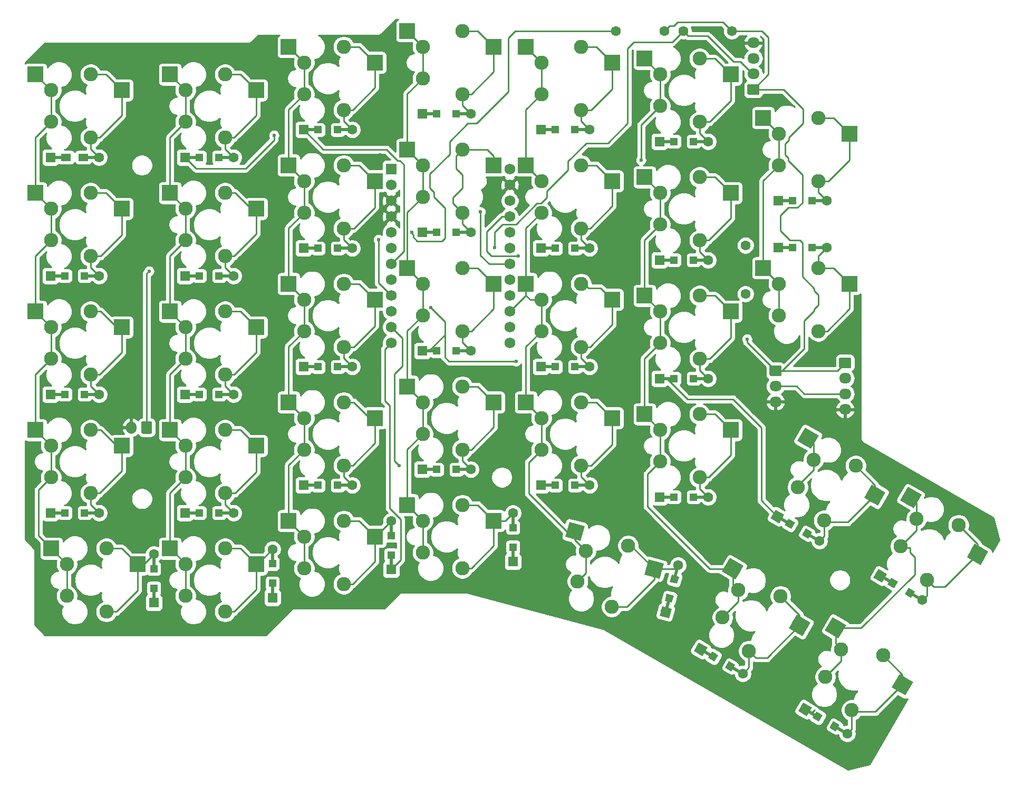
<source format=gbr>
G04 #@! TF.GenerationSoftware,KiCad,Pcbnew,(5.0.0)*
G04 #@! TF.CreationDate,2020-07-01T14:19:43-04:00*
G04 #@! TF.ProjectId,redox_rev1,7265646F785F726576312E6B69636164,1.0*
G04 #@! TF.SameCoordinates,Original*
G04 #@! TF.FileFunction,Copper,L1,Top,Signal*
G04 #@! TF.FilePolarity,Positive*
%FSLAX46Y46*%
G04 Gerber Fmt 4.6, Leading zero omitted, Abs format (unit mm)*
G04 Created by KiCad (PCBNEW (5.0.0)) date 07/01/20 14:19:43*
%MOMM*%
%LPD*%
G01*
G04 APERTURE LIST*
G04 #@! TA.AperFunction,ComponentPad*
%ADD10O,1.950000X1.700000*%
G04 #@! TD*
G04 #@! TA.AperFunction,Conductor*
%ADD11C,0.100000*%
G04 #@! TD*
G04 #@! TA.AperFunction,ComponentPad*
%ADD12C,1.700000*%
G04 #@! TD*
G04 #@! TA.AperFunction,ComponentPad*
%ADD13C,1.600000*%
G04 #@! TD*
G04 #@! TA.AperFunction,SMDPad,CuDef*
%ADD14C,2.500000*%
G04 #@! TD*
G04 #@! TA.AperFunction,ComponentPad*
%ADD15C,2.286000*%
G04 #@! TD*
G04 #@! TA.AperFunction,SMDPad,CuDef*
%ADD16R,2.550000X2.500000*%
G04 #@! TD*
G04 #@! TA.AperFunction,ComponentPad*
%ADD17R,1.752600X1.752600*%
G04 #@! TD*
G04 #@! TA.AperFunction,ComponentPad*
%ADD18C,1.752600*%
G04 #@! TD*
G04 #@! TA.AperFunction,Conductor*
%ADD19R,2.900000X0.500000*%
G04 #@! TD*
G04 #@! TA.AperFunction,ComponentPad*
%ADD20R,1.600000X1.600000*%
G04 #@! TD*
G04 #@! TA.AperFunction,SMDPad,CuDef*
%ADD21R,1.600000X1.200000*%
G04 #@! TD*
G04 #@! TA.AperFunction,ComponentPad*
%ADD22O,1.700000X2.000000*%
G04 #@! TD*
G04 #@! TA.AperFunction,SMDPad,CuDef*
%ADD23R,1.200000X1.200000*%
G04 #@! TD*
G04 #@! TA.AperFunction,Conductor*
%ADD24R,2.500000X0.500000*%
G04 #@! TD*
G04 #@! TA.AperFunction,SMDPad,CuDef*
%ADD25C,1.200000*%
G04 #@! TD*
G04 #@! TA.AperFunction,Conductor*
%ADD26C,0.500000*%
G04 #@! TD*
G04 #@! TA.AperFunction,Conductor*
%ADD27R,0.500000X2.500000*%
G04 #@! TD*
G04 #@! TA.AperFunction,ViaPad*
%ADD28C,0.600000*%
G04 #@! TD*
G04 #@! TA.AperFunction,Conductor*
%ADD29C,0.250000*%
G04 #@! TD*
G04 #@! TA.AperFunction,Conductor*
%ADD30C,0.254000*%
G04 #@! TD*
G04 APERTURE END LIST*
D10*
G04 #@! TO.P,STATUS_LEDS1,4*
G04 #@! TO.N,GND*
X215138000Y-115450000D03*
G04 #@! TO.P,STATUS_LEDS1,3*
G04 #@! TO.N,rgb_out*
X215138000Y-112950000D03*
G04 #@! TO.P,STATUS_LEDS1,2*
G04 #@! TO.N,Net-(R3-Pad2)*
X215138000Y-110450000D03*
D11*
G04 #@! TD*
G04 #@! TO.N,VCC*
G04 #@! TO.C,STATUS_LEDS1*
G36*
X215887504Y-107101204D02*
X215911773Y-107104804D01*
X215935571Y-107110765D01*
X215958671Y-107119030D01*
X215980849Y-107129520D01*
X216001893Y-107142133D01*
X216021598Y-107156747D01*
X216039777Y-107173223D01*
X216056253Y-107191402D01*
X216070867Y-107211107D01*
X216083480Y-107232151D01*
X216093970Y-107254329D01*
X216102235Y-107277429D01*
X216108196Y-107301227D01*
X216111796Y-107325496D01*
X216113000Y-107350000D01*
X216113000Y-108550000D01*
X216111796Y-108574504D01*
X216108196Y-108598773D01*
X216102235Y-108622571D01*
X216093970Y-108645671D01*
X216083480Y-108667849D01*
X216070867Y-108688893D01*
X216056253Y-108708598D01*
X216039777Y-108726777D01*
X216021598Y-108743253D01*
X216001893Y-108757867D01*
X215980849Y-108770480D01*
X215958671Y-108780970D01*
X215935571Y-108789235D01*
X215911773Y-108795196D01*
X215887504Y-108798796D01*
X215863000Y-108800000D01*
X214413000Y-108800000D01*
X214388496Y-108798796D01*
X214364227Y-108795196D01*
X214340429Y-108789235D01*
X214317329Y-108780970D01*
X214295151Y-108770480D01*
X214274107Y-108757867D01*
X214254402Y-108743253D01*
X214236223Y-108726777D01*
X214219747Y-108708598D01*
X214205133Y-108688893D01*
X214192520Y-108667849D01*
X214182030Y-108645671D01*
X214173765Y-108622571D01*
X214167804Y-108598773D01*
X214164204Y-108574504D01*
X214163000Y-108550000D01*
X214163000Y-107350000D01*
X214164204Y-107325496D01*
X214167804Y-107301227D01*
X214173765Y-107277429D01*
X214182030Y-107254329D01*
X214192520Y-107232151D01*
X214205133Y-107211107D01*
X214219747Y-107191402D01*
X214236223Y-107173223D01*
X214254402Y-107156747D01*
X214274107Y-107142133D01*
X214295151Y-107129520D01*
X214317329Y-107119030D01*
X214340429Y-107110765D01*
X214364227Y-107104804D01*
X214388496Y-107101204D01*
X214413000Y-107100000D01*
X215863000Y-107100000D01*
X215887504Y-107101204D01*
X215887504Y-107101204D01*
G37*
D12*
G04 #@! TO.P,STATUS_LEDS1,1*
G04 #@! TO.N,VCC*
X215138000Y-107950000D03*
G04 #@! TD*
D13*
G04 #@! TO.P,R3,1*
G04 #@! TO.N,rgb_data*
X199136000Y-89064000D03*
G04 #@! TO.P,R3,2*
G04 #@! TO.N,Net-(R3-Pad2)*
X199136000Y-96864000D03*
G04 #@! TD*
D14*
G04 #@! TO.P,K46,2*
G04 #@! TO.N,Net-(D46-Pad2)*
X224352152Y-159695295D03*
D11*
G04 #@! TD*
G04 #@! TO.N,Net-(D46-Pad2)*
G04 #@! TO.C,K46*
G36*
X222622970Y-160140327D02*
X223872970Y-157975263D01*
X226081334Y-159250263D01*
X224831334Y-161415327D01*
X222622970Y-160140327D01*
X222622970Y-160140327D01*
G37*
D15*
G04 #@! TO.P,K46,1*
G04 #@! TO.N,col6*
X214505443Y-154010295D03*
G04 #@! TO.P,K46,2*
G04 #@! TO.N,Net-(D46-Pad2)*
X221274705Y-154985591D03*
D14*
G04 #@! TO.P,K46,1*
G04 #@! TO.N,col6*
X213627700Y-150570591D03*
D11*
G04 #@! TD*
G04 #@! TO.N,col6*
G04 #@! TO.C,K46*
G36*
X211898518Y-151015623D02*
X213148518Y-148850559D01*
X215356882Y-150125559D01*
X214106882Y-152290623D01*
X211898518Y-151015623D01*
X211898518Y-151015623D01*
G37*
D15*
G04 #@! TO.P,K46,1*
G04 #@! TO.N,col6*
X211965443Y-158409705D03*
G04 #@! TO.P,K46,2*
G04 #@! TO.N,Net-(D46-Pad2)*
X216194705Y-163784409D03*
G04 #@! TD*
D14*
G04 #@! TO.P,K45,2*
G04 #@! TO.N,Net-(D45-Pad2)*
X207842152Y-150170295D03*
D11*
G04 #@! TD*
G04 #@! TO.N,Net-(D45-Pad2)*
G04 #@! TO.C,K45*
G36*
X206112970Y-150615327D02*
X207362970Y-148450263D01*
X209571334Y-149725263D01*
X208321334Y-151890327D01*
X206112970Y-150615327D01*
X206112970Y-150615327D01*
G37*
D15*
G04 #@! TO.P,K45,1*
G04 #@! TO.N,col5*
X197995443Y-144485295D03*
G04 #@! TO.P,K45,2*
G04 #@! TO.N,Net-(D45-Pad2)*
X204764705Y-145460591D03*
D14*
G04 #@! TO.P,K45,1*
G04 #@! TO.N,col5*
X197117700Y-141045591D03*
D11*
G04 #@! TD*
G04 #@! TO.N,col5*
G04 #@! TO.C,K45*
G36*
X195388518Y-141490623D02*
X196638518Y-139325559D01*
X198846882Y-140600559D01*
X197596882Y-142765623D01*
X195388518Y-141490623D01*
X195388518Y-141490623D01*
G37*
D15*
G04 #@! TO.P,K45,1*
G04 #@! TO.N,col5*
X195455443Y-148884705D03*
G04 #@! TO.P,K45,2*
G04 #@! TO.N,Net-(D45-Pad2)*
X199684705Y-154259409D03*
G04 #@! TD*
D14*
G04 #@! TO.P,K44,2*
G04 #@! TO.N,Net-(D44-Pad2)*
X184489800Y-141108220D03*
D11*
G04 #@! TD*
G04 #@! TO.N,Net-(D44-Pad2)*
G04 #@! TO.C,K44*
G36*
X182934721Y-141985633D02*
X183581768Y-139570818D01*
X186044879Y-140230807D01*
X185397832Y-142645622D01*
X182934721Y-141985633D01*
X182934721Y-141985633D01*
G37*
D15*
G04 #@! TO.P,K44,1*
G04 #@! TO.N,col4*
X173507223Y-138165448D03*
G04 #@! TO.P,K44,2*
G04 #@! TO.N,Net-(D44-Pad2)*
X180298252Y-137355497D03*
D14*
G04 #@! TO.P,K44,1*
G04 #@! TO.N,col4*
X171769127Y-135070125D03*
D11*
G04 #@! TD*
G04 #@! TO.N,col4*
G04 #@! TO.C,K44*
G36*
X170214048Y-135947538D02*
X170861095Y-133532723D01*
X173324206Y-134192712D01*
X172677159Y-136607527D01*
X170214048Y-135947538D01*
X170214048Y-135947538D01*
G37*
D15*
G04 #@! TO.P,K44,1*
G04 #@! TO.N,col4*
X172192422Y-143072351D03*
G04 #@! TO.P,K44,2*
G04 #@! TO.N,Net-(D44-Pad2)*
X177668651Y-147169304D03*
G04 #@! TD*
D16*
G04 #@! TO.P,K43,2*
G04 #@! TO.N,Net-(D43-Pad2)*
X158690000Y-133350000D03*
D15*
G04 #@! TO.P,K43,1*
G04 #@! TO.N,col3*
X147320000Y-133350000D03*
G04 #@! TO.P,K43,2*
G04 #@! TO.N,Net-(D43-Pad2)*
X153670000Y-130810000D03*
D16*
G04 #@! TO.P,K43,1*
G04 #@! TO.N,col3*
X144840000Y-130810000D03*
D15*
X147320000Y-138430000D03*
G04 #@! TO.P,K43,2*
G04 #@! TO.N,Net-(D43-Pad2)*
X153670000Y-140970000D03*
G04 #@! TD*
D16*
G04 #@! TO.P,K42,2*
G04 #@! TO.N,Net-(D42-Pad2)*
X139640000Y-135890000D03*
D15*
G04 #@! TO.P,K42,1*
G04 #@! TO.N,col2*
X128270000Y-135890000D03*
G04 #@! TO.P,K42,2*
G04 #@! TO.N,Net-(D42-Pad2)*
X134620000Y-133350000D03*
D16*
G04 #@! TO.P,K42,1*
G04 #@! TO.N,col2*
X125790000Y-133350000D03*
D15*
X128270000Y-140970000D03*
G04 #@! TO.P,K42,2*
G04 #@! TO.N,Net-(D42-Pad2)*
X134620000Y-143510000D03*
G04 #@! TD*
D16*
G04 #@! TO.P,K41,2*
G04 #@! TO.N,Net-(D41-Pad2)*
X120590000Y-140335000D03*
D15*
G04 #@! TO.P,K41,1*
G04 #@! TO.N,col1*
X109220000Y-140335000D03*
G04 #@! TO.P,K41,2*
G04 #@! TO.N,Net-(D41-Pad2)*
X115570000Y-137795000D03*
D16*
G04 #@! TO.P,K41,1*
G04 #@! TO.N,col1*
X106740000Y-137795000D03*
D15*
X109220000Y-145415000D03*
G04 #@! TO.P,K41,2*
G04 #@! TO.N,Net-(D41-Pad2)*
X115570000Y-147955000D03*
G04 #@! TD*
D16*
G04 #@! TO.P,K40,2*
G04 #@! TO.N,Net-(D40-Pad2)*
X101540000Y-140335000D03*
D15*
G04 #@! TO.P,K40,1*
G04 #@! TO.N,col0*
X90170000Y-140335000D03*
G04 #@! TO.P,K40,2*
G04 #@! TO.N,Net-(D40-Pad2)*
X96520000Y-137795000D03*
D16*
G04 #@! TO.P,K40,1*
G04 #@! TO.N,col0*
X87690000Y-137795000D03*
D15*
X90170000Y-145415000D03*
G04 #@! TO.P,K40,2*
G04 #@! TO.N,Net-(D40-Pad2)*
X96520000Y-147955000D03*
G04 #@! TD*
D14*
G04 #@! TO.P,K36,2*
G04 #@! TO.N,Net-(D36-Pad2)*
X236417152Y-138740295D03*
D11*
G04 #@! TD*
G04 #@! TO.N,Net-(D36-Pad2)*
G04 #@! TO.C,K36*
G36*
X234687970Y-139185327D02*
X235937970Y-137020263D01*
X238146334Y-138295263D01*
X236896334Y-140460327D01*
X234687970Y-139185327D01*
X234687970Y-139185327D01*
G37*
D15*
G04 #@! TO.P,K36,1*
G04 #@! TO.N,col6*
X226570443Y-133055295D03*
G04 #@! TO.P,K36,2*
G04 #@! TO.N,Net-(D36-Pad2)*
X233339705Y-134030591D03*
D14*
G04 #@! TO.P,K36,1*
G04 #@! TO.N,col6*
X225692700Y-129615591D03*
D11*
G04 #@! TD*
G04 #@! TO.N,col6*
G04 #@! TO.C,K36*
G36*
X223963518Y-130060623D02*
X225213518Y-127895559D01*
X227421882Y-129170559D01*
X226171882Y-131335623D01*
X223963518Y-130060623D01*
X223963518Y-130060623D01*
G37*
D15*
G04 #@! TO.P,K36,1*
G04 #@! TO.N,col6*
X224030443Y-137454705D03*
G04 #@! TO.P,K36,2*
G04 #@! TO.N,Net-(D36-Pad2)*
X228259705Y-142829409D03*
G04 #@! TD*
D16*
G04 #@! TO.P,K35,2*
G04 #@! TO.N,Net-(D35-Pad2)*
X196790000Y-118745000D03*
D15*
G04 #@! TO.P,K35,1*
G04 #@! TO.N,col5*
X185420000Y-118745000D03*
G04 #@! TO.P,K35,2*
G04 #@! TO.N,Net-(D35-Pad2)*
X191770000Y-116205000D03*
D16*
G04 #@! TO.P,K35,1*
G04 #@! TO.N,col5*
X182940000Y-116205000D03*
D15*
X185420000Y-123825000D03*
G04 #@! TO.P,K35,2*
G04 #@! TO.N,Net-(D35-Pad2)*
X191770000Y-126365000D03*
G04 #@! TD*
D16*
G04 #@! TO.P,K34,2*
G04 #@! TO.N,Net-(D34-Pad2)*
X177740000Y-116840000D03*
D15*
G04 #@! TO.P,K34,1*
G04 #@! TO.N,col4*
X166370000Y-116840000D03*
G04 #@! TO.P,K34,2*
G04 #@! TO.N,Net-(D34-Pad2)*
X172720000Y-114300000D03*
D16*
G04 #@! TO.P,K34,1*
G04 #@! TO.N,col4*
X163890000Y-114300000D03*
D15*
X166370000Y-121920000D03*
G04 #@! TO.P,K34,2*
G04 #@! TO.N,Net-(D34-Pad2)*
X172720000Y-124460000D03*
G04 #@! TD*
D16*
G04 #@! TO.P,K33,2*
G04 #@! TO.N,Net-(D33-Pad2)*
X158690000Y-114300000D03*
D15*
G04 #@! TO.P,K33,1*
G04 #@! TO.N,col3*
X147320000Y-114300000D03*
G04 #@! TO.P,K33,2*
G04 #@! TO.N,Net-(D33-Pad2)*
X153670000Y-111760000D03*
D16*
G04 #@! TO.P,K33,1*
G04 #@! TO.N,col3*
X144840000Y-111760000D03*
D15*
X147320000Y-119380000D03*
G04 #@! TO.P,K33,2*
G04 #@! TO.N,Net-(D33-Pad2)*
X153670000Y-121920000D03*
G04 #@! TD*
D16*
G04 #@! TO.P,K32,2*
G04 #@! TO.N,Net-(D32-Pad2)*
X139640000Y-116840000D03*
D15*
G04 #@! TO.P,K32,1*
G04 #@! TO.N,col2*
X128270000Y-116840000D03*
G04 #@! TO.P,K32,2*
G04 #@! TO.N,Net-(D32-Pad2)*
X134620000Y-114300000D03*
D16*
G04 #@! TO.P,K32,1*
G04 #@! TO.N,col2*
X125790000Y-114300000D03*
D15*
X128270000Y-121920000D03*
G04 #@! TO.P,K32,2*
G04 #@! TO.N,Net-(D32-Pad2)*
X134620000Y-124460000D03*
G04 #@! TD*
D16*
G04 #@! TO.P,K31,2*
G04 #@! TO.N,Net-(D31-Pad2)*
X120590000Y-121285000D03*
D15*
G04 #@! TO.P,K31,1*
G04 #@! TO.N,col1*
X109220000Y-121285000D03*
G04 #@! TO.P,K31,2*
G04 #@! TO.N,Net-(D31-Pad2)*
X115570000Y-118745000D03*
D16*
G04 #@! TO.P,K31,1*
G04 #@! TO.N,col1*
X106740000Y-118745000D03*
D15*
X109220000Y-126365000D03*
G04 #@! TO.P,K31,2*
G04 #@! TO.N,Net-(D31-Pad2)*
X115570000Y-128905000D03*
G04 #@! TD*
D16*
G04 #@! TO.P,K30,2*
G04 #@! TO.N,Net-(D30-Pad2)*
X99000000Y-121285000D03*
D15*
G04 #@! TO.P,K30,1*
G04 #@! TO.N,col0*
X87630000Y-121285000D03*
G04 #@! TO.P,K30,2*
G04 #@! TO.N,Net-(D30-Pad2)*
X93980000Y-118745000D03*
D16*
G04 #@! TO.P,K30,1*
G04 #@! TO.N,col0*
X85150000Y-118745000D03*
D15*
X87630000Y-126365000D03*
G04 #@! TO.P,K30,2*
G04 #@! TO.N,Net-(D30-Pad2)*
X93980000Y-128905000D03*
G04 #@! TD*
D14*
G04 #@! TO.P,K26,2*
G04 #@! TO.N,Net-(D26-Pad2)*
X219907152Y-129215295D03*
D11*
G04 #@! TD*
G04 #@! TO.N,Net-(D26-Pad2)*
G04 #@! TO.C,K26*
G36*
X218177970Y-129660327D02*
X219427970Y-127495263D01*
X221636334Y-128770263D01*
X220386334Y-130935327D01*
X218177970Y-129660327D01*
X218177970Y-129660327D01*
G37*
D15*
G04 #@! TO.P,K26,1*
G04 #@! TO.N,col6*
X210060443Y-123530295D03*
G04 #@! TO.P,K26,2*
G04 #@! TO.N,Net-(D26-Pad2)*
X216829705Y-124505591D03*
D14*
G04 #@! TO.P,K26,1*
G04 #@! TO.N,col6*
X209182700Y-120090591D03*
D11*
G04 #@! TD*
G04 #@! TO.N,col6*
G04 #@! TO.C,K26*
G36*
X207453518Y-120535623D02*
X208703518Y-118370559D01*
X210911882Y-119645559D01*
X209661882Y-121810623D01*
X207453518Y-120535623D01*
X207453518Y-120535623D01*
G37*
D15*
G04 #@! TO.P,K26,1*
G04 #@! TO.N,col6*
X207520443Y-127929705D03*
G04 #@! TO.P,K26,2*
G04 #@! TO.N,Net-(D26-Pad2)*
X211749705Y-133304409D03*
G04 #@! TD*
D16*
G04 #@! TO.P,K25,2*
G04 #@! TO.N,Net-(D25-Pad2)*
X196790000Y-99695000D03*
D15*
G04 #@! TO.P,K25,1*
G04 #@! TO.N,col5*
X185420000Y-99695000D03*
G04 #@! TO.P,K25,2*
G04 #@! TO.N,Net-(D25-Pad2)*
X191770000Y-97155000D03*
D16*
G04 #@! TO.P,K25,1*
G04 #@! TO.N,col5*
X182940000Y-97155000D03*
D15*
X185420000Y-104775000D03*
G04 #@! TO.P,K25,2*
G04 #@! TO.N,Net-(D25-Pad2)*
X191770000Y-107315000D03*
G04 #@! TD*
D16*
G04 #@! TO.P,K24,2*
G04 #@! TO.N,Net-(D24-Pad2)*
X177740000Y-97790000D03*
D15*
G04 #@! TO.P,K24,1*
G04 #@! TO.N,col4*
X166370000Y-97790000D03*
G04 #@! TO.P,K24,2*
G04 #@! TO.N,Net-(D24-Pad2)*
X172720000Y-95250000D03*
D16*
G04 #@! TO.P,K24,1*
G04 #@! TO.N,col4*
X163890000Y-95250000D03*
D15*
X166370000Y-102870000D03*
G04 #@! TO.P,K24,2*
G04 #@! TO.N,Net-(D24-Pad2)*
X172720000Y-105410000D03*
G04 #@! TD*
D16*
G04 #@! TO.P,K23,2*
G04 #@! TO.N,Net-(D23-Pad2)*
X158690000Y-95250000D03*
D15*
G04 #@! TO.P,K23,1*
G04 #@! TO.N,col3*
X147320000Y-95250000D03*
G04 #@! TO.P,K23,2*
G04 #@! TO.N,Net-(D23-Pad2)*
X153670000Y-92710000D03*
D16*
G04 #@! TO.P,K23,1*
G04 #@! TO.N,col3*
X144840000Y-92710000D03*
D15*
X147320000Y-100330000D03*
G04 #@! TO.P,K23,2*
G04 #@! TO.N,Net-(D23-Pad2)*
X153670000Y-102870000D03*
G04 #@! TD*
D16*
G04 #@! TO.P,K22,2*
G04 #@! TO.N,Net-(D22-Pad2)*
X139640000Y-97790000D03*
D15*
G04 #@! TO.P,K22,1*
G04 #@! TO.N,col2*
X128270000Y-97790000D03*
G04 #@! TO.P,K22,2*
G04 #@! TO.N,Net-(D22-Pad2)*
X134620000Y-95250000D03*
D16*
G04 #@! TO.P,K22,1*
G04 #@! TO.N,col2*
X125790000Y-95250000D03*
D15*
X128270000Y-102870000D03*
G04 #@! TO.P,K22,2*
G04 #@! TO.N,Net-(D22-Pad2)*
X134620000Y-105410000D03*
G04 #@! TD*
D16*
G04 #@! TO.P,K21,2*
G04 #@! TO.N,Net-(D21-Pad2)*
X120590000Y-102235000D03*
D15*
G04 #@! TO.P,K21,1*
G04 #@! TO.N,col1*
X109220000Y-102235000D03*
G04 #@! TO.P,K21,2*
G04 #@! TO.N,Net-(D21-Pad2)*
X115570000Y-99695000D03*
D16*
G04 #@! TO.P,K21,1*
G04 #@! TO.N,col1*
X106740000Y-99695000D03*
D15*
X109220000Y-107315000D03*
G04 #@! TO.P,K21,2*
G04 #@! TO.N,Net-(D21-Pad2)*
X115570000Y-109855000D03*
G04 #@! TD*
D16*
G04 #@! TO.P,K20,2*
G04 #@! TO.N,Net-(D20-Pad2)*
X99000000Y-102235000D03*
D15*
G04 #@! TO.P,K20,1*
G04 #@! TO.N,col0*
X87630000Y-102235000D03*
G04 #@! TO.P,K20,2*
G04 #@! TO.N,Net-(D20-Pad2)*
X93980000Y-99695000D03*
D16*
G04 #@! TO.P,K20,1*
G04 #@! TO.N,col0*
X85150000Y-99695000D03*
D15*
X87630000Y-107315000D03*
G04 #@! TO.P,K20,2*
G04 #@! TO.N,Net-(D20-Pad2)*
X93980000Y-109855000D03*
G04 #@! TD*
D16*
G04 #@! TO.P,K16,2*
G04 #@! TO.N,Net-(D16-Pad2)*
X215840000Y-95250000D03*
D15*
G04 #@! TO.P,K16,1*
G04 #@! TO.N,col6*
X204470000Y-95250000D03*
G04 #@! TO.P,K16,2*
G04 #@! TO.N,Net-(D16-Pad2)*
X210820000Y-92710000D03*
D16*
G04 #@! TO.P,K16,1*
G04 #@! TO.N,col6*
X201990000Y-92710000D03*
D15*
X204470000Y-100330000D03*
G04 #@! TO.P,K16,2*
G04 #@! TO.N,Net-(D16-Pad2)*
X210820000Y-102870000D03*
G04 #@! TD*
D16*
G04 #@! TO.P,K15,2*
G04 #@! TO.N,Net-(D15-Pad2)*
X196790000Y-80645000D03*
D15*
G04 #@! TO.P,K15,1*
G04 #@! TO.N,col5*
X185420000Y-80645000D03*
G04 #@! TO.P,K15,2*
G04 #@! TO.N,Net-(D15-Pad2)*
X191770000Y-78105000D03*
D16*
G04 #@! TO.P,K15,1*
G04 #@! TO.N,col5*
X182940000Y-78105000D03*
D15*
X185420000Y-85725000D03*
G04 #@! TO.P,K15,2*
G04 #@! TO.N,Net-(D15-Pad2)*
X191770000Y-88265000D03*
G04 #@! TD*
D16*
G04 #@! TO.P,K14,2*
G04 #@! TO.N,Net-(D14-Pad2)*
X177740000Y-78740000D03*
D15*
G04 #@! TO.P,K14,1*
G04 #@! TO.N,col4*
X166370000Y-78740000D03*
G04 #@! TO.P,K14,2*
G04 #@! TO.N,Net-(D14-Pad2)*
X172720000Y-76200000D03*
D16*
G04 #@! TO.P,K14,1*
G04 #@! TO.N,col4*
X163890000Y-76200000D03*
D15*
X166370000Y-83820000D03*
G04 #@! TO.P,K14,2*
G04 #@! TO.N,Net-(D14-Pad2)*
X172720000Y-86360000D03*
G04 #@! TD*
D16*
G04 #@! TO.P,K13,2*
G04 #@! TO.N,Net-(D13-Pad2)*
X158690000Y-76200000D03*
D15*
G04 #@! TO.P,K13,1*
G04 #@! TO.N,col3*
X147320000Y-76200000D03*
G04 #@! TO.P,K13,2*
G04 #@! TO.N,Net-(D13-Pad2)*
X153670000Y-73660000D03*
D16*
G04 #@! TO.P,K13,1*
G04 #@! TO.N,col3*
X144840000Y-73660000D03*
D15*
X147320000Y-81280000D03*
G04 #@! TO.P,K13,2*
G04 #@! TO.N,Net-(D13-Pad2)*
X153670000Y-83820000D03*
G04 #@! TD*
D16*
G04 #@! TO.P,K12,2*
G04 #@! TO.N,Net-(D12-Pad2)*
X139640000Y-78740000D03*
D15*
G04 #@! TO.P,K12,1*
G04 #@! TO.N,col2*
X128270000Y-78740000D03*
G04 #@! TO.P,K12,2*
G04 #@! TO.N,Net-(D12-Pad2)*
X134620000Y-76200000D03*
D16*
G04 #@! TO.P,K12,1*
G04 #@! TO.N,col2*
X125790000Y-76200000D03*
D15*
X128270000Y-83820000D03*
G04 #@! TO.P,K12,2*
G04 #@! TO.N,Net-(D12-Pad2)*
X134620000Y-86360000D03*
G04 #@! TD*
D16*
G04 #@! TO.P,K11,2*
G04 #@! TO.N,Net-(D11-Pad2)*
X120590000Y-83185000D03*
D15*
G04 #@! TO.P,K11,1*
G04 #@! TO.N,col1*
X109220000Y-83185000D03*
G04 #@! TO.P,K11,2*
G04 #@! TO.N,Net-(D11-Pad2)*
X115570000Y-80645000D03*
D16*
G04 #@! TO.P,K11,1*
G04 #@! TO.N,col1*
X106740000Y-80645000D03*
D15*
X109220000Y-88265000D03*
G04 #@! TO.P,K11,2*
G04 #@! TO.N,Net-(D11-Pad2)*
X115570000Y-90805000D03*
G04 #@! TD*
D16*
G04 #@! TO.P,K10,2*
G04 #@! TO.N,Net-(D10-Pad2)*
X99000000Y-83185000D03*
D15*
G04 #@! TO.P,K10,1*
G04 #@! TO.N,col0*
X87630000Y-83185000D03*
G04 #@! TO.P,K10,2*
G04 #@! TO.N,Net-(D10-Pad2)*
X93980000Y-80645000D03*
D16*
G04 #@! TO.P,K10,1*
G04 #@! TO.N,col0*
X85150000Y-80645000D03*
D15*
X87630000Y-88265000D03*
G04 #@! TO.P,K10,2*
G04 #@! TO.N,Net-(D10-Pad2)*
X93980000Y-90805000D03*
G04 #@! TD*
D16*
G04 #@! TO.P,K6,2*
G04 #@! TO.N,Net-(D6-Pad2)*
X215840000Y-71120000D03*
D15*
G04 #@! TO.P,K6,1*
G04 #@! TO.N,col6*
X204470000Y-71120000D03*
G04 #@! TO.P,K6,2*
G04 #@! TO.N,Net-(D6-Pad2)*
X210820000Y-68580000D03*
D16*
G04 #@! TO.P,K6,1*
G04 #@! TO.N,col6*
X201990000Y-68580000D03*
D15*
X204470000Y-76200000D03*
G04 #@! TO.P,K6,2*
G04 #@! TO.N,Net-(D6-Pad2)*
X210820000Y-78740000D03*
G04 #@! TD*
D16*
G04 #@! TO.P,K5,2*
G04 #@! TO.N,Net-(D5-Pad2)*
X196790000Y-61595000D03*
D15*
G04 #@! TO.P,K5,1*
G04 #@! TO.N,col5*
X185420000Y-61595000D03*
G04 #@! TO.P,K5,2*
G04 #@! TO.N,Net-(D5-Pad2)*
X191770000Y-59055000D03*
D16*
G04 #@! TO.P,K5,1*
G04 #@! TO.N,col5*
X182940000Y-59055000D03*
D15*
X185420000Y-66675000D03*
G04 #@! TO.P,K5,2*
G04 #@! TO.N,Net-(D5-Pad2)*
X191770000Y-69215000D03*
G04 #@! TD*
D16*
G04 #@! TO.P,K4,2*
G04 #@! TO.N,Net-(D4-Pad2)*
X177740000Y-59690000D03*
D15*
G04 #@! TO.P,K4,1*
G04 #@! TO.N,col4*
X166370000Y-59690000D03*
G04 #@! TO.P,K4,2*
G04 #@! TO.N,Net-(D4-Pad2)*
X172720000Y-57150000D03*
D16*
G04 #@! TO.P,K4,1*
G04 #@! TO.N,col4*
X163890000Y-57150000D03*
D15*
X166370000Y-64770000D03*
G04 #@! TO.P,K4,2*
G04 #@! TO.N,Net-(D4-Pad2)*
X172720000Y-67310000D03*
G04 #@! TD*
D16*
G04 #@! TO.P,K3,2*
G04 #@! TO.N,Net-(D3-Pad2)*
X158690000Y-57150000D03*
D15*
G04 #@! TO.P,K3,1*
G04 #@! TO.N,col3*
X147320000Y-57150000D03*
G04 #@! TO.P,K3,2*
G04 #@! TO.N,Net-(D3-Pad2)*
X153670000Y-54610000D03*
D16*
G04 #@! TO.P,K3,1*
G04 #@! TO.N,col3*
X144840000Y-54610000D03*
D15*
X147320000Y-62230000D03*
G04 #@! TO.P,K3,2*
G04 #@! TO.N,Net-(D3-Pad2)*
X153670000Y-64770000D03*
G04 #@! TD*
D16*
G04 #@! TO.P,K2,2*
G04 #@! TO.N,Net-(D2-Pad2)*
X139640000Y-59690000D03*
D15*
G04 #@! TO.P,K2,1*
G04 #@! TO.N,col2*
X128270000Y-59690000D03*
G04 #@! TO.P,K2,2*
G04 #@! TO.N,Net-(D2-Pad2)*
X134620000Y-57150000D03*
D16*
G04 #@! TO.P,K2,1*
G04 #@! TO.N,col2*
X125790000Y-57150000D03*
D15*
X128270000Y-64770000D03*
G04 #@! TO.P,K2,2*
G04 #@! TO.N,Net-(D2-Pad2)*
X134620000Y-67310000D03*
G04 #@! TD*
D16*
G04 #@! TO.P,K1,2*
G04 #@! TO.N,Net-(D1-Pad2)*
X120590000Y-64135000D03*
D15*
G04 #@! TO.P,K1,1*
G04 #@! TO.N,col1*
X109220000Y-64135000D03*
G04 #@! TO.P,K1,2*
G04 #@! TO.N,Net-(D1-Pad2)*
X115570000Y-61595000D03*
D16*
G04 #@! TO.P,K1,1*
G04 #@! TO.N,col1*
X106740000Y-61595000D03*
D15*
X109220000Y-69215000D03*
G04 #@! TO.P,K1,2*
G04 #@! TO.N,Net-(D1-Pad2)*
X115570000Y-71755000D03*
G04 #@! TD*
D16*
G04 #@! TO.P,K0,2*
G04 #@! TO.N,Net-(D0-Pad2)*
X99000000Y-64135000D03*
D15*
G04 #@! TO.P,K0,1*
G04 #@! TO.N,col0*
X87630000Y-64135000D03*
G04 #@! TO.P,K0,2*
G04 #@! TO.N,Net-(D0-Pad2)*
X93980000Y-61595000D03*
D16*
G04 #@! TO.P,K0,1*
G04 #@! TO.N,col0*
X85150000Y-61595000D03*
D15*
X87630000Y-69215000D03*
G04 #@! TO.P,K0,2*
G04 #@! TO.N,Net-(D0-Pad2)*
X93980000Y-71755000D03*
G04 #@! TD*
D17*
G04 #@! TO.P,U1,1*
G04 #@! TO.N,rgb_data*
X142240000Y-76835000D03*
D18*
G04 #@! TO.P,U1,2*
G04 #@! TO.N,Net-(U1-Pad2)*
X142240000Y-79375000D03*
G04 #@! TO.P,U1,3*
G04 #@! TO.N,GND*
X142240000Y-81915000D03*
G04 #@! TO.P,U1,4*
X142240000Y-84455000D03*
G04 #@! TO.P,U1,5*
G04 #@! TO.N,SDA*
X142240000Y-86995000D03*
G04 #@! TO.P,U1,6*
G04 #@! TO.N,SCL*
X142240000Y-89535000D03*
G04 #@! TO.P,U1,7*
G04 #@! TO.N,row0*
X142240000Y-92075000D03*
G04 #@! TO.P,U1,8*
G04 #@! TO.N,Net-(U1-Pad8)*
X142240000Y-94615000D03*
G04 #@! TO.P,U1,9*
G04 #@! TO.N,row1*
X142240000Y-97155000D03*
G04 #@! TO.P,U1,10*
G04 #@! TO.N,row2*
X142240000Y-99695000D03*
G04 #@! TO.P,U1,11*
G04 #@! TO.N,row3*
X142240000Y-102235000D03*
G04 #@! TO.P,U1,13*
G04 #@! TO.N,col6*
X161290000Y-104775000D03*
G04 #@! TO.P,U1,14*
G04 #@! TO.N,col5*
X161290000Y-102235000D03*
G04 #@! TO.P,U1,15*
G04 #@! TO.N,col4*
X161290000Y-99695000D03*
G04 #@! TO.P,U1,16*
G04 #@! TO.N,col3*
X161290000Y-97155000D03*
G04 #@! TO.P,U1,17*
G04 #@! TO.N,col2*
X161290000Y-94615000D03*
G04 #@! TO.P,U1,18*
G04 #@! TO.N,col1*
X161290000Y-92075000D03*
G04 #@! TO.P,U1,19*
G04 #@! TO.N,col0*
X161290000Y-89535000D03*
G04 #@! TO.P,U1,20*
G04 #@! TO.N,Net-(U1-Pad20)*
X161290000Y-86995000D03*
G04 #@! TO.P,U1,21*
G04 #@! TO.N,VCC*
X161290000Y-84455000D03*
G04 #@! TO.P,U1,22*
G04 #@! TO.N,RST*
X161290000Y-81915000D03*
G04 #@! TO.P,U1,23*
G04 #@! TO.N,GND*
X161290000Y-79375000D03*
G04 #@! TO.P,U1,12*
G04 #@! TO.N,row4*
X142240000Y-104775000D03*
G04 #@! TO.P,U1,24*
G04 #@! TO.N,Net-(U1-Pad24)*
X161290000Y-76835000D03*
G04 #@! TD*
D19*
G04 #@! TO.N,row0*
G04 #@! TO.C,D0*
X88940000Y-74930000D03*
G04 #@! TO.N,Net-(D0-Pad2)*
X93940000Y-74930000D03*
D20*
G04 #@! TD*
G04 #@! TO.P,D0,1*
G04 #@! TO.N,row0*
X87540000Y-74930000D03*
D13*
G04 #@! TO.P,D0,2*
G04 #@! TO.N,Net-(D0-Pad2)*
X95340000Y-74930000D03*
D21*
X92840000Y-74930000D03*
G04 #@! TO.P,D0,1*
G04 #@! TO.N,row0*
X90040000Y-74930000D03*
G04 #@! TD*
D10*
G04 #@! TO.P,RGB_STRIP1,3*
G04 #@! TO.N,GND*
X203962000Y-114220000D03*
G04 #@! TO.P,RGB_STRIP1,2*
G04 #@! TO.N,rgb_out*
X203962000Y-111720000D03*
D11*
G04 #@! TD*
G04 #@! TO.N,VCC*
G04 #@! TO.C,RGB_STRIP1*
G36*
X204711504Y-108371204D02*
X204735773Y-108374804D01*
X204759571Y-108380765D01*
X204782671Y-108389030D01*
X204804849Y-108399520D01*
X204825893Y-108412133D01*
X204845598Y-108426747D01*
X204863777Y-108443223D01*
X204880253Y-108461402D01*
X204894867Y-108481107D01*
X204907480Y-108502151D01*
X204917970Y-108524329D01*
X204926235Y-108547429D01*
X204932196Y-108571227D01*
X204935796Y-108595496D01*
X204937000Y-108620000D01*
X204937000Y-109820000D01*
X204935796Y-109844504D01*
X204932196Y-109868773D01*
X204926235Y-109892571D01*
X204917970Y-109915671D01*
X204907480Y-109937849D01*
X204894867Y-109958893D01*
X204880253Y-109978598D01*
X204863777Y-109996777D01*
X204845598Y-110013253D01*
X204825893Y-110027867D01*
X204804849Y-110040480D01*
X204782671Y-110050970D01*
X204759571Y-110059235D01*
X204735773Y-110065196D01*
X204711504Y-110068796D01*
X204687000Y-110070000D01*
X203237000Y-110070000D01*
X203212496Y-110068796D01*
X203188227Y-110065196D01*
X203164429Y-110059235D01*
X203141329Y-110050970D01*
X203119151Y-110040480D01*
X203098107Y-110027867D01*
X203078402Y-110013253D01*
X203060223Y-109996777D01*
X203043747Y-109978598D01*
X203029133Y-109958893D01*
X203016520Y-109937849D01*
X203006030Y-109915671D01*
X202997765Y-109892571D01*
X202991804Y-109868773D01*
X202988204Y-109844504D01*
X202987000Y-109820000D01*
X202987000Y-108620000D01*
X202988204Y-108595496D01*
X202991804Y-108571227D01*
X202997765Y-108547429D01*
X203006030Y-108524329D01*
X203016520Y-108502151D01*
X203029133Y-108481107D01*
X203043747Y-108461402D01*
X203060223Y-108443223D01*
X203078402Y-108426747D01*
X203098107Y-108412133D01*
X203119151Y-108399520D01*
X203141329Y-108389030D01*
X203164429Y-108380765D01*
X203188227Y-108374804D01*
X203212496Y-108371204D01*
X203237000Y-108370000D01*
X204687000Y-108370000D01*
X204711504Y-108371204D01*
X204711504Y-108371204D01*
G37*
D12*
G04 #@! TO.P,RGB_STRIP1,1*
G04 #@! TO.N,VCC*
X203962000Y-109220000D03*
G04 #@! TD*
D22*
G04 #@! TO.P,RESET1,2*
G04 #@! TO.N,GND*
X100497000Y-118364000D03*
D11*
G04 #@! TD*
G04 #@! TO.N,RST*
G04 #@! TO.C,RESET1*
G36*
X103621504Y-117365204D02*
X103645773Y-117368804D01*
X103669571Y-117374765D01*
X103692671Y-117383030D01*
X103714849Y-117393520D01*
X103735893Y-117406133D01*
X103755598Y-117420747D01*
X103773777Y-117437223D01*
X103790253Y-117455402D01*
X103804867Y-117475107D01*
X103817480Y-117496151D01*
X103827970Y-117518329D01*
X103836235Y-117541429D01*
X103842196Y-117565227D01*
X103845796Y-117589496D01*
X103847000Y-117614000D01*
X103847000Y-119114000D01*
X103845796Y-119138504D01*
X103842196Y-119162773D01*
X103836235Y-119186571D01*
X103827970Y-119209671D01*
X103817480Y-119231849D01*
X103804867Y-119252893D01*
X103790253Y-119272598D01*
X103773777Y-119290777D01*
X103755598Y-119307253D01*
X103735893Y-119321867D01*
X103714849Y-119334480D01*
X103692671Y-119344970D01*
X103669571Y-119353235D01*
X103645773Y-119359196D01*
X103621504Y-119362796D01*
X103597000Y-119364000D01*
X102397000Y-119364000D01*
X102372496Y-119362796D01*
X102348227Y-119359196D01*
X102324429Y-119353235D01*
X102301329Y-119344970D01*
X102279151Y-119334480D01*
X102258107Y-119321867D01*
X102238402Y-119307253D01*
X102220223Y-119290777D01*
X102203747Y-119272598D01*
X102189133Y-119252893D01*
X102176520Y-119231849D01*
X102166030Y-119209671D01*
X102157765Y-119186571D01*
X102151804Y-119162773D01*
X102148204Y-119138504D01*
X102147000Y-119114000D01*
X102147000Y-117614000D01*
X102148204Y-117589496D01*
X102151804Y-117565227D01*
X102157765Y-117541429D01*
X102166030Y-117518329D01*
X102176520Y-117496151D01*
X102189133Y-117475107D01*
X102203747Y-117455402D01*
X102220223Y-117437223D01*
X102238402Y-117420747D01*
X102258107Y-117406133D01*
X102279151Y-117393520D01*
X102301329Y-117383030D01*
X102324429Y-117374765D01*
X102348227Y-117368804D01*
X102372496Y-117365204D01*
X102397000Y-117364000D01*
X103597000Y-117364000D01*
X103621504Y-117365204D01*
X103621504Y-117365204D01*
G37*
D12*
G04 #@! TO.P,RESET1,1*
G04 #@! TO.N,RST*
X102997000Y-118364000D03*
G04 #@! TD*
D10*
G04 #@! TO.P,BOARD_COMM1,4*
G04 #@! TO.N,GND*
X200406000Y-56508000D03*
G04 #@! TO.P,BOARD_COMM1,3*
G04 #@! TO.N,SDA*
X200406000Y-59008000D03*
G04 #@! TO.P,BOARD_COMM1,2*
G04 #@! TO.N,SCL*
X200406000Y-61508000D03*
D11*
G04 #@! TD*
G04 #@! TO.N,VCC*
G04 #@! TO.C,BOARD_COMM1*
G36*
X201155504Y-63159204D02*
X201179773Y-63162804D01*
X201203571Y-63168765D01*
X201226671Y-63177030D01*
X201248849Y-63187520D01*
X201269893Y-63200133D01*
X201289598Y-63214747D01*
X201307777Y-63231223D01*
X201324253Y-63249402D01*
X201338867Y-63269107D01*
X201351480Y-63290151D01*
X201361970Y-63312329D01*
X201370235Y-63335429D01*
X201376196Y-63359227D01*
X201379796Y-63383496D01*
X201381000Y-63408000D01*
X201381000Y-64608000D01*
X201379796Y-64632504D01*
X201376196Y-64656773D01*
X201370235Y-64680571D01*
X201361970Y-64703671D01*
X201351480Y-64725849D01*
X201338867Y-64746893D01*
X201324253Y-64766598D01*
X201307777Y-64784777D01*
X201289598Y-64801253D01*
X201269893Y-64815867D01*
X201248849Y-64828480D01*
X201226671Y-64838970D01*
X201203571Y-64847235D01*
X201179773Y-64853196D01*
X201155504Y-64856796D01*
X201131000Y-64858000D01*
X199681000Y-64858000D01*
X199656496Y-64856796D01*
X199632227Y-64853196D01*
X199608429Y-64847235D01*
X199585329Y-64838970D01*
X199563151Y-64828480D01*
X199542107Y-64815867D01*
X199522402Y-64801253D01*
X199504223Y-64784777D01*
X199487747Y-64766598D01*
X199473133Y-64746893D01*
X199460520Y-64725849D01*
X199450030Y-64703671D01*
X199441765Y-64680571D01*
X199435804Y-64656773D01*
X199432204Y-64632504D01*
X199431000Y-64608000D01*
X199431000Y-63408000D01*
X199432204Y-63383496D01*
X199435804Y-63359227D01*
X199441765Y-63335429D01*
X199450030Y-63312329D01*
X199460520Y-63290151D01*
X199473133Y-63269107D01*
X199487747Y-63249402D01*
X199504223Y-63231223D01*
X199522402Y-63214747D01*
X199542107Y-63200133D01*
X199563151Y-63187520D01*
X199585329Y-63177030D01*
X199608429Y-63168765D01*
X199632227Y-63162804D01*
X199656496Y-63159204D01*
X199681000Y-63158000D01*
X201131000Y-63158000D01*
X201155504Y-63159204D01*
X201155504Y-63159204D01*
G37*
D12*
G04 #@! TO.P,BOARD_COMM1,1*
G04 #@! TO.N,VCC*
X200406000Y-64008000D03*
G04 #@! TD*
D23*
G04 #@! TO.P,D1,1*
G04 #@! TO.N,row0*
X111455000Y-74930000D03*
G04 #@! TO.P,D1,2*
G04 #@! TO.N,Net-(D1-Pad2)*
X114605000Y-74930000D03*
D13*
X116930000Y-74930000D03*
D20*
G04 #@! TO.P,D1,1*
G04 #@! TO.N,row0*
X109130000Y-74930000D03*
D24*
G04 #@! TD*
G04 #@! TO.N,Net-(D1-Pad2)*
G04 #@! TO.C,D1*
X115730000Y-74930000D03*
G04 #@! TO.N,row0*
G04 #@! TO.C,D1*
X110330000Y-74930000D03*
G04 #@! TD*
D23*
G04 #@! TO.P,D2,1*
G04 #@! TO.N,row0*
X130505000Y-70485000D03*
G04 #@! TO.P,D2,2*
G04 #@! TO.N,Net-(D2-Pad2)*
X133655000Y-70485000D03*
D13*
X135980000Y-70485000D03*
D20*
G04 #@! TO.P,D2,1*
G04 #@! TO.N,row0*
X128180000Y-70485000D03*
D24*
G04 #@! TD*
G04 #@! TO.N,Net-(D2-Pad2)*
G04 #@! TO.C,D2*
X134780000Y-70485000D03*
G04 #@! TO.N,row0*
G04 #@! TO.C,D2*
X129380000Y-70485000D03*
G04 #@! TD*
D23*
G04 #@! TO.P,D3,1*
G04 #@! TO.N,row0*
X149555000Y-67945000D03*
G04 #@! TO.P,D3,2*
G04 #@! TO.N,Net-(D3-Pad2)*
X152705000Y-67945000D03*
D13*
X155030000Y-67945000D03*
D20*
G04 #@! TO.P,D3,1*
G04 #@! TO.N,row0*
X147230000Y-67945000D03*
D24*
G04 #@! TD*
G04 #@! TO.N,Net-(D3-Pad2)*
G04 #@! TO.C,D3*
X153830000Y-67945000D03*
G04 #@! TO.N,row0*
G04 #@! TO.C,D3*
X148430000Y-67945000D03*
G04 #@! TD*
D23*
G04 #@! TO.P,D4,1*
G04 #@! TO.N,row0*
X168605000Y-70485000D03*
G04 #@! TO.P,D4,2*
G04 #@! TO.N,Net-(D4-Pad2)*
X171755000Y-70485000D03*
D13*
X174080000Y-70485000D03*
D20*
G04 #@! TO.P,D4,1*
G04 #@! TO.N,row0*
X166280000Y-70485000D03*
D24*
G04 #@! TD*
G04 #@! TO.N,Net-(D4-Pad2)*
G04 #@! TO.C,D4*
X172880000Y-70485000D03*
G04 #@! TO.N,row0*
G04 #@! TO.C,D4*
X167480000Y-70485000D03*
G04 #@! TD*
D23*
G04 #@! TO.P,D5,1*
G04 #@! TO.N,row0*
X187655000Y-72390000D03*
G04 #@! TO.P,D5,2*
G04 #@! TO.N,Net-(D5-Pad2)*
X190805000Y-72390000D03*
D13*
X193130000Y-72390000D03*
D20*
G04 #@! TO.P,D5,1*
G04 #@! TO.N,row0*
X185330000Y-72390000D03*
D24*
G04 #@! TD*
G04 #@! TO.N,Net-(D5-Pad2)*
G04 #@! TO.C,D5*
X191930000Y-72390000D03*
G04 #@! TO.N,row0*
G04 #@! TO.C,D5*
X186530000Y-72390000D03*
G04 #@! TD*
D23*
G04 #@! TO.P,D6,1*
G04 #@! TO.N,row0*
X206705000Y-81915000D03*
G04 #@! TO.P,D6,2*
G04 #@! TO.N,Net-(D6-Pad2)*
X209855000Y-81915000D03*
D13*
X212180000Y-81915000D03*
D20*
G04 #@! TO.P,D6,1*
G04 #@! TO.N,row0*
X204380000Y-81915000D03*
D24*
G04 #@! TD*
G04 #@! TO.N,Net-(D6-Pad2)*
G04 #@! TO.C,D6*
X210980000Y-81915000D03*
G04 #@! TO.N,row0*
G04 #@! TO.C,D6*
X205580000Y-81915000D03*
G04 #@! TD*
D23*
G04 #@! TO.P,D10,1*
G04 #@! TO.N,row1*
X89865000Y-93980000D03*
G04 #@! TO.P,D10,2*
G04 #@! TO.N,Net-(D10-Pad2)*
X93015000Y-93980000D03*
D13*
X95340000Y-93980000D03*
D20*
G04 #@! TO.P,D10,1*
G04 #@! TO.N,row1*
X87540000Y-93980000D03*
D24*
G04 #@! TD*
G04 #@! TO.N,Net-(D10-Pad2)*
G04 #@! TO.C,D10*
X94140000Y-93980000D03*
G04 #@! TO.N,row1*
G04 #@! TO.C,D10*
X88740000Y-93980000D03*
G04 #@! TD*
D23*
G04 #@! TO.P,D11,1*
G04 #@! TO.N,row1*
X111455000Y-93980000D03*
G04 #@! TO.P,D11,2*
G04 #@! TO.N,Net-(D11-Pad2)*
X114605000Y-93980000D03*
D13*
X116930000Y-93980000D03*
D20*
G04 #@! TO.P,D11,1*
G04 #@! TO.N,row1*
X109130000Y-93980000D03*
D24*
G04 #@! TD*
G04 #@! TO.N,Net-(D11-Pad2)*
G04 #@! TO.C,D11*
X115730000Y-93980000D03*
G04 #@! TO.N,row1*
G04 #@! TO.C,D11*
X110330000Y-93980000D03*
G04 #@! TD*
D23*
G04 #@! TO.P,D12,1*
G04 #@! TO.N,row1*
X130505000Y-89535000D03*
G04 #@! TO.P,D12,2*
G04 #@! TO.N,Net-(D12-Pad2)*
X133655000Y-89535000D03*
D13*
X135980000Y-89535000D03*
D20*
G04 #@! TO.P,D12,1*
G04 #@! TO.N,row1*
X128180000Y-89535000D03*
D24*
G04 #@! TD*
G04 #@! TO.N,Net-(D12-Pad2)*
G04 #@! TO.C,D12*
X134780000Y-89535000D03*
G04 #@! TO.N,row1*
G04 #@! TO.C,D12*
X129380000Y-89535000D03*
G04 #@! TD*
D23*
G04 #@! TO.P,D13,1*
G04 #@! TO.N,row1*
X149555000Y-86995000D03*
G04 #@! TO.P,D13,2*
G04 #@! TO.N,Net-(D13-Pad2)*
X152705000Y-86995000D03*
D13*
X155030000Y-86995000D03*
D20*
G04 #@! TO.P,D13,1*
G04 #@! TO.N,row1*
X147230000Y-86995000D03*
D24*
G04 #@! TD*
G04 #@! TO.N,Net-(D13-Pad2)*
G04 #@! TO.C,D13*
X153830000Y-86995000D03*
G04 #@! TO.N,row1*
G04 #@! TO.C,D13*
X148430000Y-86995000D03*
G04 #@! TD*
D23*
G04 #@! TO.P,D14,1*
G04 #@! TO.N,row1*
X168605000Y-89535000D03*
G04 #@! TO.P,D14,2*
G04 #@! TO.N,Net-(D14-Pad2)*
X171755000Y-89535000D03*
D13*
X174080000Y-89535000D03*
D20*
G04 #@! TO.P,D14,1*
G04 #@! TO.N,row1*
X166280000Y-89535000D03*
D24*
G04 #@! TD*
G04 #@! TO.N,Net-(D14-Pad2)*
G04 #@! TO.C,D14*
X172880000Y-89535000D03*
G04 #@! TO.N,row1*
G04 #@! TO.C,D14*
X167480000Y-89535000D03*
G04 #@! TD*
D23*
G04 #@! TO.P,D15,1*
G04 #@! TO.N,row1*
X187655000Y-91440000D03*
G04 #@! TO.P,D15,2*
G04 #@! TO.N,Net-(D15-Pad2)*
X190805000Y-91440000D03*
D13*
X193130000Y-91440000D03*
D20*
G04 #@! TO.P,D15,1*
G04 #@! TO.N,row1*
X185330000Y-91440000D03*
D24*
G04 #@! TD*
G04 #@! TO.N,Net-(D15-Pad2)*
G04 #@! TO.C,D15*
X191930000Y-91440000D03*
G04 #@! TO.N,row1*
G04 #@! TO.C,D15*
X186530000Y-91440000D03*
G04 #@! TD*
D23*
G04 #@! TO.P,D16,1*
G04 #@! TO.N,row1*
X206705000Y-89408000D03*
G04 #@! TO.P,D16,2*
G04 #@! TO.N,Net-(D16-Pad2)*
X209855000Y-89408000D03*
D13*
X212180000Y-89408000D03*
D20*
G04 #@! TO.P,D16,1*
G04 #@! TO.N,row1*
X204380000Y-89408000D03*
D24*
G04 #@! TD*
G04 #@! TO.N,Net-(D16-Pad2)*
G04 #@! TO.C,D16*
X210980000Y-89408000D03*
G04 #@! TO.N,row1*
G04 #@! TO.C,D16*
X205580000Y-89408000D03*
G04 #@! TD*
D23*
G04 #@! TO.P,D20,1*
G04 #@! TO.N,row2*
X89865000Y-113030000D03*
G04 #@! TO.P,D20,2*
G04 #@! TO.N,Net-(D20-Pad2)*
X93015000Y-113030000D03*
D13*
X95340000Y-113030000D03*
D20*
G04 #@! TO.P,D20,1*
G04 #@! TO.N,row2*
X87540000Y-113030000D03*
D24*
G04 #@! TD*
G04 #@! TO.N,Net-(D20-Pad2)*
G04 #@! TO.C,D20*
X94140000Y-113030000D03*
G04 #@! TO.N,row2*
G04 #@! TO.C,D20*
X88740000Y-113030000D03*
G04 #@! TD*
D23*
G04 #@! TO.P,D21,1*
G04 #@! TO.N,row2*
X111455000Y-113030000D03*
G04 #@! TO.P,D21,2*
G04 #@! TO.N,Net-(D21-Pad2)*
X114605000Y-113030000D03*
D13*
X116930000Y-113030000D03*
D20*
G04 #@! TO.P,D21,1*
G04 #@! TO.N,row2*
X109130000Y-113030000D03*
D24*
G04 #@! TD*
G04 #@! TO.N,Net-(D21-Pad2)*
G04 #@! TO.C,D21*
X115730000Y-113030000D03*
G04 #@! TO.N,row2*
G04 #@! TO.C,D21*
X110330000Y-113030000D03*
G04 #@! TD*
D23*
G04 #@! TO.P,D22,1*
G04 #@! TO.N,row2*
X130505000Y-108585000D03*
G04 #@! TO.P,D22,2*
G04 #@! TO.N,Net-(D22-Pad2)*
X133655000Y-108585000D03*
D13*
X135980000Y-108585000D03*
D20*
G04 #@! TO.P,D22,1*
G04 #@! TO.N,row2*
X128180000Y-108585000D03*
D24*
G04 #@! TD*
G04 #@! TO.N,Net-(D22-Pad2)*
G04 #@! TO.C,D22*
X134780000Y-108585000D03*
G04 #@! TO.N,row2*
G04 #@! TO.C,D22*
X129380000Y-108585000D03*
G04 #@! TD*
D23*
G04 #@! TO.P,D23,1*
G04 #@! TO.N,row2*
X149555000Y-106045000D03*
G04 #@! TO.P,D23,2*
G04 #@! TO.N,Net-(D23-Pad2)*
X152705000Y-106045000D03*
D13*
X155030000Y-106045000D03*
D20*
G04 #@! TO.P,D23,1*
G04 #@! TO.N,row2*
X147230000Y-106045000D03*
D24*
G04 #@! TD*
G04 #@! TO.N,Net-(D23-Pad2)*
G04 #@! TO.C,D23*
X153830000Y-106045000D03*
G04 #@! TO.N,row2*
G04 #@! TO.C,D23*
X148430000Y-106045000D03*
G04 #@! TD*
D23*
G04 #@! TO.P,D24,1*
G04 #@! TO.N,row2*
X168605000Y-108585000D03*
G04 #@! TO.P,D24,2*
G04 #@! TO.N,Net-(D24-Pad2)*
X171755000Y-108585000D03*
D13*
X174080000Y-108585000D03*
D20*
G04 #@! TO.P,D24,1*
G04 #@! TO.N,row2*
X166280000Y-108585000D03*
D24*
G04 #@! TD*
G04 #@! TO.N,Net-(D24-Pad2)*
G04 #@! TO.C,D24*
X172880000Y-108585000D03*
G04 #@! TO.N,row2*
G04 #@! TO.C,D24*
X167480000Y-108585000D03*
G04 #@! TD*
D23*
G04 #@! TO.P,D25,1*
G04 #@! TO.N,row2*
X187655000Y-110490000D03*
G04 #@! TO.P,D25,2*
G04 #@! TO.N,Net-(D25-Pad2)*
X190805000Y-110490000D03*
D13*
X193130000Y-110490000D03*
D20*
G04 #@! TO.P,D25,1*
G04 #@! TO.N,row2*
X185330000Y-110490000D03*
D24*
G04 #@! TD*
G04 #@! TO.N,Net-(D25-Pad2)*
G04 #@! TO.C,D25*
X191930000Y-110490000D03*
G04 #@! TO.N,row2*
G04 #@! TO.C,D25*
X186530000Y-110490000D03*
G04 #@! TD*
D25*
G04 #@! TO.P,D26,1*
G04 #@! TO.N,row2*
X206281010Y-133832500D03*
D11*
G04 #@! TD*
G04 #@! TO.N,row2*
G04 #@! TO.C,D26*
G36*
X207100625Y-133612885D02*
X206500625Y-134652115D01*
X205461395Y-134052115D01*
X206061395Y-133012885D01*
X207100625Y-133612885D01*
X207100625Y-133612885D01*
G37*
D25*
G04 #@! TO.P,D26,2*
G04 #@! TO.N,Net-(D26-Pad2)*
X209008990Y-135407500D03*
D11*
G04 #@! TD*
G04 #@! TO.N,Net-(D26-Pad2)*
G04 #@! TO.C,D26*
G36*
X209828605Y-135187885D02*
X209228605Y-136227115D01*
X208189375Y-135627115D01*
X208789375Y-134587885D01*
X209828605Y-135187885D01*
X209828605Y-135187885D01*
G37*
D13*
G04 #@! TO.P,D26,2*
G04 #@! TO.N,Net-(D26-Pad2)*
X211022499Y-136570000D03*
G04 #@! TO.P,D26,1*
G04 #@! TO.N,row2*
X204267501Y-132670000D03*
D11*
G04 #@! TD*
G04 #@! TO.N,row2*
G04 #@! TO.C,D26*
G36*
X205360321Y-132377180D02*
X204560321Y-133762820D01*
X203174681Y-132962820D01*
X203974681Y-131577180D01*
X205360321Y-132377180D01*
X205360321Y-132377180D01*
G37*
D26*
G04 #@! TO.N,Net-(D26-Pad2)*
G04 #@! TO.C,D26*
X209983269Y-135970000D03*
D11*
G36*
X211190801Y-136378494D02*
X210940801Y-136811506D01*
X208775737Y-135561506D01*
X209025737Y-135128494D01*
X211190801Y-136378494D01*
X211190801Y-136378494D01*
G37*
D26*
G04 #@! TO.N,row2*
X205306731Y-133270000D03*
D11*
G36*
X206514263Y-133678494D02*
X206264263Y-134111506D01*
X204099199Y-132861506D01*
X204349199Y-132428494D01*
X206514263Y-133678494D01*
X206514263Y-133678494D01*
G37*
G04 #@! TD*
D23*
G04 #@! TO.P,D30,1*
G04 #@! TO.N,row3*
X89865000Y-132080000D03*
G04 #@! TO.P,D30,2*
G04 #@! TO.N,Net-(D30-Pad2)*
X93015000Y-132080000D03*
D13*
X95340000Y-132080000D03*
D20*
G04 #@! TO.P,D30,1*
G04 #@! TO.N,row3*
X87540000Y-132080000D03*
D24*
G04 #@! TD*
G04 #@! TO.N,Net-(D30-Pad2)*
G04 #@! TO.C,D30*
X94140000Y-132080000D03*
G04 #@! TO.N,row3*
G04 #@! TO.C,D30*
X88740000Y-132080000D03*
G04 #@! TD*
D23*
G04 #@! TO.P,D31,1*
G04 #@! TO.N,row3*
X111455000Y-132080000D03*
G04 #@! TO.P,D31,2*
G04 #@! TO.N,Net-(D31-Pad2)*
X114605000Y-132080000D03*
D13*
X116930000Y-132080000D03*
D20*
G04 #@! TO.P,D31,1*
G04 #@! TO.N,row3*
X109130000Y-132080000D03*
D24*
G04 #@! TD*
G04 #@! TO.N,Net-(D31-Pad2)*
G04 #@! TO.C,D31*
X115730000Y-132080000D03*
G04 #@! TO.N,row3*
G04 #@! TO.C,D31*
X110330000Y-132080000D03*
G04 #@! TD*
D23*
G04 #@! TO.P,D32,1*
G04 #@! TO.N,row3*
X130505000Y-127635000D03*
G04 #@! TO.P,D32,2*
G04 #@! TO.N,Net-(D32-Pad2)*
X133655000Y-127635000D03*
D13*
X135980000Y-127635000D03*
D20*
G04 #@! TO.P,D32,1*
G04 #@! TO.N,row3*
X128180000Y-127635000D03*
D24*
G04 #@! TD*
G04 #@! TO.N,Net-(D32-Pad2)*
G04 #@! TO.C,D32*
X134780000Y-127635000D03*
G04 #@! TO.N,row3*
G04 #@! TO.C,D32*
X129380000Y-127635000D03*
G04 #@! TD*
D23*
G04 #@! TO.P,D33,1*
G04 #@! TO.N,row3*
X149555000Y-125095000D03*
G04 #@! TO.P,D33,2*
G04 #@! TO.N,Net-(D33-Pad2)*
X152705000Y-125095000D03*
D13*
X155030000Y-125095000D03*
D20*
G04 #@! TO.P,D33,1*
G04 #@! TO.N,row3*
X147230000Y-125095000D03*
D24*
G04 #@! TD*
G04 #@! TO.N,Net-(D33-Pad2)*
G04 #@! TO.C,D33*
X153830000Y-125095000D03*
G04 #@! TO.N,row3*
G04 #@! TO.C,D33*
X148430000Y-125095000D03*
G04 #@! TD*
D23*
G04 #@! TO.P,D34,1*
G04 #@! TO.N,row3*
X168605000Y-127635000D03*
G04 #@! TO.P,D34,2*
G04 #@! TO.N,Net-(D34-Pad2)*
X171755000Y-127635000D03*
D13*
X174080000Y-127635000D03*
D20*
G04 #@! TO.P,D34,1*
G04 #@! TO.N,row3*
X166280000Y-127635000D03*
D24*
G04 #@! TD*
G04 #@! TO.N,Net-(D34-Pad2)*
G04 #@! TO.C,D34*
X172880000Y-127635000D03*
G04 #@! TO.N,row3*
G04 #@! TO.C,D34*
X167480000Y-127635000D03*
G04 #@! TD*
D23*
G04 #@! TO.P,D35,1*
G04 #@! TO.N,row3*
X187655000Y-129540000D03*
G04 #@! TO.P,D35,2*
G04 #@! TO.N,Net-(D35-Pad2)*
X190805000Y-129540000D03*
D13*
X193130000Y-129540000D03*
D20*
G04 #@! TO.P,D35,1*
G04 #@! TO.N,row3*
X185330000Y-129540000D03*
D24*
G04 #@! TD*
G04 #@! TO.N,Net-(D35-Pad2)*
G04 #@! TO.C,D35*
X191930000Y-129540000D03*
G04 #@! TO.N,row3*
G04 #@! TO.C,D35*
X186530000Y-129540000D03*
G04 #@! TD*
D25*
G04 #@! TO.P,D36,1*
G04 #@! TO.N,row3*
X222791010Y-143357500D03*
D11*
G04 #@! TD*
G04 #@! TO.N,row3*
G04 #@! TO.C,D36*
G36*
X223610625Y-143137885D02*
X223010625Y-144177115D01*
X221971395Y-143577115D01*
X222571395Y-142537885D01*
X223610625Y-143137885D01*
X223610625Y-143137885D01*
G37*
D25*
G04 #@! TO.P,D36,2*
G04 #@! TO.N,Net-(D36-Pad2)*
X225518990Y-144932500D03*
D11*
G04 #@! TD*
G04 #@! TO.N,Net-(D36-Pad2)*
G04 #@! TO.C,D36*
G36*
X226338605Y-144712885D02*
X225738605Y-145752115D01*
X224699375Y-145152115D01*
X225299375Y-144112885D01*
X226338605Y-144712885D01*
X226338605Y-144712885D01*
G37*
D13*
G04 #@! TO.P,D36,2*
G04 #@! TO.N,Net-(D36-Pad2)*
X227532499Y-146095000D03*
G04 #@! TO.P,D36,1*
G04 #@! TO.N,row3*
X220777501Y-142195000D03*
D11*
G04 #@! TD*
G04 #@! TO.N,row3*
G04 #@! TO.C,D36*
G36*
X221870321Y-141902180D02*
X221070321Y-143287820D01*
X219684681Y-142487820D01*
X220484681Y-141102180D01*
X221870321Y-141902180D01*
X221870321Y-141902180D01*
G37*
D26*
G04 #@! TO.N,Net-(D36-Pad2)*
G04 #@! TO.C,D36*
X226493269Y-145495000D03*
D11*
G36*
X227700801Y-145903494D02*
X227450801Y-146336506D01*
X225285737Y-145086506D01*
X225535737Y-144653494D01*
X227700801Y-145903494D01*
X227700801Y-145903494D01*
G37*
D26*
G04 #@! TO.N,row3*
X221816731Y-142795000D03*
D11*
G36*
X223024263Y-143203494D02*
X222774263Y-143636506D01*
X220609199Y-142386506D01*
X220859199Y-141953494D01*
X223024263Y-143203494D01*
X223024263Y-143203494D01*
G37*
G04 #@! TD*
D23*
G04 #@! TO.P,D40,1*
G04 #@! TO.N,row4*
X104140000Y-144196000D03*
G04 #@! TO.P,D40,2*
G04 #@! TO.N,Net-(D40-Pad2)*
X104140000Y-141046000D03*
D13*
X104140000Y-138721000D03*
D20*
G04 #@! TO.P,D40,1*
G04 #@! TO.N,row4*
X104140000Y-146521000D03*
D27*
G04 #@! TD*
G04 #@! TO.N,Net-(D40-Pad2)*
G04 #@! TO.C,D40*
X104140000Y-139921000D03*
G04 #@! TO.N,row4*
G04 #@! TO.C,D40*
X104140000Y-145321000D03*
G04 #@! TD*
D23*
G04 #@! TO.P,D41,1*
G04 #@! TO.N,row4*
X123190000Y-143383000D03*
G04 #@! TO.P,D41,2*
G04 #@! TO.N,Net-(D41-Pad2)*
X123190000Y-140233000D03*
D13*
X123190000Y-137908000D03*
D20*
G04 #@! TO.P,D41,1*
G04 #@! TO.N,row4*
X123190000Y-145708000D03*
D27*
G04 #@! TD*
G04 #@! TO.N,Net-(D41-Pad2)*
G04 #@! TO.C,D41*
X123190000Y-139108000D03*
G04 #@! TO.N,row4*
G04 #@! TO.C,D41*
X123190000Y-144508000D03*
G04 #@! TD*
D23*
G04 #@! TO.P,D42,1*
G04 #@! TO.N,row4*
X142240000Y-138862000D03*
G04 #@! TO.P,D42,2*
G04 #@! TO.N,Net-(D42-Pad2)*
X142240000Y-135712000D03*
D13*
X142240000Y-133387000D03*
D20*
G04 #@! TO.P,D42,1*
G04 #@! TO.N,row4*
X142240000Y-141187000D03*
D27*
G04 #@! TD*
G04 #@! TO.N,Net-(D42-Pad2)*
G04 #@! TO.C,D42*
X142240000Y-134587000D03*
G04 #@! TO.N,row4*
G04 #@! TO.C,D42*
X142240000Y-139987000D03*
G04 #@! TD*
D23*
G04 #@! TO.P,D43,1*
G04 #@! TO.N,row4*
X161798000Y-137592000D03*
G04 #@! TO.P,D43,2*
G04 #@! TO.N,Net-(D43-Pad2)*
X161798000Y-134442000D03*
D13*
X161798000Y-132117000D03*
D20*
G04 #@! TO.P,D43,1*
G04 #@! TO.N,row4*
X161798000Y-139917000D03*
D27*
G04 #@! TD*
G04 #@! TO.N,Net-(D43-Pad2)*
G04 #@! TO.C,D43*
X161798000Y-133317000D03*
G04 #@! TO.N,row4*
G04 #@! TO.C,D43*
X161798000Y-138717000D03*
G04 #@! TD*
D25*
G04 #@! TO.P,D44,1*
G04 #@! TO.N,row4*
X186917360Y-145793333D03*
D11*
G04 #@! TD*
G04 #@! TO.N,row4*
G04 #@! TO.C,D44*
G36*
X186493096Y-145058486D02*
X187652207Y-145369069D01*
X187341624Y-146528180D01*
X186182513Y-146217597D01*
X186493096Y-145058486D01*
X186493096Y-145058486D01*
G37*
D25*
G04 #@! TO.P,D44,2*
G04 #@! TO.N,Net-(D44-Pad2)*
X187732640Y-142750667D03*
D11*
G04 #@! TD*
G04 #@! TO.N,Net-(D44-Pad2)*
G04 #@! TO.C,D44*
G36*
X187308376Y-142015820D02*
X188467487Y-142326403D01*
X188156904Y-143485514D01*
X186997793Y-143174931D01*
X187308376Y-142015820D01*
X187308376Y-142015820D01*
G37*
D13*
G04 #@! TO.P,D44,2*
G04 #@! TO.N,Net-(D44-Pad2)*
X188334394Y-140504889D03*
G04 #@! TO.P,D44,1*
G04 #@! TO.N,row4*
X186315606Y-148039111D03*
D11*
G04 #@! TD*
G04 #@! TO.N,row4*
G04 #@! TO.C,D44*
G36*
X185749921Y-147059315D02*
X187295402Y-147473426D01*
X186881291Y-149018907D01*
X185335810Y-148604796D01*
X185749921Y-147059315D01*
X185749921Y-147059315D01*
G37*
D26*
G04 #@! TO.N,Net-(D44-Pad2)*
G04 #@! TO.C,D44*
X188023811Y-141664000D03*
D11*
G36*
X188105853Y-140391888D02*
X188588816Y-140521297D01*
X187941769Y-142936112D01*
X187458806Y-142806703D01*
X188105853Y-140391888D01*
X188105853Y-140391888D01*
G37*
D26*
G04 #@! TO.N,row4*
X186626189Y-146880000D03*
D11*
G36*
X186708231Y-145607888D02*
X187191194Y-145737297D01*
X186544147Y-148152112D01*
X186061184Y-148022703D01*
X186708231Y-145607888D01*
X186708231Y-145607888D01*
G37*
G04 #@! TD*
D25*
G04 #@! TO.P,D45,1*
G04 #@! TO.N,row4*
X193962010Y-155168500D03*
D11*
G04 #@! TD*
G04 #@! TO.N,row4*
G04 #@! TO.C,D45*
G36*
X194781625Y-154948885D02*
X194181625Y-155988115D01*
X193142395Y-155388115D01*
X193742395Y-154348885D01*
X194781625Y-154948885D01*
X194781625Y-154948885D01*
G37*
D25*
G04 #@! TO.P,D45,2*
G04 #@! TO.N,Net-(D45-Pad2)*
X196689990Y-156743500D03*
D11*
G04 #@! TD*
G04 #@! TO.N,Net-(D45-Pad2)*
G04 #@! TO.C,D45*
G36*
X197509605Y-156523885D02*
X196909605Y-157563115D01*
X195870375Y-156963115D01*
X196470375Y-155923885D01*
X197509605Y-156523885D01*
X197509605Y-156523885D01*
G37*
D13*
G04 #@! TO.P,D45,2*
G04 #@! TO.N,Net-(D45-Pad2)*
X198703499Y-157906000D03*
G04 #@! TO.P,D45,1*
G04 #@! TO.N,row4*
X191948501Y-154006000D03*
D11*
G04 #@! TD*
G04 #@! TO.N,row4*
G04 #@! TO.C,D45*
G36*
X193041321Y-153713180D02*
X192241321Y-155098820D01*
X190855681Y-154298820D01*
X191655681Y-152913180D01*
X193041321Y-153713180D01*
X193041321Y-153713180D01*
G37*
D26*
G04 #@! TO.N,Net-(D45-Pad2)*
G04 #@! TO.C,D45*
X197664269Y-157306000D03*
D11*
G36*
X198871801Y-157714494D02*
X198621801Y-158147506D01*
X196456737Y-156897506D01*
X196706737Y-156464494D01*
X198871801Y-157714494D01*
X198871801Y-157714494D01*
G37*
D26*
G04 #@! TO.N,row4*
X192987731Y-154606000D03*
D11*
G36*
X194195263Y-155014494D02*
X193945263Y-155447506D01*
X191780199Y-154197506D01*
X192030199Y-153764494D01*
X194195263Y-155014494D01*
X194195263Y-155014494D01*
G37*
G04 #@! TD*
D25*
G04 #@! TO.P,D46,1*
G04 #@! TO.N,row4*
X210726010Y-164820500D03*
D11*
G04 #@! TD*
G04 #@! TO.N,row4*
G04 #@! TO.C,D46*
G36*
X211545625Y-164600885D02*
X210945625Y-165640115D01*
X209906395Y-165040115D01*
X210506395Y-164000885D01*
X211545625Y-164600885D01*
X211545625Y-164600885D01*
G37*
D25*
G04 #@! TO.P,D46,2*
G04 #@! TO.N,Net-(D46-Pad2)*
X213453990Y-166395500D03*
D11*
G04 #@! TD*
G04 #@! TO.N,Net-(D46-Pad2)*
G04 #@! TO.C,D46*
G36*
X214273605Y-166175885D02*
X213673605Y-167215115D01*
X212634375Y-166615115D01*
X213234375Y-165575885D01*
X214273605Y-166175885D01*
X214273605Y-166175885D01*
G37*
D13*
G04 #@! TO.P,D46,2*
G04 #@! TO.N,Net-(D46-Pad2)*
X215467499Y-167558000D03*
G04 #@! TO.P,D46,1*
G04 #@! TO.N,row4*
X208712501Y-163658000D03*
D11*
G04 #@! TD*
G04 #@! TO.N,row4*
G04 #@! TO.C,D46*
G36*
X209805321Y-163365180D02*
X209005321Y-164750820D01*
X207619681Y-163950820D01*
X208419681Y-162565180D01*
X209805321Y-163365180D01*
X209805321Y-163365180D01*
G37*
D26*
G04 #@! TO.N,Net-(D46-Pad2)*
G04 #@! TO.C,D46*
X214428269Y-166958000D03*
D11*
G36*
X215635801Y-167366494D02*
X215385801Y-167799506D01*
X213220737Y-166549506D01*
X213470737Y-166116494D01*
X215635801Y-167366494D01*
X215635801Y-167366494D01*
G37*
D26*
G04 #@! TO.N,row4*
X209751731Y-164258000D03*
D11*
G36*
X210959263Y-164666494D02*
X210709263Y-165099506D01*
X208544199Y-163849506D01*
X208794199Y-163416494D01*
X210959263Y-164666494D01*
X210959263Y-164666494D01*
G37*
G04 #@! TD*
D13*
G04 #@! TO.P,R1,2*
G04 #@! TO.N,VCC*
X186145000Y-54610000D03*
G04 #@! TO.P,R1,1*
G04 #@! TO.N,SDA*
X178345000Y-54610000D03*
G04 #@! TD*
G04 #@! TO.P,R2,2*
G04 #@! TO.N,VCC*
X196940000Y-54610000D03*
G04 #@! TO.P,R2,1*
G04 #@! TO.N,SCL*
X189140000Y-54610000D03*
G04 #@! TD*
D28*
G04 #@! TO.N,row0*
X123444000Y-71374000D03*
G04 #@! TO.N,row1*
X140208000Y-88138000D03*
G04 #@! TO.N,row2*
X148590000Y-99060000D03*
X162306000Y-107696000D03*
G04 #@! TO.N,row3*
X143510000Y-124460000D03*
G04 #@! TO.N,col1*
X156591000Y-83693000D03*
G04 #@! TO.N,col5*
X182372000Y-75361800D03*
G04 #@! TO.N,VCC*
X162687000Y-90805000D03*
X199390000Y-104140000D03*
G04 #@! TO.N,SDA*
X145542000Y-86995000D03*
G04 #@! TO.N,SCL*
X158877000Y-89408000D03*
G04 #@! TO.N,GND*
X181229000Y-81407000D03*
X177673000Y-94107000D03*
X181610000Y-100457000D03*
X178054000Y-107442000D03*
X127635000Y-92964000D03*
X131699000Y-92964000D03*
X138557000Y-74676000D03*
X139700000Y-75946000D03*
X140462000Y-74549000D03*
X139319000Y-71628000D03*
X141351000Y-72009000D03*
X140970000Y-70231000D03*
X141986000Y-65024000D03*
X142748000Y-62357000D03*
X143129000Y-59055000D03*
X180975000Y-83439000D03*
X179705000Y-86995000D03*
X178181000Y-75057000D03*
X180340000Y-75565000D03*
X177800000Y-89154000D03*
X198120000Y-71120000D03*
X199898000Y-72009000D03*
X199390000Y-74422000D03*
X197739000Y-72517000D03*
X199136000Y-72771000D03*
G04 #@! TO.N,RST*
X103378000Y-93218000D03*
G04 #@! TD*
D29*
G04 #@! TO.N,Net-(D0-Pad2)*
X96460000Y-61595000D02*
X99000000Y-64135000D01*
X93980000Y-61595000D02*
X96460000Y-61595000D01*
X95411002Y-71755000D02*
X93980000Y-71755000D01*
X99000000Y-68166002D02*
X95411002Y-71755000D01*
X99000000Y-64135000D02*
X99000000Y-68166002D01*
X93980000Y-73570000D02*
X95340000Y-74930000D01*
X93980000Y-71755000D02*
X93980000Y-73570000D01*
G04 #@! TO.N,row0*
X123444000Y-71374000D02*
X123444000Y-72136000D01*
X123444000Y-72136000D02*
X118872000Y-76708000D01*
X110908000Y-76708000D02*
X109130000Y-74930000D01*
X118872000Y-76708000D02*
X110908000Y-76708000D01*
X131355000Y-73660000D02*
X128180000Y-70485000D01*
X141478000Y-73660000D02*
X131355000Y-73660000D01*
X143256000Y-75438000D02*
X141478000Y-73660000D01*
X142240000Y-92075000D02*
X144272000Y-90043000D01*
X143256000Y-75438000D02*
X143637000Y-75438000D01*
X144272000Y-76073000D02*
X144272000Y-90043000D01*
X143637000Y-75438000D02*
X144272000Y-76073000D01*
G04 #@! TO.N,Net-(D1-Pad2)*
X118050000Y-61595000D02*
X120590000Y-64135000D01*
X115570000Y-61595000D02*
X118050000Y-61595000D01*
X117001002Y-71755000D02*
X115570000Y-71755000D01*
X120590000Y-68166002D02*
X117001002Y-71755000D01*
X120590000Y-64135000D02*
X120590000Y-68166002D01*
X115570000Y-73570000D02*
X116930000Y-74930000D01*
X115570000Y-71755000D02*
X115570000Y-73570000D01*
G04 #@! TO.N,Net-(D2-Pad2)*
X134620000Y-69125000D02*
X135980000Y-70485000D01*
X134620000Y-67310000D02*
X134620000Y-69125000D01*
X137100000Y-57150000D02*
X139640000Y-59690000D01*
X134620000Y-57150000D02*
X137100000Y-57150000D01*
X139640000Y-63721002D02*
X136051002Y-67310000D01*
X136051002Y-67310000D02*
X134620000Y-67310000D01*
X139640000Y-59690000D02*
X139640000Y-63721002D01*
G04 #@! TO.N,Net-(D3-Pad2)*
X156150000Y-54610000D02*
X158690000Y-57150000D01*
X153670000Y-54610000D02*
X156150000Y-54610000D01*
X155101002Y-64770000D02*
X153670000Y-64770000D01*
X158690000Y-61181002D02*
X155101002Y-64770000D01*
X158690000Y-57150000D02*
X158690000Y-61181002D01*
X153670000Y-66585000D02*
X155030000Y-67945000D01*
X153670000Y-64770000D02*
X153670000Y-66585000D01*
G04 #@! TO.N,Net-(D4-Pad2)*
X175200000Y-57150000D02*
X177740000Y-59690000D01*
X172720000Y-57150000D02*
X175200000Y-57150000D01*
X174336446Y-67310000D02*
X172720000Y-67310000D01*
X177740000Y-63906446D02*
X174336446Y-67310000D01*
X177740000Y-59690000D02*
X177740000Y-63906446D01*
X172720000Y-69125000D02*
X174080000Y-70485000D01*
X172720000Y-67310000D02*
X172720000Y-69125000D01*
G04 #@! TO.N,Net-(D5-Pad2)*
X194250000Y-59055000D02*
X196790000Y-61595000D01*
X191770000Y-59055000D02*
X194250000Y-59055000D01*
X196790000Y-65811446D02*
X193386446Y-69215000D01*
X193386446Y-69215000D02*
X191770000Y-69215000D01*
X196790000Y-61595000D02*
X196790000Y-65811446D01*
X191770000Y-71030000D02*
X193130000Y-72390000D01*
X191770000Y-69215000D02*
X191770000Y-71030000D01*
G04 #@! TO.N,Net-(D6-Pad2)*
X210820000Y-80555000D02*
X212180000Y-81915000D01*
X210820000Y-78740000D02*
X210820000Y-80555000D01*
X215840000Y-75336446D02*
X215840000Y-71120000D01*
X212436446Y-78740000D02*
X215840000Y-75336446D01*
X210820000Y-78740000D02*
X212436446Y-78740000D01*
X213300000Y-68580000D02*
X210820000Y-68580000D01*
X215840000Y-71120000D02*
X213300000Y-68580000D01*
G04 #@! TO.N,Net-(D10-Pad2)*
X96460000Y-80645000D02*
X99000000Y-83185000D01*
X93980000Y-80645000D02*
X96460000Y-80645000D01*
X95596446Y-90805000D02*
X93980000Y-90805000D01*
X99000000Y-87401446D02*
X95596446Y-90805000D01*
X99000000Y-83185000D02*
X99000000Y-87401446D01*
X93980000Y-92620000D02*
X95340000Y-93980000D01*
X93980000Y-90805000D02*
X93980000Y-92620000D01*
G04 #@! TO.N,row1*
X142240000Y-97155000D02*
X140208000Y-95123000D01*
X140208000Y-95123000D02*
X140208000Y-88138000D01*
G04 #@! TO.N,Net-(D11-Pad2)*
X119726446Y-83185000D02*
X120590000Y-83185000D01*
X117186446Y-80645000D02*
X119726446Y-83185000D01*
X115570000Y-80645000D02*
X117186446Y-80645000D01*
X117001002Y-90805000D02*
X115570000Y-90805000D01*
X120590000Y-87216002D02*
X117001002Y-90805000D01*
X120590000Y-83185000D02*
X120590000Y-87216002D01*
X115570000Y-92620000D02*
X116930000Y-93980000D01*
X115570000Y-90805000D02*
X115570000Y-92620000D01*
G04 #@! TO.N,Net-(D12-Pad2)*
X137100000Y-76200000D02*
X139640000Y-78740000D01*
X134620000Y-76200000D02*
X137100000Y-76200000D01*
X136236446Y-86360000D02*
X134620000Y-86360000D01*
X139640000Y-82956446D02*
X136236446Y-86360000D01*
X139640000Y-78740000D02*
X139640000Y-82956446D01*
X134620000Y-88175000D02*
X135980000Y-89535000D01*
X134620000Y-86360000D02*
X134620000Y-88175000D01*
G04 #@! TO.N,Net-(D13-Pad2)*
X153670000Y-85635000D02*
X155030000Y-86995000D01*
X153670000Y-83820000D02*
X153670000Y-85635000D01*
X153670000Y-73660000D02*
X152654000Y-74676000D01*
X152654000Y-74676000D02*
X152654000Y-76708000D01*
X152654000Y-76708000D02*
X153670000Y-77724000D01*
X153670000Y-79848998D02*
X152146000Y-81372998D01*
X153670000Y-77724000D02*
X153670000Y-79848998D01*
X152146000Y-82296000D02*
X153670000Y-83820000D01*
X152146000Y-81372998D02*
X152146000Y-82296000D01*
X158690000Y-74700000D02*
X158690000Y-76200000D01*
X157650000Y-73660000D02*
X158690000Y-74700000D01*
X153670000Y-73660000D02*
X157650000Y-73660000D01*
G04 #@! TO.N,Net-(D14-Pad2)*
X175200000Y-76200000D02*
X177740000Y-78740000D01*
X172720000Y-76200000D02*
X175200000Y-76200000D01*
X174151002Y-86360000D02*
X172720000Y-86360000D01*
X177740000Y-82771002D02*
X174151002Y-86360000D01*
X177740000Y-78740000D02*
X177740000Y-82771002D01*
X172720000Y-88175000D02*
X174080000Y-89535000D01*
X172720000Y-86360000D02*
X172720000Y-88175000D01*
G04 #@! TO.N,Net-(D15-Pad2)*
X194250000Y-78105000D02*
X196790000Y-80645000D01*
X191770000Y-78105000D02*
X194250000Y-78105000D01*
X193201002Y-88265000D02*
X191770000Y-88265000D01*
X196790000Y-84676002D02*
X193201002Y-88265000D01*
X196790000Y-80645000D02*
X196790000Y-84676002D01*
X191770000Y-90080000D02*
X193130000Y-91440000D01*
X191770000Y-88265000D02*
X191770000Y-90080000D01*
G04 #@! TO.N,Net-(D16-Pad2)*
X213300000Y-92710000D02*
X215840000Y-95250000D01*
X210820000Y-92710000D02*
X213300000Y-92710000D01*
X212251002Y-102870000D02*
X210820000Y-102870000D01*
X215840000Y-99281002D02*
X212251002Y-102870000D01*
X215840000Y-95250000D02*
X215840000Y-99281002D01*
X210820000Y-90768000D02*
X212180000Y-89408000D01*
X210820000Y-92710000D02*
X210820000Y-90768000D01*
G04 #@! TO.N,Net-(D20-Pad2)*
X98136446Y-102235000D02*
X99000000Y-102235000D01*
X95596446Y-99695000D02*
X98136446Y-102235000D01*
X93980000Y-99695000D02*
X95596446Y-99695000D01*
X95411002Y-109855000D02*
X93980000Y-109855000D01*
X99000000Y-106266002D02*
X95411002Y-109855000D01*
X99000000Y-102235000D02*
X99000000Y-106266002D01*
X93980000Y-111670000D02*
X95340000Y-113030000D01*
X93980000Y-109855000D02*
X93980000Y-111670000D01*
G04 #@! TO.N,row2*
X148590000Y-99060000D02*
X150876000Y-101346000D01*
X148280000Y-106045000D02*
X147230000Y-106045000D01*
X150876000Y-103449000D02*
X148280000Y-106045000D01*
X150876000Y-101346000D02*
X150876000Y-103449000D01*
X186530000Y-110490000D02*
X189832000Y-113792000D01*
X189832000Y-113792000D02*
X197104000Y-113792000D01*
X197104000Y-113792000D02*
X201676000Y-118364000D01*
X201676000Y-130078499D02*
X204267501Y-132670000D01*
X201676000Y-118364000D02*
X201676000Y-130078499D01*
X150876000Y-106001002D02*
X150876000Y-103449000D01*
X150876000Y-107061000D02*
X150876000Y-106001002D01*
X162306000Y-107696000D02*
X151511000Y-107696000D01*
X151511000Y-107696000D02*
X150876000Y-107061000D01*
G04 #@! TO.N,Net-(D21-Pad2)*
X118050000Y-99695000D02*
X120590000Y-102235000D01*
X115570000Y-99695000D02*
X118050000Y-99695000D01*
X117001002Y-109855000D02*
X115570000Y-109855000D01*
X120590000Y-106266002D02*
X117001002Y-109855000D01*
X120590000Y-102235000D02*
X120590000Y-106266002D01*
X115570000Y-111670000D02*
X116930000Y-113030000D01*
X115570000Y-109855000D02*
X115570000Y-111670000D01*
G04 #@! TO.N,Net-(D22-Pad2)*
X137100000Y-95250000D02*
X139640000Y-97790000D01*
X134620000Y-95250000D02*
X137100000Y-95250000D01*
X139640000Y-102006446D02*
X136236446Y-105410000D01*
X136236446Y-105410000D02*
X134620000Y-105410000D01*
X139640000Y-97790000D02*
X139640000Y-102006446D01*
X134620000Y-107225000D02*
X135980000Y-108585000D01*
X134620000Y-105410000D02*
X134620000Y-107225000D01*
G04 #@! TO.N,Net-(D23-Pad2)*
X153670000Y-104685000D02*
X155030000Y-106045000D01*
X153670000Y-102870000D02*
X153670000Y-104685000D01*
X156150000Y-92710000D02*
X158690000Y-95250000D01*
X153670000Y-92710000D02*
X156150000Y-92710000D01*
X155101002Y-102870000D02*
X153670000Y-102870000D01*
X158690000Y-99281002D02*
X155101002Y-102870000D01*
X158690000Y-95250000D02*
X158690000Y-99281002D01*
G04 #@! TO.N,Net-(D24-Pad2)*
X175914999Y-95964999D02*
X177740000Y-97790000D01*
X173228000Y-95250000D02*
X173942999Y-95964999D01*
X173942999Y-95964999D02*
X175914999Y-95964999D01*
X172720000Y-95250000D02*
X173228000Y-95250000D01*
X174151002Y-105410000D02*
X172720000Y-105410000D01*
X177740000Y-101821002D02*
X174151002Y-105410000D01*
X177740000Y-97790000D02*
X177740000Y-101821002D01*
X172720000Y-107225000D02*
X174080000Y-108585000D01*
X172720000Y-105410000D02*
X172720000Y-107225000D01*
G04 #@! TO.N,Net-(D25-Pad2)*
X194250000Y-97155000D02*
X196790000Y-99695000D01*
X191770000Y-97155000D02*
X194250000Y-97155000D01*
X193386446Y-107315000D02*
X191770000Y-107315000D01*
X196790000Y-103911446D02*
X193386446Y-107315000D01*
X196790000Y-99695000D02*
X196790000Y-103911446D01*
X191770000Y-109130000D02*
X193130000Y-110490000D01*
X191770000Y-107315000D02*
X191770000Y-109130000D01*
G04 #@! TO.N,Net-(D26-Pad2)*
X219907152Y-127583038D02*
X219907152Y-129215295D01*
X216829705Y-124505591D02*
X219907152Y-127583038D01*
X212010002Y-133564706D02*
X211749705Y-133304409D01*
X215557741Y-133564706D02*
X212010002Y-133564706D01*
X219907152Y-129215295D02*
X215557741Y-133564706D01*
X211749705Y-135842794D02*
X211022499Y-136570000D01*
X211749705Y-133304409D02*
X211749705Y-135842794D01*
G04 #@! TO.N,Net-(D30-Pad2)*
X98136446Y-121285000D02*
X99000000Y-121285000D01*
X95596446Y-118745000D02*
X98136446Y-121285000D01*
X93980000Y-118745000D02*
X95596446Y-118745000D01*
X95411002Y-128905000D02*
X93980000Y-128905000D01*
X99000000Y-125316002D02*
X95411002Y-128905000D01*
X99000000Y-121285000D02*
X99000000Y-125316002D01*
X93980000Y-130720000D02*
X95340000Y-132080000D01*
X93980000Y-128905000D02*
X93980000Y-130720000D01*
G04 #@! TO.N,row3*
X142240000Y-102235000D02*
X144018000Y-104013000D01*
X144018000Y-104013000D02*
X144018000Y-108458000D01*
X144018000Y-108458000D02*
X142748000Y-109728000D01*
X142748000Y-109728000D02*
X142748000Y-123698000D01*
X142748000Y-123698000D02*
X143510000Y-124460000D01*
G04 #@! TO.N,Net-(D31-Pad2)*
X118050000Y-118745000D02*
X120590000Y-121285000D01*
X115570000Y-118745000D02*
X118050000Y-118745000D01*
X117186446Y-128905000D02*
X115570000Y-128905000D01*
X120590000Y-125501446D02*
X117186446Y-128905000D01*
X120590000Y-121285000D02*
X120590000Y-125501446D01*
X115570000Y-130720000D02*
X116930000Y-132080000D01*
X115570000Y-128905000D02*
X115570000Y-130720000D01*
G04 #@! TO.N,Net-(D32-Pad2)*
X138776446Y-116840000D02*
X139640000Y-116840000D01*
X136236446Y-114300000D02*
X138776446Y-116840000D01*
X134620000Y-114300000D02*
X136236446Y-114300000D01*
X136051002Y-124460000D02*
X134620000Y-124460000D01*
X139640000Y-120871002D02*
X136051002Y-124460000D01*
X139640000Y-116840000D02*
X139640000Y-120871002D01*
X134620000Y-126275000D02*
X135980000Y-127635000D01*
X134620000Y-124460000D02*
X134620000Y-126275000D01*
G04 #@! TO.N,Net-(D33-Pad2)*
X156150000Y-111760000D02*
X158690000Y-114300000D01*
X153670000Y-111760000D02*
X156150000Y-111760000D01*
X155101002Y-121920000D02*
X153670000Y-121920000D01*
X158690000Y-118331002D02*
X155101002Y-121920000D01*
X158690000Y-114300000D02*
X158690000Y-118331002D01*
X153670000Y-123735000D02*
X155030000Y-125095000D01*
X153670000Y-121920000D02*
X153670000Y-123735000D01*
G04 #@! TO.N,Net-(D34-Pad2)*
X175200000Y-114300000D02*
X177740000Y-116840000D01*
X172720000Y-114300000D02*
X175200000Y-114300000D01*
X174336446Y-124460000D02*
X172720000Y-124460000D01*
X177740000Y-121056446D02*
X174336446Y-124460000D01*
X177740000Y-116840000D02*
X177740000Y-121056446D01*
X172720000Y-126275000D02*
X174080000Y-127635000D01*
X172720000Y-124460000D02*
X172720000Y-126275000D01*
G04 #@! TO.N,Net-(D35-Pad2)*
X194250000Y-116205000D02*
X196790000Y-118745000D01*
X191770000Y-116205000D02*
X194250000Y-116205000D01*
X193201002Y-126365000D02*
X191770000Y-126365000D01*
X196790000Y-122776002D02*
X193201002Y-126365000D01*
X196790000Y-118745000D02*
X196790000Y-122776002D01*
X191770000Y-128180000D02*
X193130000Y-129540000D01*
X191770000Y-126365000D02*
X191770000Y-128180000D01*
G04 #@! TO.N,Net-(D36-Pad2)*
X236417152Y-137108038D02*
X236417152Y-138740295D01*
X233339705Y-134030591D02*
X236417152Y-137108038D01*
X229402704Y-143972408D02*
X228259705Y-142829409D01*
X231185039Y-143972408D02*
X229402704Y-143972408D01*
X236417152Y-138740295D02*
X231185039Y-143972408D01*
X228259705Y-145367794D02*
X227532499Y-146095000D01*
X228259705Y-142829409D02*
X228259705Y-145367794D01*
G04 #@! TO.N,Net-(D40-Pad2)*
X99000000Y-137795000D02*
X101540000Y-140335000D01*
X96520000Y-137795000D02*
X99000000Y-137795000D01*
X98136446Y-147955000D02*
X96520000Y-147955000D01*
X101540000Y-144551446D02*
X98136446Y-147955000D01*
X101540000Y-140335000D02*
X101540000Y-144551446D01*
X102526000Y-140335000D02*
X104140000Y-138721000D01*
X101540000Y-140335000D02*
X102526000Y-140335000D01*
G04 #@! TO.N,row4*
X192201910Y-154259409D02*
X191948501Y-154006000D01*
X210225322Y-163784409D02*
X209751731Y-164258000D01*
X142240000Y-104775000D02*
X141224000Y-105791000D01*
X141224000Y-105791000D02*
X141224000Y-114046000D01*
X141224000Y-114046000D02*
X141986000Y-114808000D01*
X141986000Y-114808000D02*
X141986000Y-131318000D01*
X141986000Y-131318000D02*
X143764000Y-133096000D01*
X143764000Y-139663000D02*
X142240000Y-141187000D01*
X143764000Y-133096000D02*
X143764000Y-139663000D01*
G04 #@! TO.N,Net-(D41-Pad2)*
X118050000Y-137795000D02*
X120590000Y-140335000D01*
X115570000Y-137795000D02*
X118050000Y-137795000D01*
X117001002Y-147955000D02*
X115570000Y-147955000D01*
X120590000Y-144366002D02*
X117001002Y-147955000D01*
X120590000Y-140335000D02*
X120590000Y-144366002D01*
X120763000Y-140335000D02*
X123190000Y-137908000D01*
X120590000Y-140335000D02*
X120763000Y-140335000D01*
G04 #@! TO.N,Net-(D42-Pad2)*
X137100000Y-133350000D02*
X139640000Y-135890000D01*
X134620000Y-133350000D02*
X137100000Y-133350000D01*
X139737000Y-135890000D02*
X142240000Y-133387000D01*
X139640000Y-135890000D02*
X139737000Y-135890000D01*
X136051002Y-143510000D02*
X134620000Y-143510000D01*
X139640000Y-139921002D02*
X136051002Y-143510000D01*
X139640000Y-135890000D02*
X139640000Y-139921002D01*
G04 #@! TO.N,Net-(D43-Pad2)*
X156150000Y-130810000D02*
X158690000Y-133350000D01*
X153670000Y-130810000D02*
X156150000Y-130810000D01*
X160565000Y-133350000D02*
X161798000Y-132117000D01*
X158690000Y-133350000D02*
X160565000Y-133350000D01*
X158690000Y-137381002D02*
X155101002Y-140970000D01*
X155101002Y-140970000D02*
X153670000Y-140970000D01*
X158690000Y-133350000D02*
X158690000Y-137381002D01*
G04 #@! TO.N,Net-(D44-Pad2)*
X180737077Y-137355497D02*
X184489800Y-141108220D01*
X180298252Y-137355497D02*
X180737077Y-137355497D01*
X187731063Y-141108220D02*
X188334394Y-140504889D01*
X184489800Y-141108220D02*
X187731063Y-141108220D01*
X180129027Y-147169304D02*
X177668651Y-147169304D01*
X184489800Y-142808531D02*
X180129027Y-147169304D01*
X184489800Y-141108220D02*
X184489800Y-142808531D01*
G04 #@! TO.N,Net-(D45-Pad2)*
X207842152Y-148538038D02*
X207842152Y-150170295D01*
X204764705Y-145460591D02*
X207842152Y-148538038D01*
X200827704Y-155402408D02*
X199684705Y-154259409D01*
X202610039Y-155402408D02*
X200827704Y-155402408D01*
X207842152Y-150170295D02*
X202610039Y-155402408D01*
X199684705Y-156924794D02*
X198703499Y-157906000D01*
X199684705Y-154259409D02*
X199684705Y-156924794D01*
G04 #@! TO.N,Net-(D46-Pad2)*
X224352152Y-158063038D02*
X224352152Y-159695295D01*
X221274705Y-154985591D02*
X224352152Y-158063038D01*
X220002741Y-164044706D02*
X216455002Y-164044706D01*
X216455002Y-164044706D02*
X216194705Y-163784409D01*
X224352152Y-159695295D02*
X220002741Y-164044706D01*
X216194705Y-166830794D02*
X215467499Y-167558000D01*
X216194705Y-163784409D02*
X216194705Y-166830794D01*
G04 #@! TO.N,col0*
X85150000Y-61655000D02*
X85150000Y-61595000D01*
X87630000Y-64135000D02*
X85150000Y-61655000D01*
X87630000Y-69215000D02*
X87630000Y-64135000D01*
X85150000Y-71695000D02*
X85150000Y-80645000D01*
X87630000Y-69215000D02*
X85150000Y-71695000D01*
X85150000Y-80705000D02*
X87630000Y-83185000D01*
X85150000Y-80645000D02*
X85150000Y-80705000D01*
X87630000Y-83185000D02*
X87630000Y-88265000D01*
X85150000Y-90745000D02*
X85150000Y-99695000D01*
X87630000Y-88265000D02*
X85150000Y-90745000D01*
X85150000Y-99755000D02*
X87630000Y-102235000D01*
X85150000Y-99695000D02*
X85150000Y-99755000D01*
X87630000Y-102235000D02*
X87630000Y-107315000D01*
X85150000Y-109795000D02*
X85150000Y-118745000D01*
X87630000Y-107315000D02*
X85150000Y-109795000D01*
X85150000Y-118805000D02*
X87630000Y-121285000D01*
X85150000Y-118745000D02*
X85150000Y-118805000D01*
X87630000Y-121285000D02*
X87630000Y-126365000D01*
X87630000Y-126365000D02*
X85598000Y-128397000D01*
X85598000Y-135703000D02*
X87690000Y-137795000D01*
X85598000Y-128397000D02*
X85598000Y-135703000D01*
X87690000Y-137855000D02*
X90170000Y-140335000D01*
X87690000Y-137795000D02*
X87690000Y-137855000D01*
X90170000Y-140335000D02*
X90170000Y-145415000D01*
G04 #@! TO.N,col1*
X109220000Y-69215000D02*
X109220000Y-64135000D01*
X106740000Y-61655000D02*
X106740000Y-61595000D01*
X109220000Y-64135000D02*
X106740000Y-61655000D01*
X106740000Y-71695000D02*
X106740000Y-80645000D01*
X109220000Y-69215000D02*
X106740000Y-71695000D01*
X106740000Y-80705000D02*
X109220000Y-83185000D01*
X106740000Y-80645000D02*
X106740000Y-80705000D01*
X109220000Y-83185000D02*
X109220000Y-88265000D01*
X106740000Y-90745000D02*
X106740000Y-99695000D01*
X109220000Y-88265000D02*
X106740000Y-90745000D01*
X106740000Y-99755000D02*
X109220000Y-102235000D01*
X106740000Y-99695000D02*
X106740000Y-99755000D01*
X109220000Y-102235000D02*
X109220000Y-107315000D01*
X106740000Y-109795000D02*
X106740000Y-118745000D01*
X109220000Y-107315000D02*
X106740000Y-109795000D01*
X106740000Y-118805000D02*
X109220000Y-121285000D01*
X106740000Y-118745000D02*
X106740000Y-118805000D01*
X109220000Y-121285000D02*
X109220000Y-126365000D01*
X106740000Y-128845000D02*
X106740000Y-137795000D01*
X109220000Y-126365000D02*
X106740000Y-128845000D01*
X109125901Y-140180901D02*
X109125901Y-140240901D01*
X109125901Y-140240901D02*
X109220000Y-140335000D01*
X106740000Y-137795000D02*
X109125901Y-140180901D01*
X109220000Y-140335000D02*
X109220000Y-145415000D01*
X157988000Y-92075000D02*
X156591000Y-90678000D01*
X156591000Y-90678000D02*
X156591000Y-87376000D01*
X161290000Y-92075000D02*
X157988000Y-92075000D01*
X156591000Y-87376000D02*
X156591000Y-83693000D01*
G04 #@! TO.N,col2*
X125790000Y-95310000D02*
X125790000Y-95250000D01*
X128270000Y-97790000D02*
X125790000Y-95310000D01*
X125790000Y-86300000D02*
X128270000Y-83820000D01*
X125790000Y-95250000D02*
X125790000Y-86300000D01*
X128270000Y-83820000D02*
X128270000Y-78740000D01*
X125790000Y-76260000D02*
X125790000Y-76200000D01*
X128270000Y-78740000D02*
X125790000Y-76260000D01*
X125790000Y-67250000D02*
X128270000Y-64770000D01*
X125790000Y-76200000D02*
X125790000Y-67250000D01*
X128270000Y-64770000D02*
X128270000Y-59690000D01*
X125790000Y-57210000D02*
X125790000Y-57150000D01*
X128270000Y-59690000D02*
X125790000Y-57210000D01*
X128270000Y-97790000D02*
X128270000Y-102870000D01*
X125790000Y-105350000D02*
X125790000Y-114300000D01*
X128270000Y-102870000D02*
X125790000Y-105350000D01*
X125790000Y-114360000D02*
X128270000Y-116840000D01*
X125790000Y-114300000D02*
X125790000Y-114360000D01*
X128270000Y-116840000D02*
X128270000Y-121920000D01*
X125790000Y-124400000D02*
X125790000Y-133350000D01*
X128270000Y-121920000D02*
X125790000Y-124400000D01*
X125790000Y-133410000D02*
X128270000Y-135890000D01*
X125790000Y-133350000D02*
X125790000Y-133410000D01*
X128270000Y-135890000D02*
X128270000Y-140970000D01*
G04 #@! TO.N,col3*
X147320000Y-100330000D02*
X147320000Y-95250000D01*
X144840000Y-92770000D02*
X144840000Y-92710000D01*
X147320000Y-95250000D02*
X144840000Y-92770000D01*
X144840000Y-83760000D02*
X147320000Y-81280000D01*
X144840000Y-92710000D02*
X144840000Y-83760000D01*
X147320000Y-81280000D02*
X147320000Y-76200000D01*
X144840000Y-73720000D02*
X144840000Y-73660000D01*
X147320000Y-76200000D02*
X144840000Y-73720000D01*
X144840000Y-64710000D02*
X147320000Y-62230000D01*
X144840000Y-73660000D02*
X144840000Y-64710000D01*
X147320000Y-62230000D02*
X147320000Y-57150000D01*
X144840000Y-54670000D02*
X144840000Y-54610000D01*
X147320000Y-57150000D02*
X144840000Y-54670000D01*
X144840000Y-102810000D02*
X144840000Y-111760000D01*
X147320000Y-100330000D02*
X144840000Y-102810000D01*
X144840000Y-111820000D02*
X147320000Y-114300000D01*
X144840000Y-111760000D02*
X144840000Y-111820000D01*
X147320000Y-114300000D02*
X147320000Y-119380000D01*
X144840000Y-121860000D02*
X144840000Y-130810000D01*
X147320000Y-119380000D02*
X144840000Y-121860000D01*
X144840000Y-130870000D02*
X147320000Y-133350000D01*
X144840000Y-130810000D02*
X144840000Y-130870000D01*
X147320000Y-133350000D02*
X147320000Y-138430000D01*
G04 #@! TO.N,col4*
X163890000Y-97095000D02*
X163890000Y-95250000D01*
X161290000Y-99695000D02*
X163890000Y-97095000D01*
X164585000Y-97790000D02*
X163890000Y-97095000D01*
X166370000Y-97790000D02*
X164585000Y-97790000D01*
X166370000Y-97790000D02*
X166370000Y-102870000D01*
X163890000Y-105350000D02*
X163890000Y-114300000D01*
X166370000Y-102870000D02*
X163890000Y-105350000D01*
X163890000Y-114360000D02*
X166370000Y-116840000D01*
X163890000Y-114300000D02*
X163890000Y-114360000D01*
X166370000Y-116840000D02*
X166370000Y-121920000D01*
X166370000Y-121920000D02*
X164338000Y-123952000D01*
X170449150Y-135070125D02*
X171769127Y-135070125D01*
X164338000Y-128958975D02*
X170449150Y-135070125D01*
X164338000Y-123952000D02*
X164338000Y-128958975D01*
X171769127Y-136427352D02*
X173507223Y-138165448D01*
X171769127Y-135070125D02*
X171769127Y-136427352D01*
X173507223Y-141757550D02*
X172192422Y-143072351D01*
X173507223Y-138165448D02*
X173507223Y-141757550D01*
X163890000Y-86300000D02*
X166370000Y-83820000D01*
X163890000Y-95250000D02*
X163890000Y-86300000D01*
X163890000Y-76260000D02*
X166370000Y-78740000D01*
X163890000Y-76200000D02*
X163890000Y-76260000D01*
X163890000Y-67250000D02*
X166370000Y-64770000D01*
X163890000Y-76200000D02*
X163890000Y-67250000D01*
X166370000Y-64770000D02*
X166370000Y-59690000D01*
X163890000Y-57210000D02*
X163890000Y-57150000D01*
X166370000Y-59690000D02*
X163890000Y-57210000D01*
G04 #@! TO.N,col5*
X182940000Y-97215000D02*
X182940000Y-97155000D01*
X185420000Y-99695000D02*
X182940000Y-97215000D01*
X182940000Y-88205000D02*
X185420000Y-85725000D01*
X182940000Y-97155000D02*
X182940000Y-88205000D01*
X185420000Y-85725000D02*
X185420000Y-80645000D01*
X182940000Y-78165000D02*
X182940000Y-78105000D01*
X185420000Y-80645000D02*
X182940000Y-78165000D01*
X185420000Y-66675000D02*
X185420000Y-61595000D01*
X182940000Y-59115000D02*
X182940000Y-59055000D01*
X185420000Y-61595000D02*
X182940000Y-59115000D01*
X185420000Y-99695000D02*
X185420000Y-104775000D01*
X182940000Y-107255000D02*
X182940000Y-116205000D01*
X185420000Y-104775000D02*
X182940000Y-107255000D01*
X182940000Y-116265000D02*
X185420000Y-118745000D01*
X182940000Y-116205000D02*
X182940000Y-116265000D01*
X185420000Y-118745000D02*
X185420000Y-123825000D01*
X185420000Y-123825000D02*
X183388000Y-125857000D01*
X183388000Y-125857000D02*
X183388000Y-131064000D01*
X193369591Y-141045591D02*
X197117700Y-141045591D01*
X183388000Y-131064000D02*
X193369591Y-141045591D01*
X197117700Y-143607552D02*
X197995443Y-144485295D01*
X197117700Y-141045591D02*
X197117700Y-143607552D01*
X197995443Y-146344705D02*
X195455443Y-148884705D01*
X197995443Y-144485295D02*
X197995443Y-146344705D01*
X182372000Y-69723000D02*
X185420000Y-66675000D01*
X182372000Y-75361800D02*
X182372000Y-69723000D01*
G04 #@! TO.N,col6*
X204470000Y-100330000D02*
X204470000Y-95250000D01*
X201990000Y-92770000D02*
X201990000Y-92710000D01*
X204470000Y-95250000D02*
X201990000Y-92770000D01*
X201990000Y-78680000D02*
X204470000Y-76200000D01*
X201990000Y-92710000D02*
X201990000Y-78680000D01*
X204470000Y-76200000D02*
X204470000Y-71120000D01*
X201990000Y-68640000D02*
X201990000Y-68580000D01*
X204470000Y-71120000D02*
X201990000Y-68640000D01*
X210060443Y-120968334D02*
X209182700Y-120090591D01*
X210060443Y-123530295D02*
X210060443Y-120968334D01*
X207520443Y-127686741D02*
X207520443Y-127929705D01*
X210060443Y-125146741D02*
X207520443Y-127686741D01*
X210060443Y-123530295D02*
X210060443Y-125146741D01*
X226570443Y-130493334D02*
X225692700Y-129615591D01*
X226570443Y-133055295D02*
X226570443Y-130493334D01*
X226570443Y-134914705D02*
X224030443Y-137454705D01*
X226570443Y-133055295D02*
X226570443Y-134914705D01*
X213627700Y-153132552D02*
X214505443Y-154010295D01*
X213627700Y-150570591D02*
X213627700Y-153132552D01*
X214505443Y-155869705D02*
X211965443Y-158409705D01*
X214505443Y-154010295D02*
X214505443Y-155869705D01*
X213627700Y-150570591D02*
X217729409Y-150570591D01*
X217729409Y-150570591D02*
X226314000Y-141986000D01*
X226314000Y-141986000D02*
X226314000Y-139192000D01*
X226314000Y-139192000D02*
X225552000Y-138430000D01*
X225552000Y-138430000D02*
X225552000Y-137668000D01*
X224243738Y-137668000D02*
X224030443Y-137454705D01*
X225552000Y-137668000D02*
X224243738Y-137668000D01*
G04 #@! TO.N,VCC*
X160050725Y-84455000D02*
X157607000Y-86898725D01*
X161290000Y-84455000D02*
X160050725Y-84455000D01*
X157607000Y-86898725D02*
X157607000Y-90043000D01*
X162618301Y-90873699D02*
X162687000Y-90805000D01*
X199390000Y-104648000D02*
X203962000Y-109220000D01*
X199390000Y-104140000D02*
X199390000Y-104648000D01*
X213868000Y-109220000D02*
X215138000Y-107950000D01*
X203962000Y-109220000D02*
X213868000Y-109220000D01*
X202819000Y-61595000D02*
X200406000Y-64008000D01*
X202819000Y-55626000D02*
X202819000Y-61595000D01*
X196940000Y-54610000D02*
X201803000Y-54610000D01*
X201803000Y-54610000D02*
X202819000Y-55626000D01*
X158369000Y-90805000D02*
X157607000Y-90043000D01*
X162687000Y-90805000D02*
X158369000Y-90805000D01*
X208407000Y-67183000D02*
X205232000Y-64008000D01*
X206121000Y-71755000D02*
X208407000Y-69469000D01*
X206121000Y-72136000D02*
X206121000Y-71755000D01*
X205486000Y-72771000D02*
X206121000Y-72136000D01*
X205486000Y-74549000D02*
X205486000Y-72771000D01*
X205994000Y-75057000D02*
X205486000Y-74549000D01*
X208280000Y-77724000D02*
X205994000Y-75438000D01*
X206250000Y-88250000D02*
X204750000Y-86750000D01*
X205232000Y-64008000D02*
X200406000Y-64008000D01*
X208534000Y-105723000D02*
X208534000Y-101219000D01*
X210185000Y-99568000D02*
X210185000Y-99316974D01*
X208407000Y-69469000D02*
X208407000Y-67183000D01*
X203962000Y-109220000D02*
X205037000Y-109220000D01*
X210185000Y-96012000D02*
X208280000Y-94107000D01*
X208534000Y-101219000D02*
X210185000Y-99568000D01*
X208280000Y-82220000D02*
X208280000Y-77724000D01*
X207500000Y-83000000D02*
X208280000Y-82220000D01*
X207884000Y-88250000D02*
X206250000Y-88250000D01*
X205037000Y-109220000D02*
X208534000Y-105723000D01*
X206000000Y-83000000D02*
X207500000Y-83000000D01*
X210820000Y-98681974D02*
X210820000Y-97028000D01*
X210820000Y-97028000D02*
X210185000Y-96393000D01*
X208280000Y-88646000D02*
X207884000Y-88250000D01*
X210185000Y-96393000D02*
X210185000Y-96012000D01*
X204750000Y-84250000D02*
X206000000Y-83000000D01*
X210185000Y-99316974D02*
X210820000Y-98681974D01*
X208280000Y-94107000D02*
X208280000Y-88646000D01*
X205994000Y-75438000D02*
X205994000Y-75057000D01*
X204750000Y-86750000D02*
X204750000Y-84250000D01*
X186944999Y-53810001D02*
X187616999Y-53810001D01*
X186145000Y-54610000D02*
X186944999Y-53810001D01*
X187616999Y-53810001D02*
X188214000Y-53213000D01*
X195543000Y-53213000D02*
X196940000Y-54610000D01*
X188214000Y-53213000D02*
X195543000Y-53213000D01*
G04 #@! TO.N,SDA*
X146441998Y-88392000D02*
X150368000Y-88392000D01*
X148463000Y-77597000D02*
X151638000Y-74422000D01*
X150876000Y-87884000D02*
X150876000Y-83058000D01*
X150876000Y-83058000D02*
X149098000Y-81280000D01*
X145796000Y-87376000D02*
X145796000Y-87746002D01*
X148463000Y-79883000D02*
X148463000Y-77597000D01*
X145542000Y-86995000D02*
X145542000Y-87122000D01*
X154559000Y-69469000D02*
X155956000Y-69469000D01*
X145796000Y-87746002D02*
X146441998Y-88392000D01*
X145542000Y-87122000D02*
X145796000Y-87376000D01*
X149098000Y-81280000D02*
X149098000Y-80518000D01*
X150368000Y-88392000D02*
X150876000Y-87884000D01*
X151638000Y-74422000D02*
X151638000Y-72390000D01*
X149098000Y-80518000D02*
X148463000Y-79883000D01*
X151638000Y-72390000D02*
X154559000Y-69469000D01*
X155956000Y-69469000D02*
X161036000Y-64389000D01*
X161036000Y-64389000D02*
X161036000Y-55753000D01*
X162179000Y-54610000D02*
X178345000Y-54610000D01*
X161036000Y-55753000D02*
X162179000Y-54610000D01*
G04 #@! TO.N,SCL*
X200281000Y-61508000D02*
X200406000Y-61508000D01*
X198336000Y-59563000D02*
X200281000Y-61508000D01*
X197231000Y-59563000D02*
X198336000Y-59563000D01*
X193077999Y-55409999D02*
X197231000Y-59563000D01*
X189939999Y-55409999D02*
X193077999Y-55409999D01*
X189140000Y-54610000D02*
X189939999Y-55409999D01*
X162292358Y-85725000D02*
X160147000Y-85725000D01*
X165665359Y-82351999D02*
X162292358Y-85725000D01*
X166314001Y-82351999D02*
X165665359Y-82351999D01*
X167259000Y-80391000D02*
X167259000Y-81407000D01*
X160147000Y-85725000D02*
X158877000Y-86995000D01*
X170665002Y-75565000D02*
X170665002Y-76984998D01*
X167259000Y-81407000D02*
X166314001Y-82351999D01*
X170665002Y-76984998D02*
X167259000Y-80391000D01*
X180213000Y-69469000D02*
X177038000Y-72644000D01*
X158877000Y-86995000D02*
X158877000Y-89408000D01*
X177038000Y-72644000D02*
X173586002Y-72644000D01*
X173586002Y-72644000D02*
X170665002Y-75565000D01*
X180213000Y-69469000D02*
X180213000Y-57404000D01*
X180213000Y-57404000D02*
X181229000Y-56388000D01*
X187362000Y-56388000D02*
X189140000Y-54610000D01*
X181229000Y-56388000D02*
X187362000Y-56388000D01*
G04 #@! TO.N,RST*
X102997000Y-93599000D02*
X102997000Y-118364000D01*
X103378000Y-93218000D02*
X102997000Y-93599000D01*
G04 #@! TO.N,rgb_out*
X215138000Y-112950000D02*
X208581000Y-112950000D01*
X207351000Y-111720000D02*
X203962000Y-111720000D01*
X208581000Y-112950000D02*
X207351000Y-111720000D01*
G04 #@! TD*
D30*
G04 #@! TO.N,GND*
G36*
X124270820Y-55310498D02*
X124160506Y-55369463D01*
X124063815Y-55448815D01*
X123984463Y-55545506D01*
X123925498Y-55655820D01*
X123889188Y-55775518D01*
X123876928Y-55900000D01*
X123876928Y-58400000D01*
X123889188Y-58524482D01*
X123925498Y-58644180D01*
X123984463Y-58754494D01*
X124063815Y-58851185D01*
X124160506Y-58930537D01*
X124270820Y-58989502D01*
X124390518Y-59025812D01*
X124515000Y-59038072D01*
X126543270Y-59038072D01*
X126594376Y-59089178D01*
X126560328Y-59171377D01*
X126492000Y-59514882D01*
X126492000Y-59865118D01*
X126560328Y-60208623D01*
X126694357Y-60532199D01*
X126838022Y-60747209D01*
X126566579Y-60801202D01*
X126296162Y-60913212D01*
X126052794Y-61075826D01*
X125845826Y-61282794D01*
X125683212Y-61526162D01*
X125571202Y-61796579D01*
X125514100Y-62083652D01*
X125514100Y-62376348D01*
X125571202Y-62663421D01*
X125683212Y-62933838D01*
X125845826Y-63177206D01*
X126052794Y-63384174D01*
X126296162Y-63546788D01*
X126566579Y-63658798D01*
X126838022Y-63712791D01*
X126694357Y-63927801D01*
X126560328Y-64251377D01*
X126492000Y-64594882D01*
X126492000Y-64945118D01*
X126560328Y-65288623D01*
X126594376Y-65370822D01*
X125278998Y-66686201D01*
X125250000Y-66709999D01*
X125226202Y-66738997D01*
X125226201Y-66738998D01*
X125155026Y-66825724D01*
X125084454Y-66957754D01*
X125066254Y-67017754D01*
X125040998Y-67101014D01*
X125035088Y-67161015D01*
X125026324Y-67250000D01*
X125030001Y-67287332D01*
X125030000Y-74311928D01*
X124515000Y-74311928D01*
X124390518Y-74324188D01*
X124270820Y-74360498D01*
X124160506Y-74419463D01*
X124063815Y-74498815D01*
X123984463Y-74595506D01*
X123925498Y-74705820D01*
X123889188Y-74825518D01*
X123876928Y-74950000D01*
X123876928Y-77450000D01*
X123889188Y-77574482D01*
X123925498Y-77694180D01*
X123984463Y-77804494D01*
X124063815Y-77901185D01*
X124160506Y-77980537D01*
X124270820Y-78039502D01*
X124390518Y-78075812D01*
X124515000Y-78088072D01*
X126543270Y-78088072D01*
X126594376Y-78139178D01*
X126560328Y-78221377D01*
X126492000Y-78564882D01*
X126492000Y-78915118D01*
X126560328Y-79258623D01*
X126694357Y-79582199D01*
X126838022Y-79797209D01*
X126566579Y-79851202D01*
X126296162Y-79963212D01*
X126052794Y-80125826D01*
X125845826Y-80332794D01*
X125683212Y-80576162D01*
X125571202Y-80846579D01*
X125514100Y-81133652D01*
X125514100Y-81426348D01*
X125571202Y-81713421D01*
X125683212Y-81983838D01*
X125845826Y-82227206D01*
X126052794Y-82434174D01*
X126296162Y-82596788D01*
X126566579Y-82708798D01*
X126838022Y-82762791D01*
X126694357Y-82977801D01*
X126560328Y-83301377D01*
X126492000Y-83644882D01*
X126492000Y-83995118D01*
X126560328Y-84338623D01*
X126594376Y-84420822D01*
X125278998Y-85736201D01*
X125250000Y-85759999D01*
X125226202Y-85788997D01*
X125226201Y-85788998D01*
X125155026Y-85875724D01*
X125084454Y-86007754D01*
X125066254Y-86067754D01*
X125040998Y-86151014D01*
X125035088Y-86211015D01*
X125026324Y-86300000D01*
X125030001Y-86337332D01*
X125030000Y-93361928D01*
X124515000Y-93361928D01*
X124390518Y-93374188D01*
X124270820Y-93410498D01*
X124160506Y-93469463D01*
X124063815Y-93548815D01*
X123984463Y-93645506D01*
X123925498Y-93755820D01*
X123889188Y-93875518D01*
X123876928Y-94000000D01*
X123876928Y-96500000D01*
X123889188Y-96624482D01*
X123925498Y-96744180D01*
X123984463Y-96854494D01*
X124063815Y-96951185D01*
X124160506Y-97030537D01*
X124270820Y-97089502D01*
X124390518Y-97125812D01*
X124515000Y-97138072D01*
X126543270Y-97138072D01*
X126594376Y-97189178D01*
X126560328Y-97271377D01*
X126492000Y-97614882D01*
X126492000Y-97965118D01*
X126560328Y-98308623D01*
X126694357Y-98632199D01*
X126838022Y-98847209D01*
X126566579Y-98901202D01*
X126296162Y-99013212D01*
X126052794Y-99175826D01*
X125845826Y-99382794D01*
X125683212Y-99626162D01*
X125571202Y-99896579D01*
X125514100Y-100183652D01*
X125514100Y-100476348D01*
X125571202Y-100763421D01*
X125683212Y-101033838D01*
X125845826Y-101277206D01*
X126052794Y-101484174D01*
X126296162Y-101646788D01*
X126566579Y-101758798D01*
X126838022Y-101812791D01*
X126694357Y-102027801D01*
X126560328Y-102351377D01*
X126492000Y-102694882D01*
X126492000Y-103045118D01*
X126560328Y-103388623D01*
X126594376Y-103470822D01*
X125279003Y-104786196D01*
X125249999Y-104809999D01*
X125205764Y-104863900D01*
X125155026Y-104925724D01*
X125094442Y-105039068D01*
X125084454Y-105057754D01*
X125040997Y-105201015D01*
X125030000Y-105312668D01*
X125030000Y-105312678D01*
X125026324Y-105350000D01*
X125030000Y-105387322D01*
X125030001Y-112411928D01*
X124515000Y-112411928D01*
X124390518Y-112424188D01*
X124270820Y-112460498D01*
X124160506Y-112519463D01*
X124063815Y-112598815D01*
X123984463Y-112695506D01*
X123925498Y-112805820D01*
X123889188Y-112925518D01*
X123876928Y-113050000D01*
X123876928Y-115550000D01*
X123889188Y-115674482D01*
X123925498Y-115794180D01*
X123984463Y-115904494D01*
X124063815Y-116001185D01*
X124160506Y-116080537D01*
X124270820Y-116139502D01*
X124390518Y-116175812D01*
X124515000Y-116188072D01*
X126543270Y-116188072D01*
X126594376Y-116239178D01*
X126560328Y-116321377D01*
X126492000Y-116664882D01*
X126492000Y-117015118D01*
X126560328Y-117358623D01*
X126694357Y-117682199D01*
X126838022Y-117897209D01*
X126566579Y-117951202D01*
X126296162Y-118063212D01*
X126052794Y-118225826D01*
X125845826Y-118432794D01*
X125683212Y-118676162D01*
X125571202Y-118946579D01*
X125514100Y-119233652D01*
X125514100Y-119526348D01*
X125571202Y-119813421D01*
X125683212Y-120083838D01*
X125845826Y-120327206D01*
X126052794Y-120534174D01*
X126296162Y-120696788D01*
X126566579Y-120808798D01*
X126838022Y-120862791D01*
X126694357Y-121077801D01*
X126560328Y-121401377D01*
X126492000Y-121744882D01*
X126492000Y-122095118D01*
X126560328Y-122438623D01*
X126594376Y-122520822D01*
X125279003Y-123836196D01*
X125249999Y-123859999D01*
X125205764Y-123913900D01*
X125155026Y-123975724D01*
X125088283Y-124100591D01*
X125084454Y-124107754D01*
X125040997Y-124251015D01*
X125030000Y-124362668D01*
X125030000Y-124362678D01*
X125026324Y-124400000D01*
X125030000Y-124437322D01*
X125030001Y-131461928D01*
X124515000Y-131461928D01*
X124390518Y-131474188D01*
X124270820Y-131510498D01*
X124160506Y-131569463D01*
X124063815Y-131648815D01*
X123984463Y-131745506D01*
X123925498Y-131855820D01*
X123889188Y-131975518D01*
X123876928Y-132100000D01*
X123876928Y-134600000D01*
X123889188Y-134724482D01*
X123925498Y-134844180D01*
X123984463Y-134954494D01*
X124063815Y-135051185D01*
X124160506Y-135130537D01*
X124270820Y-135189502D01*
X124390518Y-135225812D01*
X124515000Y-135238072D01*
X126543270Y-135238072D01*
X126594376Y-135289178D01*
X126560328Y-135371377D01*
X126492000Y-135714882D01*
X126492000Y-136065118D01*
X126560328Y-136408623D01*
X126694357Y-136732199D01*
X126838022Y-136947209D01*
X126566579Y-137001202D01*
X126296162Y-137113212D01*
X126052794Y-137275826D01*
X125845826Y-137482794D01*
X125683212Y-137726162D01*
X125571202Y-137996579D01*
X125514100Y-138283652D01*
X125514100Y-138576348D01*
X125571202Y-138863421D01*
X125683212Y-139133838D01*
X125845826Y-139377206D01*
X126052794Y-139584174D01*
X126296162Y-139746788D01*
X126566579Y-139858798D01*
X126838022Y-139912791D01*
X126694357Y-140127801D01*
X126560328Y-140451377D01*
X126492000Y-140794882D01*
X126492000Y-141145118D01*
X126560328Y-141488623D01*
X126694357Y-141812199D01*
X126888937Y-142103409D01*
X127136591Y-142351063D01*
X127427801Y-142545643D01*
X127599145Y-142616616D01*
X127487047Y-142887244D01*
X127405000Y-143299721D01*
X127405000Y-143720279D01*
X127487047Y-144132756D01*
X127647988Y-144521302D01*
X127881637Y-144870983D01*
X128179017Y-145168363D01*
X128528698Y-145402012D01*
X128917244Y-145562953D01*
X129329721Y-145645000D01*
X129750279Y-145645000D01*
X130162756Y-145562953D01*
X130551302Y-145402012D01*
X130900983Y-145168363D01*
X131198363Y-144870983D01*
X131432012Y-144521302D01*
X131592953Y-144132756D01*
X131675000Y-143720279D01*
X131675000Y-143299721D01*
X131592953Y-142887244D01*
X131432012Y-142498698D01*
X131198363Y-142149017D01*
X130900983Y-141851637D01*
X130551302Y-141617988D01*
X130162756Y-141457047D01*
X129992682Y-141423217D01*
X130048000Y-141145118D01*
X130048000Y-140794882D01*
X129979672Y-140451377D01*
X129845643Y-140127801D01*
X129651063Y-139836591D01*
X129403409Y-139588937D01*
X129112199Y-139394357D01*
X129030000Y-139360309D01*
X129030000Y-137499691D01*
X129112199Y-137465643D01*
X129403409Y-137271063D01*
X129651063Y-137023409D01*
X129845643Y-136732199D01*
X129979672Y-136408623D01*
X130048000Y-136065118D01*
X130048000Y-135714882D01*
X129992682Y-135436783D01*
X130162756Y-135402953D01*
X130551302Y-135242012D01*
X130900983Y-135008363D01*
X131198363Y-134710983D01*
X131432012Y-134361302D01*
X131592953Y-133972756D01*
X131675000Y-133560279D01*
X131675000Y-133139721D01*
X131592953Y-132727244D01*
X131432012Y-132338698D01*
X131198363Y-131989017D01*
X130900983Y-131691637D01*
X130551302Y-131457988D01*
X130162756Y-131297047D01*
X129750279Y-131215000D01*
X129329721Y-131215000D01*
X128917244Y-131297047D01*
X128528698Y-131457988D01*
X128179017Y-131691637D01*
X127881637Y-131989017D01*
X127703072Y-132256259D01*
X127703072Y-132100000D01*
X127690812Y-131975518D01*
X127654502Y-131855820D01*
X127595537Y-131745506D01*
X127516185Y-131648815D01*
X127419494Y-131569463D01*
X127309180Y-131510498D01*
X127189482Y-131474188D01*
X127065000Y-131461928D01*
X126550000Y-131461928D01*
X126550000Y-124714801D01*
X127529112Y-123735689D01*
X127487047Y-123837244D01*
X127405000Y-124249721D01*
X127405000Y-124670279D01*
X127487047Y-125082756D01*
X127647988Y-125471302D01*
X127881637Y-125820983D01*
X128179017Y-126118363D01*
X128296598Y-126196928D01*
X127380000Y-126196928D01*
X127255518Y-126209188D01*
X127135820Y-126245498D01*
X127025506Y-126304463D01*
X126928815Y-126383815D01*
X126849463Y-126480506D01*
X126790498Y-126590820D01*
X126754188Y-126710518D01*
X126741928Y-126835000D01*
X126741928Y-128435000D01*
X126754188Y-128559482D01*
X126790498Y-128679180D01*
X126849463Y-128789494D01*
X126928815Y-128886185D01*
X127025506Y-128965537D01*
X127135820Y-129024502D01*
X127255518Y-129060812D01*
X127380000Y-129073072D01*
X128980000Y-129073072D01*
X129104482Y-129060812D01*
X129224180Y-129024502D01*
X129334494Y-128965537D01*
X129431185Y-128886185D01*
X129510537Y-128789494D01*
X129531625Y-128750042D01*
X129550506Y-128765537D01*
X129660820Y-128824502D01*
X129780518Y-128860812D01*
X129905000Y-128873072D01*
X131105000Y-128873072D01*
X131229482Y-128860812D01*
X131349180Y-128824502D01*
X131459494Y-128765537D01*
X131556185Y-128686185D01*
X131635537Y-128589494D01*
X131694502Y-128479180D01*
X131730812Y-128359482D01*
X131743072Y-128235000D01*
X131743072Y-127035000D01*
X131730812Y-126910518D01*
X131694502Y-126790820D01*
X131635537Y-126680506D01*
X131556185Y-126583815D01*
X131459494Y-126504463D01*
X131349180Y-126445498D01*
X131229482Y-126409188D01*
X131105000Y-126396928D01*
X130442865Y-126396928D01*
X130551302Y-126352012D01*
X130900983Y-126118363D01*
X131198363Y-125820983D01*
X131432012Y-125471302D01*
X131592953Y-125082756D01*
X131675000Y-124670279D01*
X131675000Y-124249721D01*
X131592953Y-123837244D01*
X131432012Y-123448698D01*
X131198363Y-123099017D01*
X130900983Y-122801637D01*
X130551302Y-122567988D01*
X130162756Y-122407047D01*
X129992682Y-122373217D01*
X130048000Y-122095118D01*
X130048000Y-121744882D01*
X129979672Y-121401377D01*
X129845643Y-121077801D01*
X129651063Y-120786591D01*
X129403409Y-120538937D01*
X129112199Y-120344357D01*
X129030000Y-120310309D01*
X129030000Y-118449691D01*
X129112199Y-118415643D01*
X129403409Y-118221063D01*
X129651063Y-117973409D01*
X129845643Y-117682199D01*
X129979672Y-117358623D01*
X130048000Y-117015118D01*
X130048000Y-116664882D01*
X129992682Y-116386783D01*
X130162756Y-116352953D01*
X130551302Y-116192012D01*
X130900983Y-115958363D01*
X131198363Y-115660983D01*
X131432012Y-115311302D01*
X131592953Y-114922756D01*
X131675000Y-114510279D01*
X131675000Y-114089721D01*
X131592953Y-113677244D01*
X131432012Y-113288698D01*
X131198363Y-112939017D01*
X130900983Y-112641637D01*
X130551302Y-112407988D01*
X130162756Y-112247047D01*
X129750279Y-112165000D01*
X129329721Y-112165000D01*
X128917244Y-112247047D01*
X128528698Y-112407988D01*
X128179017Y-112641637D01*
X127881637Y-112939017D01*
X127703072Y-113206259D01*
X127703072Y-113050000D01*
X127690812Y-112925518D01*
X127654502Y-112805820D01*
X127595537Y-112695506D01*
X127516185Y-112598815D01*
X127419494Y-112519463D01*
X127309180Y-112460498D01*
X127189482Y-112424188D01*
X127065000Y-112411928D01*
X126550000Y-112411928D01*
X126550000Y-105664801D01*
X127529112Y-104685689D01*
X127487047Y-104787244D01*
X127405000Y-105199721D01*
X127405000Y-105620279D01*
X127487047Y-106032756D01*
X127647988Y-106421302D01*
X127881637Y-106770983D01*
X128179017Y-107068363D01*
X128296598Y-107146928D01*
X127380000Y-107146928D01*
X127255518Y-107159188D01*
X127135820Y-107195498D01*
X127025506Y-107254463D01*
X126928815Y-107333815D01*
X126849463Y-107430506D01*
X126790498Y-107540820D01*
X126754188Y-107660518D01*
X126741928Y-107785000D01*
X126741928Y-109385000D01*
X126754188Y-109509482D01*
X126790498Y-109629180D01*
X126849463Y-109739494D01*
X126928815Y-109836185D01*
X127025506Y-109915537D01*
X127135820Y-109974502D01*
X127255518Y-110010812D01*
X127380000Y-110023072D01*
X128980000Y-110023072D01*
X129104482Y-110010812D01*
X129224180Y-109974502D01*
X129334494Y-109915537D01*
X129431185Y-109836185D01*
X129510537Y-109739494D01*
X129531625Y-109700042D01*
X129550506Y-109715537D01*
X129660820Y-109774502D01*
X129780518Y-109810812D01*
X129905000Y-109823072D01*
X131105000Y-109823072D01*
X131229482Y-109810812D01*
X131349180Y-109774502D01*
X131459494Y-109715537D01*
X131556185Y-109636185D01*
X131635537Y-109539494D01*
X131694502Y-109429180D01*
X131730812Y-109309482D01*
X131743072Y-109185000D01*
X131743072Y-107985000D01*
X131730812Y-107860518D01*
X131694502Y-107740820D01*
X131635537Y-107630506D01*
X131556185Y-107533815D01*
X131459494Y-107454463D01*
X131349180Y-107395498D01*
X131229482Y-107359188D01*
X131105000Y-107346928D01*
X130442865Y-107346928D01*
X130551302Y-107302012D01*
X130900983Y-107068363D01*
X131198363Y-106770983D01*
X131432012Y-106421302D01*
X131592953Y-106032756D01*
X131675000Y-105620279D01*
X131675000Y-105199721D01*
X131592953Y-104787244D01*
X131432012Y-104398698D01*
X131198363Y-104049017D01*
X130900983Y-103751637D01*
X130551302Y-103517988D01*
X130162756Y-103357047D01*
X129992682Y-103323217D01*
X130048000Y-103045118D01*
X130048000Y-102694882D01*
X129979672Y-102351377D01*
X129845643Y-102027801D01*
X129651063Y-101736591D01*
X129403409Y-101488937D01*
X129112199Y-101294357D01*
X129030000Y-101260309D01*
X129030000Y-99399691D01*
X129112199Y-99365643D01*
X129403409Y-99171063D01*
X129651063Y-98923409D01*
X129845643Y-98632199D01*
X129979672Y-98308623D01*
X130048000Y-97965118D01*
X130048000Y-97614882D01*
X129992682Y-97336783D01*
X130162756Y-97302953D01*
X130551302Y-97142012D01*
X130900983Y-96908363D01*
X131198363Y-96610983D01*
X131432012Y-96261302D01*
X131592953Y-95872756D01*
X131675000Y-95460279D01*
X131675000Y-95039721D01*
X131592953Y-94627244D01*
X131432012Y-94238698D01*
X131198363Y-93889017D01*
X130900983Y-93591637D01*
X130551302Y-93357988D01*
X130162756Y-93197047D01*
X129750279Y-93115000D01*
X129329721Y-93115000D01*
X128917244Y-93197047D01*
X128528698Y-93357988D01*
X128179017Y-93591637D01*
X127881637Y-93889017D01*
X127703072Y-94156259D01*
X127703072Y-94000000D01*
X127690812Y-93875518D01*
X127654502Y-93755820D01*
X127595537Y-93645506D01*
X127516185Y-93548815D01*
X127419494Y-93469463D01*
X127309180Y-93410498D01*
X127189482Y-93374188D01*
X127065000Y-93361928D01*
X126550000Y-93361928D01*
X126550000Y-86614801D01*
X127529112Y-85635689D01*
X127487047Y-85737244D01*
X127405000Y-86149721D01*
X127405000Y-86570279D01*
X127487047Y-86982756D01*
X127647988Y-87371302D01*
X127881637Y-87720983D01*
X128179017Y-88018363D01*
X128296598Y-88096928D01*
X127380000Y-88096928D01*
X127255518Y-88109188D01*
X127135820Y-88145498D01*
X127025506Y-88204463D01*
X126928815Y-88283815D01*
X126849463Y-88380506D01*
X126790498Y-88490820D01*
X126754188Y-88610518D01*
X126741928Y-88735000D01*
X126741928Y-90335000D01*
X126754188Y-90459482D01*
X126790498Y-90579180D01*
X126849463Y-90689494D01*
X126928815Y-90786185D01*
X127025506Y-90865537D01*
X127135820Y-90924502D01*
X127255518Y-90960812D01*
X127380000Y-90973072D01*
X128980000Y-90973072D01*
X129104482Y-90960812D01*
X129224180Y-90924502D01*
X129334494Y-90865537D01*
X129431185Y-90786185D01*
X129510537Y-90689494D01*
X129531625Y-90650042D01*
X129550506Y-90665537D01*
X129660820Y-90724502D01*
X129780518Y-90760812D01*
X129905000Y-90773072D01*
X131105000Y-90773072D01*
X131229482Y-90760812D01*
X131349180Y-90724502D01*
X131459494Y-90665537D01*
X131556185Y-90586185D01*
X131635537Y-90489494D01*
X131694502Y-90379180D01*
X131730812Y-90259482D01*
X131743072Y-90135000D01*
X131743072Y-88935000D01*
X131730812Y-88810518D01*
X131694502Y-88690820D01*
X131635537Y-88580506D01*
X131556185Y-88483815D01*
X131459494Y-88404463D01*
X131349180Y-88345498D01*
X131229482Y-88309188D01*
X131105000Y-88296928D01*
X130442865Y-88296928D01*
X130551302Y-88252012D01*
X130900983Y-88018363D01*
X131198363Y-87720983D01*
X131432012Y-87371302D01*
X131592953Y-86982756D01*
X131675000Y-86570279D01*
X131675000Y-86149721D01*
X131592953Y-85737244D01*
X131432012Y-85348698D01*
X131198363Y-84999017D01*
X130900983Y-84701637D01*
X130551302Y-84467988D01*
X130162756Y-84307047D01*
X129992682Y-84273217D01*
X130048000Y-83995118D01*
X130048000Y-83644882D01*
X129979672Y-83301377D01*
X129845643Y-82977801D01*
X129651063Y-82686591D01*
X129403409Y-82438937D01*
X129112199Y-82244357D01*
X129030000Y-82210309D01*
X129030000Y-80349691D01*
X129112199Y-80315643D01*
X129403409Y-80121063D01*
X129651063Y-79873409D01*
X129845643Y-79582199D01*
X129979672Y-79258623D01*
X130048000Y-78915118D01*
X130048000Y-78564882D01*
X129992682Y-78286783D01*
X130162756Y-78252953D01*
X130551302Y-78092012D01*
X130900983Y-77858363D01*
X131198363Y-77560983D01*
X131432012Y-77211302D01*
X131592953Y-76822756D01*
X131675000Y-76410279D01*
X131675000Y-75989721D01*
X131592953Y-75577244D01*
X131432012Y-75188698D01*
X131198363Y-74839017D01*
X130900983Y-74541637D01*
X130551302Y-74307988D01*
X130162756Y-74147047D01*
X129750279Y-74065000D01*
X129329721Y-74065000D01*
X128917244Y-74147047D01*
X128528698Y-74307988D01*
X128179017Y-74541637D01*
X127881637Y-74839017D01*
X127703072Y-75106259D01*
X127703072Y-74950000D01*
X127690812Y-74825518D01*
X127654502Y-74705820D01*
X127595537Y-74595506D01*
X127516185Y-74498815D01*
X127419494Y-74419463D01*
X127309180Y-74360498D01*
X127189482Y-74324188D01*
X127065000Y-74311928D01*
X126550000Y-74311928D01*
X126550000Y-67564801D01*
X127529112Y-66585689D01*
X127487047Y-66687244D01*
X127405000Y-67099721D01*
X127405000Y-67520279D01*
X127487047Y-67932756D01*
X127647988Y-68321302D01*
X127881637Y-68670983D01*
X128179017Y-68968363D01*
X128296598Y-69046928D01*
X127380000Y-69046928D01*
X127255518Y-69059188D01*
X127135820Y-69095498D01*
X127025506Y-69154463D01*
X126928815Y-69233815D01*
X126849463Y-69330506D01*
X126790498Y-69440820D01*
X126754188Y-69560518D01*
X126741928Y-69685000D01*
X126741928Y-71285000D01*
X126754188Y-71409482D01*
X126790498Y-71529180D01*
X126849463Y-71639494D01*
X126928815Y-71736185D01*
X127025506Y-71815537D01*
X127135820Y-71874502D01*
X127255518Y-71910812D01*
X127380000Y-71923072D01*
X128543271Y-71923072D01*
X130791200Y-74171002D01*
X130814999Y-74200001D01*
X130843997Y-74223799D01*
X130930723Y-74294974D01*
X130996252Y-74330000D01*
X131062753Y-74365546D01*
X131206014Y-74409003D01*
X131317667Y-74420000D01*
X131317676Y-74420000D01*
X131354999Y-74423676D01*
X131392322Y-74420000D01*
X141163199Y-74420000D01*
X142063826Y-75320628D01*
X141363700Y-75320628D01*
X141239218Y-75332888D01*
X141119520Y-75369198D01*
X141009206Y-75428163D01*
X140912515Y-75507515D01*
X140833163Y-75604206D01*
X140774198Y-75714520D01*
X140737888Y-75834218D01*
X140725628Y-75958700D01*
X140725628Y-76851928D01*
X138826730Y-76851928D01*
X137663804Y-75689003D01*
X137640001Y-75659999D01*
X137524276Y-75565026D01*
X137392247Y-75494454D01*
X137248986Y-75450997D01*
X137137333Y-75440000D01*
X137137322Y-75440000D01*
X137100000Y-75436324D01*
X137062678Y-75440000D01*
X136229691Y-75440000D01*
X136195643Y-75357801D01*
X136001063Y-75066591D01*
X135753409Y-74818937D01*
X135462199Y-74624357D01*
X135138623Y-74490328D01*
X134795118Y-74422000D01*
X134444882Y-74422000D01*
X134101377Y-74490328D01*
X133777801Y-74624357D01*
X133486591Y-74818937D01*
X133238937Y-75066591D01*
X133044357Y-75357801D01*
X132910328Y-75681377D01*
X132842000Y-76024882D01*
X132842000Y-76375118D01*
X132910328Y-76718623D01*
X133044357Y-77042199D01*
X133238937Y-77333409D01*
X133486591Y-77581063D01*
X133777801Y-77775643D01*
X133949145Y-77846616D01*
X133837047Y-78117244D01*
X133755000Y-78529721D01*
X133755000Y-78950279D01*
X133826237Y-79308411D01*
X133755826Y-79238000D01*
X133325251Y-78950299D01*
X132846822Y-78752127D01*
X132338924Y-78651100D01*
X131821076Y-78651100D01*
X131313178Y-78752127D01*
X130834749Y-78950299D01*
X130404174Y-79238000D01*
X130038000Y-79604174D01*
X129750299Y-80034749D01*
X129552127Y-80513178D01*
X129451100Y-81021076D01*
X129451100Y-81538924D01*
X129552127Y-82046822D01*
X129750299Y-82525251D01*
X130038000Y-82955826D01*
X130404174Y-83322000D01*
X130834749Y-83609701D01*
X131313178Y-83807873D01*
X131821076Y-83908900D01*
X132338924Y-83908900D01*
X132846822Y-83807873D01*
X133325251Y-83609701D01*
X133755826Y-83322000D01*
X133826237Y-83251589D01*
X133755000Y-83609721D01*
X133755000Y-84030279D01*
X133837047Y-84442756D01*
X133949145Y-84713384D01*
X133777801Y-84784357D01*
X133486591Y-84978937D01*
X133238937Y-85226591D01*
X133044357Y-85517801D01*
X132910328Y-85841377D01*
X132842000Y-86184882D01*
X132842000Y-86535118D01*
X132910328Y-86878623D01*
X133044357Y-87202199D01*
X133238937Y-87493409D01*
X133486591Y-87741063D01*
X133777801Y-87935643D01*
X133860001Y-87969691D01*
X133860001Y-88137668D01*
X133856324Y-88175000D01*
X133860001Y-88212333D01*
X133868333Y-88296928D01*
X133055000Y-88296928D01*
X132930518Y-88309188D01*
X132810820Y-88345498D01*
X132700506Y-88404463D01*
X132603815Y-88483815D01*
X132524463Y-88580506D01*
X132465498Y-88690820D01*
X132429188Y-88810518D01*
X132416928Y-88935000D01*
X132416928Y-90135000D01*
X132429188Y-90259482D01*
X132465498Y-90379180D01*
X132524463Y-90489494D01*
X132603815Y-90586185D01*
X132700506Y-90665537D01*
X132810820Y-90724502D01*
X132930518Y-90760812D01*
X133055000Y-90773072D01*
X134255000Y-90773072D01*
X134379482Y-90760812D01*
X134499180Y-90724502D01*
X134609494Y-90665537D01*
X134706185Y-90586185D01*
X134785537Y-90489494D01*
X134821041Y-90423072D01*
X134847531Y-90423072D01*
X134865363Y-90449759D01*
X135065241Y-90649637D01*
X135300273Y-90806680D01*
X135561426Y-90914853D01*
X135838665Y-90970000D01*
X136121335Y-90970000D01*
X136398574Y-90914853D01*
X136659727Y-90806680D01*
X136894759Y-90649637D01*
X137094637Y-90449759D01*
X137251680Y-90214727D01*
X137359853Y-89953574D01*
X137415000Y-89676335D01*
X137415000Y-89393665D01*
X137359853Y-89116426D01*
X137251680Y-88855273D01*
X137094637Y-88620241D01*
X136894759Y-88420363D01*
X136659727Y-88263320D01*
X136398574Y-88155147D01*
X136121335Y-88100000D01*
X135838665Y-88100000D01*
X135656114Y-88136312D01*
X135457423Y-87937621D01*
X135462199Y-87935643D01*
X135753409Y-87741063D01*
X136001063Y-87493409D01*
X136195643Y-87202199D01*
X136228493Y-87122893D01*
X136236446Y-87123676D01*
X136273768Y-87120000D01*
X136273779Y-87120000D01*
X136385432Y-87109003D01*
X136528693Y-87065546D01*
X136660722Y-86994974D01*
X136776447Y-86900001D01*
X136800250Y-86870997D01*
X139148756Y-84522491D01*
X140722887Y-84522491D01*
X140765204Y-84817167D01*
X140864198Y-85097927D01*
X140941071Y-85241746D01*
X141192831Y-85322563D01*
X142060395Y-84455000D01*
X141192831Y-83587437D01*
X140941071Y-83668254D01*
X140812543Y-83936779D01*
X140738871Y-84225219D01*
X140722887Y-84522491D01*
X139148756Y-84522491D01*
X140151003Y-83520245D01*
X140180001Y-83496447D01*
X140274974Y-83380722D01*
X140345546Y-83248693D01*
X140389003Y-83105432D01*
X140400000Y-82993779D01*
X140400000Y-82993770D01*
X140403112Y-82962169D01*
X141372437Y-82962169D01*
X141443968Y-83185000D01*
X141372437Y-83407831D01*
X142240000Y-84275395D01*
X143107563Y-83407831D01*
X143036032Y-83185000D01*
X143107563Y-82962169D01*
X142240000Y-82094605D01*
X141372437Y-82962169D01*
X140403112Y-82962169D01*
X140403676Y-82956447D01*
X140400000Y-82919124D01*
X140400000Y-81982491D01*
X140722887Y-81982491D01*
X140765204Y-82277167D01*
X140864198Y-82557927D01*
X140941071Y-82701746D01*
X141192831Y-82782563D01*
X142060395Y-81915000D01*
X141192831Y-81047437D01*
X140941071Y-81128254D01*
X140812543Y-81396779D01*
X140738871Y-81685219D01*
X140722887Y-81982491D01*
X140400000Y-81982491D01*
X140400000Y-80628072D01*
X140915000Y-80628072D01*
X141039482Y-80615812D01*
X141159180Y-80579502D01*
X141255640Y-80527942D01*
X141276602Y-80548904D01*
X141439809Y-80657955D01*
X141372437Y-80867831D01*
X142240000Y-81735395D01*
X143107563Y-80867831D01*
X143040191Y-80657955D01*
X143203398Y-80548904D01*
X143413904Y-80338398D01*
X143512000Y-80191586D01*
X143512000Y-81119610D01*
X143287169Y-81047437D01*
X142419605Y-81915000D01*
X143287169Y-82782563D01*
X143512000Y-82710390D01*
X143512001Y-83659610D01*
X143287169Y-83587437D01*
X142419605Y-84455000D01*
X143287169Y-85322563D01*
X143512001Y-85250390D01*
X143512001Y-86178415D01*
X143413904Y-86031602D01*
X143203398Y-85821096D01*
X143040191Y-85712045D01*
X143107563Y-85502169D01*
X142240000Y-84634605D01*
X141372437Y-85502169D01*
X141439809Y-85712045D01*
X141276602Y-85821096D01*
X141066096Y-86031602D01*
X140900703Y-86279131D01*
X140786778Y-86554170D01*
X140728700Y-86846150D01*
X140728700Y-87143850D01*
X140778607Y-87394752D01*
X140650889Y-87309414D01*
X140480729Y-87238932D01*
X140300089Y-87203000D01*
X140115911Y-87203000D01*
X139935271Y-87238932D01*
X139765111Y-87309414D01*
X139611972Y-87411738D01*
X139481738Y-87541972D01*
X139379414Y-87695111D01*
X139308932Y-87865271D01*
X139273000Y-88045911D01*
X139273000Y-88230089D01*
X139308932Y-88410729D01*
X139379414Y-88580889D01*
X139448001Y-88683537D01*
X139448000Y-95085677D01*
X139444324Y-95123000D01*
X139448000Y-95160322D01*
X139448000Y-95160332D01*
X139458997Y-95271985D01*
X139497521Y-95398985D01*
X139502454Y-95415246D01*
X139573026Y-95547276D01*
X139606221Y-95587724D01*
X139667999Y-95663001D01*
X139697003Y-95686804D01*
X139912127Y-95901928D01*
X138826730Y-95901928D01*
X137663804Y-94739003D01*
X137640001Y-94709999D01*
X137524276Y-94615026D01*
X137392247Y-94544454D01*
X137248986Y-94500997D01*
X137137333Y-94490000D01*
X137137322Y-94490000D01*
X137100000Y-94486324D01*
X137062678Y-94490000D01*
X136229691Y-94490000D01*
X136195643Y-94407801D01*
X136001063Y-94116591D01*
X135753409Y-93868937D01*
X135462199Y-93674357D01*
X135138623Y-93540328D01*
X134795118Y-93472000D01*
X134444882Y-93472000D01*
X134101377Y-93540328D01*
X133777801Y-93674357D01*
X133486591Y-93868937D01*
X133238937Y-94116591D01*
X133044357Y-94407801D01*
X132910328Y-94731377D01*
X132842000Y-95074882D01*
X132842000Y-95425118D01*
X132910328Y-95768623D01*
X133044357Y-96092199D01*
X133238937Y-96383409D01*
X133486591Y-96631063D01*
X133777801Y-96825643D01*
X133949145Y-96896616D01*
X133837047Y-97167244D01*
X133755000Y-97579721D01*
X133755000Y-98000279D01*
X133826237Y-98358411D01*
X133755826Y-98288000D01*
X133325251Y-98000299D01*
X132846822Y-97802127D01*
X132338924Y-97701100D01*
X131821076Y-97701100D01*
X131313178Y-97802127D01*
X130834749Y-98000299D01*
X130404174Y-98288000D01*
X130038000Y-98654174D01*
X129750299Y-99084749D01*
X129552127Y-99563178D01*
X129451100Y-100071076D01*
X129451100Y-100588924D01*
X129552127Y-101096822D01*
X129750299Y-101575251D01*
X130038000Y-102005826D01*
X130404174Y-102372000D01*
X130834749Y-102659701D01*
X131313178Y-102857873D01*
X131821076Y-102958900D01*
X132338924Y-102958900D01*
X132846822Y-102857873D01*
X133325251Y-102659701D01*
X133755826Y-102372000D01*
X133826237Y-102301589D01*
X133755000Y-102659721D01*
X133755000Y-103080279D01*
X133837047Y-103492756D01*
X133949145Y-103763384D01*
X133777801Y-103834357D01*
X133486591Y-104028937D01*
X133238937Y-104276591D01*
X133044357Y-104567801D01*
X132910328Y-104891377D01*
X132842000Y-105234882D01*
X132842000Y-105585118D01*
X132910328Y-105928623D01*
X133044357Y-106252199D01*
X133238937Y-106543409D01*
X133486591Y-106791063D01*
X133777801Y-106985643D01*
X133860001Y-107019691D01*
X133860001Y-107187668D01*
X133856324Y-107225000D01*
X133860001Y-107262333D01*
X133868333Y-107346928D01*
X133055000Y-107346928D01*
X132930518Y-107359188D01*
X132810820Y-107395498D01*
X132700506Y-107454463D01*
X132603815Y-107533815D01*
X132524463Y-107630506D01*
X132465498Y-107740820D01*
X132429188Y-107860518D01*
X132416928Y-107985000D01*
X132416928Y-109185000D01*
X132429188Y-109309482D01*
X132465498Y-109429180D01*
X132524463Y-109539494D01*
X132603815Y-109636185D01*
X132700506Y-109715537D01*
X132810820Y-109774502D01*
X132930518Y-109810812D01*
X133055000Y-109823072D01*
X134255000Y-109823072D01*
X134379482Y-109810812D01*
X134499180Y-109774502D01*
X134609494Y-109715537D01*
X134706185Y-109636185D01*
X134785537Y-109539494D01*
X134821041Y-109473072D01*
X134847531Y-109473072D01*
X134865363Y-109499759D01*
X135065241Y-109699637D01*
X135300273Y-109856680D01*
X135561426Y-109964853D01*
X135838665Y-110020000D01*
X136121335Y-110020000D01*
X136398574Y-109964853D01*
X136659727Y-109856680D01*
X136894759Y-109699637D01*
X137094637Y-109499759D01*
X137251680Y-109264727D01*
X137359853Y-109003574D01*
X137415000Y-108726335D01*
X137415000Y-108443665D01*
X137359853Y-108166426D01*
X137251680Y-107905273D01*
X137094637Y-107670241D01*
X136894759Y-107470363D01*
X136659727Y-107313320D01*
X136398574Y-107205147D01*
X136121335Y-107150000D01*
X135838665Y-107150000D01*
X135656114Y-107186312D01*
X135457423Y-106987621D01*
X135462199Y-106985643D01*
X135753409Y-106791063D01*
X136001063Y-106543409D01*
X136195643Y-106252199D01*
X136228493Y-106172893D01*
X136236446Y-106173676D01*
X136273768Y-106170000D01*
X136273779Y-106170000D01*
X136385432Y-106159003D01*
X136528693Y-106115546D01*
X136660722Y-106044974D01*
X136776447Y-105950001D01*
X136800250Y-105920997D01*
X140151003Y-102570245D01*
X140180001Y-102546447D01*
X140274974Y-102430722D01*
X140345546Y-102298693D01*
X140389003Y-102155432D01*
X140400000Y-102043779D01*
X140400000Y-102043770D01*
X140403676Y-102006447D01*
X140400000Y-101969124D01*
X140400000Y-99678072D01*
X140728700Y-99678072D01*
X140728700Y-99843850D01*
X140786778Y-100135830D01*
X140900703Y-100410869D01*
X141066096Y-100658398D01*
X141276602Y-100868904D01*
X141420420Y-100965000D01*
X141276602Y-101061096D01*
X141066096Y-101271602D01*
X140900703Y-101519131D01*
X140786778Y-101794170D01*
X140728700Y-102086150D01*
X140728700Y-102383850D01*
X140786778Y-102675830D01*
X140900703Y-102950869D01*
X141066096Y-103198398D01*
X141276602Y-103408904D01*
X141420420Y-103505000D01*
X141276602Y-103601096D01*
X141066096Y-103811602D01*
X140900703Y-104059131D01*
X140786778Y-104334170D01*
X140728700Y-104626150D01*
X140728700Y-104923850D01*
X140776424Y-105163775D01*
X140713002Y-105227196D01*
X140683999Y-105250999D01*
X140633390Y-105312667D01*
X140589026Y-105366724D01*
X140522669Y-105490869D01*
X140518454Y-105498754D01*
X140474997Y-105642015D01*
X140464000Y-105753668D01*
X140464000Y-105753678D01*
X140460324Y-105791000D01*
X140464000Y-105828322D01*
X140464001Y-114008668D01*
X140460324Y-114046000D01*
X140464001Y-114083333D01*
X140474577Y-114190706D01*
X140474998Y-114194985D01*
X140518454Y-114338246D01*
X140589026Y-114470276D01*
X140647070Y-114541002D01*
X140684000Y-114586001D01*
X140712998Y-114609799D01*
X141079537Y-114976339D01*
X141039482Y-114964188D01*
X140915000Y-114951928D01*
X138365000Y-114951928D01*
X138240518Y-114964188D01*
X138120820Y-115000498D01*
X138049740Y-115038492D01*
X136800250Y-113789003D01*
X136776447Y-113759999D01*
X136660722Y-113665026D01*
X136528693Y-113594454D01*
X136385432Y-113550997D01*
X136273779Y-113540000D01*
X136273768Y-113540000D01*
X136236446Y-113536324D01*
X136228493Y-113537107D01*
X136195643Y-113457801D01*
X136001063Y-113166591D01*
X135753409Y-112918937D01*
X135462199Y-112724357D01*
X135138623Y-112590328D01*
X134795118Y-112522000D01*
X134444882Y-112522000D01*
X134101377Y-112590328D01*
X133777801Y-112724357D01*
X133486591Y-112918937D01*
X133238937Y-113166591D01*
X133044357Y-113457801D01*
X132910328Y-113781377D01*
X132842000Y-114124882D01*
X132842000Y-114475118D01*
X132910328Y-114818623D01*
X133044357Y-115142199D01*
X133238937Y-115433409D01*
X133486591Y-115681063D01*
X133777801Y-115875643D01*
X133949145Y-115946616D01*
X133837047Y-116217244D01*
X133755000Y-116629721D01*
X133755000Y-117050279D01*
X133826237Y-117408411D01*
X133755826Y-117338000D01*
X133325251Y-117050299D01*
X132846822Y-116852127D01*
X132338924Y-116751100D01*
X131821076Y-116751100D01*
X131313178Y-116852127D01*
X130834749Y-117050299D01*
X130404174Y-117338000D01*
X130038000Y-117704174D01*
X129750299Y-118134749D01*
X129552127Y-118613178D01*
X129451100Y-119121076D01*
X129451100Y-119638924D01*
X129552127Y-120146822D01*
X129750299Y-120625251D01*
X130038000Y-121055826D01*
X130404174Y-121422000D01*
X130834749Y-121709701D01*
X131313178Y-121907873D01*
X131821076Y-122008900D01*
X132338924Y-122008900D01*
X132846822Y-121907873D01*
X133325251Y-121709701D01*
X133755826Y-121422000D01*
X133826237Y-121351589D01*
X133755000Y-121709721D01*
X133755000Y-122130279D01*
X133837047Y-122542756D01*
X133949145Y-122813384D01*
X133777801Y-122884357D01*
X133486591Y-123078937D01*
X133238937Y-123326591D01*
X133044357Y-123617801D01*
X132910328Y-123941377D01*
X132842000Y-124284882D01*
X132842000Y-124635118D01*
X132910328Y-124978623D01*
X133044357Y-125302199D01*
X133238937Y-125593409D01*
X133486591Y-125841063D01*
X133777801Y-126035643D01*
X133860001Y-126069691D01*
X133860001Y-126237668D01*
X133856324Y-126275000D01*
X133860001Y-126312333D01*
X133868333Y-126396928D01*
X133055000Y-126396928D01*
X132930518Y-126409188D01*
X132810820Y-126445498D01*
X132700506Y-126504463D01*
X132603815Y-126583815D01*
X132524463Y-126680506D01*
X132465498Y-126790820D01*
X132429188Y-126910518D01*
X132416928Y-127035000D01*
X132416928Y-128235000D01*
X132429188Y-128359482D01*
X132465498Y-128479180D01*
X132524463Y-128589494D01*
X132603815Y-128686185D01*
X132700506Y-128765537D01*
X132810820Y-128824502D01*
X132930518Y-128860812D01*
X133055000Y-128873072D01*
X134255000Y-128873072D01*
X134379482Y-128860812D01*
X134499180Y-128824502D01*
X134609494Y-128765537D01*
X134706185Y-128686185D01*
X134785537Y-128589494D01*
X134821041Y-128523072D01*
X134847531Y-128523072D01*
X134865363Y-128549759D01*
X135065241Y-128749637D01*
X135300273Y-128906680D01*
X135561426Y-129014853D01*
X135838665Y-129070000D01*
X136121335Y-129070000D01*
X136398574Y-129014853D01*
X136659727Y-128906680D01*
X136894759Y-128749637D01*
X137094637Y-128549759D01*
X137251680Y-128314727D01*
X137359853Y-128053574D01*
X137415000Y-127776335D01*
X137415000Y-127493665D01*
X137359853Y-127216426D01*
X137251680Y-126955273D01*
X137094637Y-126720241D01*
X136894759Y-126520363D01*
X136659727Y-126363320D01*
X136398574Y-126255147D01*
X136121335Y-126200000D01*
X135838665Y-126200000D01*
X135656114Y-126236312D01*
X135457423Y-126037621D01*
X135462199Y-126035643D01*
X135753409Y-125841063D01*
X136001063Y-125593409D01*
X136195643Y-125302199D01*
X136239169Y-125197118D01*
X136343249Y-125165546D01*
X136475278Y-125094974D01*
X136591003Y-125000001D01*
X136614806Y-124970997D01*
X140151003Y-121434801D01*
X140180001Y-121411003D01*
X140274974Y-121295278D01*
X140345546Y-121163249D01*
X140389003Y-121019988D01*
X140400000Y-120908335D01*
X140400000Y-120908327D01*
X140403676Y-120871002D01*
X140400000Y-120833677D01*
X140400000Y-118728072D01*
X140915000Y-118728072D01*
X141039482Y-118715812D01*
X141159180Y-118679502D01*
X141226000Y-118643785D01*
X141226001Y-131280667D01*
X141222324Y-131318000D01*
X141226001Y-131355333D01*
X141236998Y-131466986D01*
X141248521Y-131504974D01*
X141280454Y-131610246D01*
X141351026Y-131742276D01*
X141418715Y-131824754D01*
X141446000Y-131858001D01*
X141474998Y-131881799D01*
X141665099Y-132071900D01*
X141560273Y-132115320D01*
X141325241Y-132272363D01*
X141125363Y-132472241D01*
X140968320Y-132707273D01*
X140860147Y-132968426D01*
X140805000Y-133245665D01*
X140805000Y-133528335D01*
X140841312Y-133710886D01*
X140550270Y-134001928D01*
X138826730Y-134001928D01*
X137663804Y-132839003D01*
X137640001Y-132809999D01*
X137524276Y-132715026D01*
X137392247Y-132644454D01*
X137248986Y-132600997D01*
X137137333Y-132590000D01*
X137137322Y-132590000D01*
X137100000Y-132586324D01*
X137062678Y-132590000D01*
X136229691Y-132590000D01*
X136195643Y-132507801D01*
X136001063Y-132216591D01*
X135753409Y-131968937D01*
X135462199Y-131774357D01*
X135138623Y-131640328D01*
X134795118Y-131572000D01*
X134444882Y-131572000D01*
X134101377Y-131640328D01*
X133777801Y-131774357D01*
X133486591Y-131968937D01*
X133238937Y-132216591D01*
X133044357Y-132507801D01*
X132910328Y-132831377D01*
X132842000Y-133174882D01*
X132842000Y-133525118D01*
X132910328Y-133868623D01*
X133044357Y-134192199D01*
X133238937Y-134483409D01*
X133486591Y-134731063D01*
X133777801Y-134925643D01*
X133949145Y-134996616D01*
X133837047Y-135267244D01*
X133755000Y-135679721D01*
X133755000Y-136100279D01*
X133826237Y-136458411D01*
X133755826Y-136388000D01*
X133325251Y-136100299D01*
X132846822Y-135902127D01*
X132338924Y-135801100D01*
X131821076Y-135801100D01*
X131313178Y-135902127D01*
X130834749Y-136100299D01*
X130404174Y-136388000D01*
X130038000Y-136754174D01*
X129750299Y-137184749D01*
X129552127Y-137663178D01*
X129451100Y-138171076D01*
X129451100Y-138688924D01*
X129552127Y-139196822D01*
X129750299Y-139675251D01*
X130038000Y-140105826D01*
X130404174Y-140472000D01*
X130834749Y-140759701D01*
X131313178Y-140957873D01*
X131821076Y-141058900D01*
X132338924Y-141058900D01*
X132846822Y-140957873D01*
X133325251Y-140759701D01*
X133755826Y-140472000D01*
X133826237Y-140401589D01*
X133755000Y-140759721D01*
X133755000Y-141180279D01*
X133837047Y-141592756D01*
X133949145Y-141863384D01*
X133777801Y-141934357D01*
X133486591Y-142128937D01*
X133238937Y-142376591D01*
X133044357Y-142667801D01*
X132910328Y-142991377D01*
X132842000Y-143334882D01*
X132842000Y-143685118D01*
X132910328Y-144028623D01*
X133044357Y-144352199D01*
X133238937Y-144643409D01*
X133486591Y-144891063D01*
X133777801Y-145085643D01*
X134101377Y-145219672D01*
X134444882Y-145288000D01*
X134795118Y-145288000D01*
X135138623Y-145219672D01*
X135462199Y-145085643D01*
X135753409Y-144891063D01*
X136001063Y-144643409D01*
X136195643Y-144352199D01*
X136239169Y-144247118D01*
X136343249Y-144215546D01*
X136475278Y-144144974D01*
X136591003Y-144050001D01*
X136614806Y-144020997D01*
X140151003Y-140484801D01*
X140180001Y-140461003D01*
X140274974Y-140345278D01*
X140345546Y-140213249D01*
X140389003Y-140069988D01*
X140400000Y-139958335D01*
X140400000Y-139958327D01*
X140403676Y-139921002D01*
X140400000Y-139883677D01*
X140400000Y-137778072D01*
X140915000Y-137778072D01*
X141039482Y-137765812D01*
X141159180Y-137729502D01*
X141269494Y-137670537D01*
X141366185Y-137591185D01*
X141445537Y-137494494D01*
X141504502Y-137384180D01*
X141540812Y-137264482D01*
X141553072Y-137140000D01*
X141553072Y-136941511D01*
X141640000Y-136950072D01*
X142840000Y-136950072D01*
X142964482Y-136937812D01*
X143004001Y-136925824D01*
X143004001Y-137648176D01*
X142964482Y-137636188D01*
X142840000Y-137623928D01*
X141640000Y-137623928D01*
X141515518Y-137636188D01*
X141395820Y-137672498D01*
X141285506Y-137731463D01*
X141188815Y-137810815D01*
X141109463Y-137907506D01*
X141050498Y-138017820D01*
X141014188Y-138137518D01*
X141001928Y-138262000D01*
X141001928Y-139462000D01*
X141014188Y-139586482D01*
X141050498Y-139706180D01*
X141109463Y-139816494D01*
X141124958Y-139835375D01*
X141085506Y-139856463D01*
X140988815Y-139935815D01*
X140909463Y-140032506D01*
X140850498Y-140142820D01*
X140814188Y-140262518D01*
X140801928Y-140387000D01*
X140801928Y-141987000D01*
X140814188Y-142111482D01*
X140850498Y-142231180D01*
X140909463Y-142341494D01*
X140988815Y-142438185D01*
X141085506Y-142517537D01*
X141195820Y-142576502D01*
X141315518Y-142612812D01*
X141440000Y-142625072D01*
X143040000Y-142625072D01*
X143164482Y-142612812D01*
X143284180Y-142576502D01*
X143394494Y-142517537D01*
X143491185Y-142438185D01*
X143570537Y-142341494D01*
X143629502Y-142231180D01*
X143665812Y-142111482D01*
X143678072Y-141987000D01*
X143678072Y-140823730D01*
X144275008Y-140226795D01*
X144304001Y-140203001D01*
X144327795Y-140174008D01*
X144327799Y-140174004D01*
X144395166Y-140091916D01*
X144398974Y-140087276D01*
X144469546Y-139955247D01*
X144513003Y-139811986D01*
X144524000Y-139700333D01*
X144524000Y-139700324D01*
X144527676Y-139663001D01*
X144524000Y-139625678D01*
X144524000Y-133133325D01*
X144527676Y-133096000D01*
X144524000Y-133058675D01*
X144524000Y-133058667D01*
X144513003Y-132947014D01*
X144469546Y-132803753D01*
X144413058Y-132698072D01*
X145593270Y-132698072D01*
X145644376Y-132749178D01*
X145610328Y-132831377D01*
X145542000Y-133174882D01*
X145542000Y-133525118D01*
X145610328Y-133868623D01*
X145744357Y-134192199D01*
X145888022Y-134407209D01*
X145616579Y-134461202D01*
X145346162Y-134573212D01*
X145102794Y-134735826D01*
X144895826Y-134942794D01*
X144733212Y-135186162D01*
X144621202Y-135456579D01*
X144564100Y-135743652D01*
X144564100Y-136036348D01*
X144621202Y-136323421D01*
X144733212Y-136593838D01*
X144895826Y-136837206D01*
X145102794Y-137044174D01*
X145346162Y-137206788D01*
X145616579Y-137318798D01*
X145888022Y-137372791D01*
X145744357Y-137587801D01*
X145610328Y-137911377D01*
X145542000Y-138254882D01*
X145542000Y-138605118D01*
X145610328Y-138948623D01*
X145744357Y-139272199D01*
X145938937Y-139563409D01*
X146186591Y-139811063D01*
X146477801Y-140005643D01*
X146649145Y-140076616D01*
X146537047Y-140347244D01*
X146455000Y-140759721D01*
X146455000Y-141180279D01*
X146537047Y-141592756D01*
X146697988Y-141981302D01*
X146931637Y-142330983D01*
X147229017Y-142628363D01*
X147578698Y-142862012D01*
X147967244Y-143022953D01*
X148379721Y-143105000D01*
X148800279Y-143105000D01*
X149212756Y-143022953D01*
X149601302Y-142862012D01*
X149950983Y-142628363D01*
X150248363Y-142330983D01*
X150482012Y-141981302D01*
X150642953Y-141592756D01*
X150725000Y-141180279D01*
X150725000Y-140759721D01*
X150642953Y-140347244D01*
X150482012Y-139958698D01*
X150248363Y-139609017D01*
X149950983Y-139311637D01*
X149601302Y-139077988D01*
X149212756Y-138917047D01*
X149042682Y-138883217D01*
X149098000Y-138605118D01*
X149098000Y-138254882D01*
X149029672Y-137911377D01*
X148895643Y-137587801D01*
X148701063Y-137296591D01*
X148453409Y-137048937D01*
X148162199Y-136854357D01*
X148080000Y-136820309D01*
X148080000Y-135631076D01*
X148501100Y-135631076D01*
X148501100Y-136148924D01*
X148602127Y-136656822D01*
X148800299Y-137135251D01*
X149088000Y-137565826D01*
X149454174Y-137932000D01*
X149884749Y-138219701D01*
X150363178Y-138417873D01*
X150871076Y-138518900D01*
X151388924Y-138518900D01*
X151896822Y-138417873D01*
X152375251Y-138219701D01*
X152805826Y-137932000D01*
X152876237Y-137861589D01*
X152805000Y-138219721D01*
X152805000Y-138640279D01*
X152887047Y-139052756D01*
X152999145Y-139323384D01*
X152827801Y-139394357D01*
X152536591Y-139588937D01*
X152288937Y-139836591D01*
X152094357Y-140127801D01*
X151960328Y-140451377D01*
X151892000Y-140794882D01*
X151892000Y-141145118D01*
X151960328Y-141488623D01*
X152094357Y-141812199D01*
X152288937Y-142103409D01*
X152536591Y-142351063D01*
X152827801Y-142545643D01*
X153151377Y-142679672D01*
X153494882Y-142748000D01*
X153845118Y-142748000D01*
X154188623Y-142679672D01*
X154512199Y-142545643D01*
X154803409Y-142351063D01*
X155051063Y-142103409D01*
X155245643Y-141812199D01*
X155289169Y-141707118D01*
X155393249Y-141675546D01*
X155525278Y-141604974D01*
X155641003Y-141510001D01*
X155664806Y-141480997D01*
X158028803Y-139117000D01*
X160359928Y-139117000D01*
X160359928Y-140717000D01*
X160372188Y-140841482D01*
X160408498Y-140961180D01*
X160467463Y-141071494D01*
X160546815Y-141168185D01*
X160643506Y-141247537D01*
X160753820Y-141306502D01*
X160873518Y-141342812D01*
X160998000Y-141355072D01*
X162598000Y-141355072D01*
X162722482Y-141342812D01*
X162842180Y-141306502D01*
X162952494Y-141247537D01*
X163049185Y-141168185D01*
X163128537Y-141071494D01*
X163187502Y-140961180D01*
X163223812Y-140841482D01*
X163236072Y-140717000D01*
X163236072Y-139117000D01*
X163223812Y-138992518D01*
X163187502Y-138872820D01*
X163128537Y-138762506D01*
X163049185Y-138665815D01*
X162952494Y-138586463D01*
X162913042Y-138565375D01*
X162928537Y-138546494D01*
X162987502Y-138436180D01*
X163023812Y-138316482D01*
X163036072Y-138192000D01*
X163036072Y-136992000D01*
X163023812Y-136867518D01*
X162987502Y-136747820D01*
X162928537Y-136637506D01*
X162849185Y-136540815D01*
X162752494Y-136461463D01*
X162642180Y-136402498D01*
X162522482Y-136366188D01*
X162398000Y-136353928D01*
X161198000Y-136353928D01*
X161073518Y-136366188D01*
X160953820Y-136402498D01*
X160843506Y-136461463D01*
X160746815Y-136540815D01*
X160667463Y-136637506D01*
X160608498Y-136747820D01*
X160572188Y-136867518D01*
X160559928Y-136992000D01*
X160559928Y-138192000D01*
X160572188Y-138316482D01*
X160608498Y-138436180D01*
X160667463Y-138546494D01*
X160682958Y-138565375D01*
X160643506Y-138586463D01*
X160546815Y-138665815D01*
X160467463Y-138762506D01*
X160408498Y-138872820D01*
X160372188Y-138992518D01*
X160359928Y-139117000D01*
X158028803Y-139117000D01*
X159201003Y-137944801D01*
X159230001Y-137921003D01*
X159324974Y-137805278D01*
X159395546Y-137673249D01*
X159439003Y-137529988D01*
X159450000Y-137418335D01*
X159450000Y-137418327D01*
X159453676Y-137381002D01*
X159450000Y-137343677D01*
X159450000Y-135238072D01*
X159965000Y-135238072D01*
X160089482Y-135225812D01*
X160209180Y-135189502D01*
X160319494Y-135130537D01*
X160416185Y-135051185D01*
X160495537Y-134954494D01*
X160554502Y-134844180D01*
X160559928Y-134826293D01*
X160559928Y-135042000D01*
X160572188Y-135166482D01*
X160608498Y-135286180D01*
X160667463Y-135396494D01*
X160746815Y-135493185D01*
X160843506Y-135572537D01*
X160953820Y-135631502D01*
X161073518Y-135667812D01*
X161198000Y-135680072D01*
X162398000Y-135680072D01*
X162522482Y-135667812D01*
X162642180Y-135631502D01*
X162752494Y-135572537D01*
X162849185Y-135493185D01*
X162928537Y-135396494D01*
X162987502Y-135286180D01*
X163023812Y-135166482D01*
X163036072Y-135042000D01*
X163036072Y-133842000D01*
X163023812Y-133717518D01*
X162987502Y-133597820D01*
X162928537Y-133487506D01*
X162849185Y-133390815D01*
X162752494Y-133311463D01*
X162686072Y-133275959D01*
X162686072Y-133249469D01*
X162712759Y-133231637D01*
X162912637Y-133031759D01*
X163069680Y-132796727D01*
X163177853Y-132535574D01*
X163233000Y-132258335D01*
X163233000Y-131975665D01*
X163177853Y-131698426D01*
X163069680Y-131437273D01*
X162912637Y-131202241D01*
X162712759Y-131002363D01*
X162477727Y-130845320D01*
X162216574Y-130737147D01*
X161939335Y-130682000D01*
X161656665Y-130682000D01*
X161379426Y-130737147D01*
X161118273Y-130845320D01*
X160883241Y-131002363D01*
X160683363Y-131202241D01*
X160526320Y-131437273D01*
X160431146Y-131667045D01*
X160416185Y-131648815D01*
X160319494Y-131569463D01*
X160209180Y-131510498D01*
X160089482Y-131474188D01*
X159965000Y-131461928D01*
X157876730Y-131461928D01*
X156713804Y-130299003D01*
X156690001Y-130269999D01*
X156574276Y-130175026D01*
X156442247Y-130104454D01*
X156298986Y-130060997D01*
X156187333Y-130050000D01*
X156187322Y-130050000D01*
X156150000Y-130046324D01*
X156112678Y-130050000D01*
X155279691Y-130050000D01*
X155245643Y-129967801D01*
X155051063Y-129676591D01*
X154803409Y-129428937D01*
X154512199Y-129234357D01*
X154188623Y-129100328D01*
X153845118Y-129032000D01*
X153494882Y-129032000D01*
X153151377Y-129100328D01*
X152827801Y-129234357D01*
X152536591Y-129428937D01*
X152288937Y-129676591D01*
X152094357Y-129967801D01*
X151960328Y-130291377D01*
X151892000Y-130634882D01*
X151892000Y-130985118D01*
X151960328Y-131328623D01*
X152094357Y-131652199D01*
X152288937Y-131943409D01*
X152536591Y-132191063D01*
X152827801Y-132385643D01*
X152999145Y-132456616D01*
X152887047Y-132727244D01*
X152805000Y-133139721D01*
X152805000Y-133560279D01*
X152876237Y-133918411D01*
X152805826Y-133848000D01*
X152375251Y-133560299D01*
X151896822Y-133362127D01*
X151388924Y-133261100D01*
X150871076Y-133261100D01*
X150363178Y-133362127D01*
X149884749Y-133560299D01*
X149454174Y-133848000D01*
X149088000Y-134214174D01*
X148800299Y-134644749D01*
X148602127Y-135123178D01*
X148501100Y-135631076D01*
X148080000Y-135631076D01*
X148080000Y-134959691D01*
X148162199Y-134925643D01*
X148453409Y-134731063D01*
X148701063Y-134483409D01*
X148895643Y-134192199D01*
X149029672Y-133868623D01*
X149098000Y-133525118D01*
X149098000Y-133174882D01*
X149042682Y-132896783D01*
X149212756Y-132862953D01*
X149601302Y-132702012D01*
X149950983Y-132468363D01*
X150248363Y-132170983D01*
X150482012Y-131821302D01*
X150642953Y-131432756D01*
X150725000Y-131020279D01*
X150725000Y-130599721D01*
X150642953Y-130187244D01*
X150482012Y-129798698D01*
X150248363Y-129449017D01*
X149950983Y-129151637D01*
X149601302Y-128917988D01*
X149212756Y-128757047D01*
X148800279Y-128675000D01*
X148379721Y-128675000D01*
X147967244Y-128757047D01*
X147578698Y-128917988D01*
X147229017Y-129151637D01*
X146931637Y-129449017D01*
X146753072Y-129716259D01*
X146753072Y-129560000D01*
X146740812Y-129435518D01*
X146704502Y-129315820D01*
X146645537Y-129205506D01*
X146566185Y-129108815D01*
X146469494Y-129029463D01*
X146359180Y-128970498D01*
X146239482Y-128934188D01*
X146115000Y-128921928D01*
X145600000Y-128921928D01*
X145600000Y-122174801D01*
X146579112Y-121195689D01*
X146537047Y-121297244D01*
X146455000Y-121709721D01*
X146455000Y-122130279D01*
X146537047Y-122542756D01*
X146697988Y-122931302D01*
X146931637Y-123280983D01*
X147229017Y-123578363D01*
X147346598Y-123656928D01*
X146430000Y-123656928D01*
X146305518Y-123669188D01*
X146185820Y-123705498D01*
X146075506Y-123764463D01*
X145978815Y-123843815D01*
X145899463Y-123940506D01*
X145840498Y-124050820D01*
X145804188Y-124170518D01*
X145791928Y-124295000D01*
X145791928Y-125895000D01*
X145804188Y-126019482D01*
X145840498Y-126139180D01*
X145899463Y-126249494D01*
X145978815Y-126346185D01*
X146075506Y-126425537D01*
X146185820Y-126484502D01*
X146305518Y-126520812D01*
X146430000Y-126533072D01*
X148030000Y-126533072D01*
X148154482Y-126520812D01*
X148274180Y-126484502D01*
X148384494Y-126425537D01*
X148481185Y-126346185D01*
X148560537Y-126249494D01*
X148581625Y-126210042D01*
X148600506Y-126225537D01*
X148710820Y-126284502D01*
X148830518Y-126320812D01*
X148955000Y-126333072D01*
X150155000Y-126333072D01*
X150279482Y-126320812D01*
X150399180Y-126284502D01*
X150509494Y-126225537D01*
X150606185Y-126146185D01*
X150685537Y-126049494D01*
X150744502Y-125939180D01*
X150780812Y-125819482D01*
X150793072Y-125695000D01*
X150793072Y-124495000D01*
X150780812Y-124370518D01*
X150744502Y-124250820D01*
X150685537Y-124140506D01*
X150606185Y-124043815D01*
X150509494Y-123964463D01*
X150399180Y-123905498D01*
X150279482Y-123869188D01*
X150155000Y-123856928D01*
X149492865Y-123856928D01*
X149601302Y-123812012D01*
X149950983Y-123578363D01*
X150248363Y-123280983D01*
X150482012Y-122931302D01*
X150642953Y-122542756D01*
X150725000Y-122130279D01*
X150725000Y-121709721D01*
X150642953Y-121297244D01*
X150482012Y-120908698D01*
X150248363Y-120559017D01*
X149950983Y-120261637D01*
X149601302Y-120027988D01*
X149212756Y-119867047D01*
X149042682Y-119833217D01*
X149098000Y-119555118D01*
X149098000Y-119204882D01*
X149029672Y-118861377D01*
X148895643Y-118537801D01*
X148701063Y-118246591D01*
X148453409Y-117998937D01*
X148162199Y-117804357D01*
X148080000Y-117770309D01*
X148080000Y-116581076D01*
X148501100Y-116581076D01*
X148501100Y-117098924D01*
X148602127Y-117606822D01*
X148800299Y-118085251D01*
X149088000Y-118515826D01*
X149454174Y-118882000D01*
X149884749Y-119169701D01*
X150363178Y-119367873D01*
X150871076Y-119468900D01*
X151388924Y-119468900D01*
X151896822Y-119367873D01*
X152375251Y-119169701D01*
X152805826Y-118882000D01*
X152876237Y-118811589D01*
X152805000Y-119169721D01*
X152805000Y-119590279D01*
X152887047Y-120002756D01*
X152999145Y-120273384D01*
X152827801Y-120344357D01*
X152536591Y-120538937D01*
X152288937Y-120786591D01*
X152094357Y-121077801D01*
X151960328Y-121401377D01*
X151892000Y-121744882D01*
X151892000Y-122095118D01*
X151960328Y-122438623D01*
X152094357Y-122762199D01*
X152288937Y-123053409D01*
X152536591Y-123301063D01*
X152827801Y-123495643D01*
X152910001Y-123529691D01*
X152910001Y-123697668D01*
X152906324Y-123735000D01*
X152910001Y-123772333D01*
X152918333Y-123856928D01*
X152105000Y-123856928D01*
X151980518Y-123869188D01*
X151860820Y-123905498D01*
X151750506Y-123964463D01*
X151653815Y-124043815D01*
X151574463Y-124140506D01*
X151515498Y-124250820D01*
X151479188Y-124370518D01*
X151466928Y-124495000D01*
X151466928Y-125695000D01*
X151479188Y-125819482D01*
X151515498Y-125939180D01*
X151574463Y-126049494D01*
X151653815Y-126146185D01*
X151750506Y-126225537D01*
X151860820Y-126284502D01*
X151980518Y-126320812D01*
X152105000Y-126333072D01*
X153305000Y-126333072D01*
X153429482Y-126320812D01*
X153549180Y-126284502D01*
X153659494Y-126225537D01*
X153756185Y-126146185D01*
X153835537Y-126049494D01*
X153871041Y-125983072D01*
X153897531Y-125983072D01*
X153915363Y-126009759D01*
X154115241Y-126209637D01*
X154350273Y-126366680D01*
X154611426Y-126474853D01*
X154888665Y-126530000D01*
X155171335Y-126530000D01*
X155448574Y-126474853D01*
X155709727Y-126366680D01*
X155944759Y-126209637D01*
X155960529Y-126193867D01*
X158284330Y-126193867D01*
X158284330Y-126535633D01*
X158351005Y-126870831D01*
X158481793Y-127186581D01*
X158671667Y-127470748D01*
X158913332Y-127712413D01*
X159197499Y-127902287D01*
X159513249Y-128033075D01*
X159848447Y-128099750D01*
X160190213Y-128099750D01*
X160525411Y-128033075D01*
X160841161Y-127902287D01*
X161125328Y-127712413D01*
X161366993Y-127470748D01*
X161556867Y-127186581D01*
X161687655Y-126870831D01*
X161754330Y-126535633D01*
X161754330Y-126193867D01*
X161687655Y-125858669D01*
X161556867Y-125542919D01*
X161366993Y-125258752D01*
X161125328Y-125017087D01*
X160841161Y-124827213D01*
X160525411Y-124696425D01*
X160190213Y-124629750D01*
X159848447Y-124629750D01*
X159513249Y-124696425D01*
X159197499Y-124827213D01*
X158913332Y-125017087D01*
X158671667Y-125258752D01*
X158481793Y-125542919D01*
X158351005Y-125858669D01*
X158284330Y-126193867D01*
X155960529Y-126193867D01*
X156144637Y-126009759D01*
X156301680Y-125774727D01*
X156409853Y-125513574D01*
X156465000Y-125236335D01*
X156465000Y-124953665D01*
X156409853Y-124676426D01*
X156301680Y-124415273D01*
X156144637Y-124180241D01*
X155944759Y-123980363D01*
X155709727Y-123823320D01*
X155448574Y-123715147D01*
X155171335Y-123660000D01*
X154888665Y-123660000D01*
X154706114Y-123696312D01*
X154507423Y-123497621D01*
X154512199Y-123495643D01*
X154803409Y-123301063D01*
X155051063Y-123053409D01*
X155245643Y-122762199D01*
X155289169Y-122657118D01*
X155393249Y-122625546D01*
X155525278Y-122554974D01*
X155641003Y-122460001D01*
X155664806Y-122430997D01*
X159201003Y-118894801D01*
X159230001Y-118871003D01*
X159324974Y-118755278D01*
X159395546Y-118623249D01*
X159439003Y-118479988D01*
X159450000Y-118368335D01*
X159450000Y-118368327D01*
X159453676Y-118331002D01*
X159450000Y-118293677D01*
X159450000Y-116188072D01*
X159965000Y-116188072D01*
X160089482Y-116175812D01*
X160209180Y-116139502D01*
X160319494Y-116080537D01*
X160416185Y-116001185D01*
X160495537Y-115904494D01*
X160554502Y-115794180D01*
X160590812Y-115674482D01*
X160603072Y-115550000D01*
X160603072Y-113050000D01*
X160590812Y-112925518D01*
X160554502Y-112805820D01*
X160495537Y-112695506D01*
X160416185Y-112598815D01*
X160319494Y-112519463D01*
X160209180Y-112460498D01*
X160089482Y-112424188D01*
X159965000Y-112411928D01*
X157876730Y-112411928D01*
X156713804Y-111249003D01*
X156690001Y-111219999D01*
X156574276Y-111125026D01*
X156442247Y-111054454D01*
X156298986Y-111010997D01*
X156187333Y-111000000D01*
X156187322Y-111000000D01*
X156150000Y-110996324D01*
X156112678Y-111000000D01*
X155279691Y-111000000D01*
X155245643Y-110917801D01*
X155051063Y-110626591D01*
X154803409Y-110378937D01*
X154512199Y-110184357D01*
X154188623Y-110050328D01*
X153845118Y-109982000D01*
X153494882Y-109982000D01*
X153151377Y-110050328D01*
X152827801Y-110184357D01*
X152536591Y-110378937D01*
X152288937Y-110626591D01*
X152094357Y-110917801D01*
X151960328Y-111241377D01*
X151892000Y-111584882D01*
X151892000Y-111935118D01*
X151960328Y-112278623D01*
X152094357Y-112602199D01*
X152288937Y-112893409D01*
X152536591Y-113141063D01*
X152827801Y-113335643D01*
X152999145Y-113406616D01*
X152887047Y-113677244D01*
X152805000Y-114089721D01*
X152805000Y-114510279D01*
X152876237Y-114868411D01*
X152805826Y-114798000D01*
X152375251Y-114510299D01*
X151896822Y-114312127D01*
X151388924Y-114211100D01*
X150871076Y-114211100D01*
X150363178Y-114312127D01*
X149884749Y-114510299D01*
X149454174Y-114798000D01*
X149088000Y-115164174D01*
X148800299Y-115594749D01*
X148602127Y-116073178D01*
X148501100Y-116581076D01*
X148080000Y-116581076D01*
X148080000Y-115909691D01*
X148162199Y-115875643D01*
X148453409Y-115681063D01*
X148701063Y-115433409D01*
X148895643Y-115142199D01*
X149029672Y-114818623D01*
X149098000Y-114475118D01*
X149098000Y-114124882D01*
X149042682Y-113846783D01*
X149212756Y-113812953D01*
X149601302Y-113652012D01*
X149950983Y-113418363D01*
X150248363Y-113120983D01*
X150482012Y-112771302D01*
X150642953Y-112382756D01*
X150725000Y-111970279D01*
X150725000Y-111549721D01*
X150642953Y-111137244D01*
X150482012Y-110748698D01*
X150248363Y-110399017D01*
X149950983Y-110101637D01*
X149601302Y-109867988D01*
X149212756Y-109707047D01*
X148800279Y-109625000D01*
X148379721Y-109625000D01*
X147967244Y-109707047D01*
X147578698Y-109867988D01*
X147229017Y-110101637D01*
X146931637Y-110399017D01*
X146753072Y-110666259D01*
X146753072Y-110510000D01*
X146740812Y-110385518D01*
X146704502Y-110265820D01*
X146645537Y-110155506D01*
X146566185Y-110058815D01*
X146469494Y-109979463D01*
X146359180Y-109920498D01*
X146239482Y-109884188D01*
X146115000Y-109871928D01*
X145600000Y-109871928D01*
X145600000Y-103124801D01*
X146579112Y-102145689D01*
X146537047Y-102247244D01*
X146455000Y-102659721D01*
X146455000Y-103080279D01*
X146537047Y-103492756D01*
X146697988Y-103881302D01*
X146931637Y-104230983D01*
X147229017Y-104528363D01*
X147346598Y-104606928D01*
X146430000Y-104606928D01*
X146305518Y-104619188D01*
X146185820Y-104655498D01*
X146075506Y-104714463D01*
X145978815Y-104793815D01*
X145899463Y-104890506D01*
X145840498Y-105000820D01*
X145804188Y-105120518D01*
X145791928Y-105245000D01*
X145791928Y-106845000D01*
X145804188Y-106969482D01*
X145840498Y-107089180D01*
X145899463Y-107199494D01*
X145978815Y-107296185D01*
X146075506Y-107375537D01*
X146185820Y-107434502D01*
X146305518Y-107470812D01*
X146430000Y-107483072D01*
X148030000Y-107483072D01*
X148154482Y-107470812D01*
X148274180Y-107434502D01*
X148384494Y-107375537D01*
X148481185Y-107296185D01*
X148560537Y-107199494D01*
X148581625Y-107160042D01*
X148600506Y-107175537D01*
X148710820Y-107234502D01*
X148830518Y-107270812D01*
X148955000Y-107283072D01*
X150149167Y-107283072D01*
X150169469Y-107350000D01*
X150170454Y-107353246D01*
X150241026Y-107485276D01*
X150273856Y-107525279D01*
X150335999Y-107601001D01*
X150365002Y-107624803D01*
X150947200Y-108207002D01*
X150970999Y-108236001D01*
X150999997Y-108259799D01*
X151086724Y-108330974D01*
X151218753Y-108401546D01*
X151362014Y-108445003D01*
X151511000Y-108459677D01*
X151548333Y-108456000D01*
X161760465Y-108456000D01*
X161863111Y-108524586D01*
X162033271Y-108595068D01*
X162213911Y-108631000D01*
X162398089Y-108631000D01*
X162578729Y-108595068D01*
X162748889Y-108524586D01*
X162902028Y-108422262D01*
X163032262Y-108292028D01*
X163130000Y-108145752D01*
X163130001Y-112411928D01*
X162615000Y-112411928D01*
X162490518Y-112424188D01*
X162370820Y-112460498D01*
X162260506Y-112519463D01*
X162163815Y-112598815D01*
X162084463Y-112695506D01*
X162025498Y-112805820D01*
X161989188Y-112925518D01*
X161976928Y-113050000D01*
X161976928Y-115550000D01*
X161989188Y-115674482D01*
X162025498Y-115794180D01*
X162084463Y-115904494D01*
X162163815Y-116001185D01*
X162260506Y-116080537D01*
X162370820Y-116139502D01*
X162490518Y-116175812D01*
X162615000Y-116188072D01*
X164643270Y-116188072D01*
X164694376Y-116239178D01*
X164660328Y-116321377D01*
X164592000Y-116664882D01*
X164592000Y-117015118D01*
X164660328Y-117358623D01*
X164794357Y-117682199D01*
X164938022Y-117897209D01*
X164666579Y-117951202D01*
X164396162Y-118063212D01*
X164152794Y-118225826D01*
X163945826Y-118432794D01*
X163783212Y-118676162D01*
X163671202Y-118946579D01*
X163614100Y-119233652D01*
X163614100Y-119526348D01*
X163671202Y-119813421D01*
X163783212Y-120083838D01*
X163945826Y-120327206D01*
X164152794Y-120534174D01*
X164396162Y-120696788D01*
X164666579Y-120808798D01*
X164938022Y-120862791D01*
X164794357Y-121077801D01*
X164660328Y-121401377D01*
X164592000Y-121744882D01*
X164592000Y-122095118D01*
X164660328Y-122438623D01*
X164694376Y-122520823D01*
X163827003Y-123388196D01*
X163797999Y-123411999D01*
X163742871Y-123479174D01*
X163703026Y-123527724D01*
X163656525Y-123614721D01*
X163632454Y-123659754D01*
X163588997Y-123803015D01*
X163578000Y-123914668D01*
X163578000Y-123914678D01*
X163574324Y-123952000D01*
X163578000Y-123989323D01*
X163578001Y-128921643D01*
X163574324Y-128958975D01*
X163578001Y-128996308D01*
X163588998Y-129107961D01*
X163595328Y-129128827D01*
X163632454Y-129251221D01*
X163703026Y-129383251D01*
X163773234Y-129468799D01*
X163798000Y-129498976D01*
X163826998Y-129522774D01*
X169701034Y-135396811D01*
X169597718Y-135782393D01*
X169577342Y-135905806D01*
X169581435Y-136030823D01*
X169609838Y-136152639D01*
X169661461Y-136266574D01*
X169734320Y-136368248D01*
X169825614Y-136453754D01*
X169931836Y-136519807D01*
X170048903Y-136563868D01*
X171137343Y-136855515D01*
X171203776Y-136936463D01*
X171229127Y-136967353D01*
X171258125Y-136991151D01*
X171831599Y-137564625D01*
X171797551Y-137646825D01*
X171729223Y-137990330D01*
X171729223Y-138340566D01*
X171797551Y-138684071D01*
X171854346Y-138821187D01*
X171769445Y-138804299D01*
X171476749Y-138804299D01*
X171189676Y-138861401D01*
X170919259Y-138973411D01*
X170675891Y-139136025D01*
X170468923Y-139342993D01*
X170306309Y-139586361D01*
X170194299Y-139856778D01*
X170137197Y-140143851D01*
X170137197Y-140436547D01*
X170194299Y-140723620D01*
X170306309Y-140994037D01*
X170468923Y-141237405D01*
X170675891Y-141444373D01*
X170919259Y-141606987D01*
X171083416Y-141674983D01*
X171059013Y-141691288D01*
X170811359Y-141938942D01*
X170616779Y-142230152D01*
X170482750Y-142553728D01*
X170414422Y-142897233D01*
X170414422Y-143247469D01*
X170482750Y-143590974D01*
X170616779Y-143914550D01*
X170811359Y-144205760D01*
X171059013Y-144453414D01*
X171109654Y-144487251D01*
X171103385Y-144493520D01*
X170869736Y-144843201D01*
X170708795Y-145231747D01*
X170626748Y-145644224D01*
X170626748Y-146064782D01*
X170708795Y-146477259D01*
X170869736Y-146865805D01*
X171103385Y-147215486D01*
X171400765Y-147512866D01*
X171750446Y-147746515D01*
X172138992Y-147907456D01*
X172551469Y-147989503D01*
X172972027Y-147989503D01*
X173384504Y-147907456D01*
X173773050Y-147746515D01*
X174122731Y-147512866D01*
X174420111Y-147215486D01*
X174653760Y-146865805D01*
X174814701Y-146477259D01*
X174896748Y-146064782D01*
X174896748Y-145644224D01*
X174814701Y-145231747D01*
X174653760Y-144843201D01*
X174420111Y-144493520D01*
X174122731Y-144196140D01*
X173773050Y-143962491D01*
X173744056Y-143950481D01*
X173768065Y-143914550D01*
X173902094Y-143590974D01*
X173970422Y-143247469D01*
X173970422Y-142897233D01*
X173902094Y-142553728D01*
X173868046Y-142471529D01*
X173996424Y-142343152D01*
X174002127Y-142371822D01*
X174200299Y-142850251D01*
X174488000Y-143280826D01*
X174854174Y-143647000D01*
X175284749Y-143934701D01*
X175763178Y-144132873D01*
X176271076Y-144233900D01*
X176788924Y-144233900D01*
X177296822Y-144132873D01*
X177708000Y-143962557D01*
X177660765Y-144033250D01*
X177499824Y-144421796D01*
X177417777Y-144834273D01*
X177417777Y-145254831D01*
X177446773Y-145400605D01*
X177150028Y-145459632D01*
X176826452Y-145593661D01*
X176535242Y-145788241D01*
X176287588Y-146035895D01*
X176093008Y-146327105D01*
X175958979Y-146650681D01*
X175890651Y-146994186D01*
X175890651Y-147344422D01*
X175958979Y-147687927D01*
X176093008Y-148011503D01*
X176287588Y-148302713D01*
X176535242Y-148550367D01*
X176826452Y-148744947D01*
X177150028Y-148878976D01*
X177493533Y-148947304D01*
X177843769Y-148947304D01*
X178187274Y-148878976D01*
X178510850Y-148744947D01*
X178783057Y-148563064D01*
X184699104Y-148563064D01*
X184703197Y-148688081D01*
X184731600Y-148809897D01*
X184783223Y-148923832D01*
X184856082Y-149025506D01*
X184947376Y-149111012D01*
X185053598Y-149177065D01*
X185170665Y-149221126D01*
X186716146Y-149635237D01*
X186839559Y-149655613D01*
X186964576Y-149651520D01*
X187086392Y-149623117D01*
X187200327Y-149571494D01*
X187302001Y-149498635D01*
X187387507Y-149407341D01*
X187453560Y-149301119D01*
X187497621Y-149184052D01*
X187911732Y-147638571D01*
X187932108Y-147515158D01*
X187928015Y-147390141D01*
X187899612Y-147268325D01*
X187847989Y-147154390D01*
X187775130Y-147052716D01*
X187742480Y-147022136D01*
X187762334Y-147007908D01*
X187847841Y-146916614D01*
X187913893Y-146810392D01*
X187957954Y-146693325D01*
X188268537Y-145534214D01*
X188288913Y-145410801D01*
X188284820Y-145285784D01*
X188256417Y-145163968D01*
X188204794Y-145050033D01*
X188131935Y-144948359D01*
X188040641Y-144862852D01*
X187934419Y-144796800D01*
X187817352Y-144752739D01*
X186658241Y-144442156D01*
X186534828Y-144421780D01*
X186409811Y-144425873D01*
X186287995Y-144454276D01*
X186174060Y-144505899D01*
X186072386Y-144578758D01*
X185986879Y-144670052D01*
X185920827Y-144776274D01*
X185876766Y-144893341D01*
X185566183Y-146052452D01*
X185545807Y-146175865D01*
X185549900Y-146300882D01*
X185578303Y-146422698D01*
X185588384Y-146444947D01*
X185544820Y-146455105D01*
X185430885Y-146506728D01*
X185329211Y-146579587D01*
X185243705Y-146670881D01*
X185177652Y-146777103D01*
X185133591Y-146894170D01*
X184719480Y-148439651D01*
X184699104Y-148563064D01*
X178783057Y-148563064D01*
X178802060Y-148550367D01*
X179049714Y-148302713D01*
X179244294Y-148011503D01*
X179278342Y-147929304D01*
X180091705Y-147929304D01*
X180129027Y-147932980D01*
X180166349Y-147929304D01*
X180166360Y-147929304D01*
X180278013Y-147918307D01*
X180421274Y-147874850D01*
X180553303Y-147804278D01*
X180669028Y-147709305D01*
X180692831Y-147680301D01*
X185000803Y-143372330D01*
X185029801Y-143348532D01*
X185124619Y-143232995D01*
X185232687Y-143261952D01*
X185356100Y-143282328D01*
X185481117Y-143278235D01*
X185602934Y-143249832D01*
X185716868Y-143198208D01*
X185818542Y-143125350D01*
X185904049Y-143034055D01*
X185970101Y-142927834D01*
X186014162Y-142810767D01*
X186266716Y-141868220D01*
X186687345Y-141868220D01*
X186381463Y-143009786D01*
X186361087Y-143133199D01*
X186365180Y-143258216D01*
X186393583Y-143380032D01*
X186445206Y-143493967D01*
X186518065Y-143595641D01*
X186609359Y-143681148D01*
X186715581Y-143747200D01*
X186832648Y-143791261D01*
X187991759Y-144101844D01*
X188115172Y-144122220D01*
X188240189Y-144118127D01*
X188362005Y-144089724D01*
X188475940Y-144038101D01*
X188577614Y-143965242D01*
X188663121Y-143873948D01*
X188729173Y-143767726D01*
X188773234Y-143650659D01*
X189083817Y-142491548D01*
X189104193Y-142368135D01*
X189100100Y-142243118D01*
X189071697Y-142121302D01*
X189020074Y-142007367D01*
X188947215Y-141905693D01*
X188892245Y-141854207D01*
X188900429Y-141823662D01*
X189014121Y-141776569D01*
X189249153Y-141619526D01*
X189449031Y-141419648D01*
X189606074Y-141184616D01*
X189714247Y-140923463D01*
X189769394Y-140646224D01*
X189769394Y-140363554D01*
X189714247Y-140086315D01*
X189606074Y-139825162D01*
X189449031Y-139590130D01*
X189249153Y-139390252D01*
X189014121Y-139233209D01*
X188752968Y-139125036D01*
X188475729Y-139069889D01*
X188193059Y-139069889D01*
X187915820Y-139125036D01*
X187654667Y-139233209D01*
X187419635Y-139390252D01*
X187219757Y-139590130D01*
X187062714Y-139825162D01*
X186954541Y-140086315D01*
X186902444Y-140348220D01*
X186669090Y-140348220D01*
X186681585Y-140272539D01*
X186677492Y-140147522D01*
X186649089Y-140025706D01*
X186597466Y-139911771D01*
X186524607Y-139810097D01*
X186433313Y-139724591D01*
X186327091Y-139658538D01*
X186210024Y-139614477D01*
X183746913Y-138954488D01*
X183623500Y-138934112D01*
X183498483Y-138938205D01*
X183414231Y-138957849D01*
X182061443Y-137605062D01*
X182076252Y-137530615D01*
X182076252Y-137180379D01*
X182007924Y-136836874D01*
X181873895Y-136513298D01*
X181679315Y-136222088D01*
X181431661Y-135974434D01*
X181140451Y-135779854D01*
X180816875Y-135645825D01*
X180473370Y-135577497D01*
X180123134Y-135577497D01*
X179779629Y-135645825D01*
X179456053Y-135779854D01*
X179164843Y-135974434D01*
X178917189Y-136222088D01*
X178722609Y-136513298D01*
X178588580Y-136836874D01*
X178520252Y-137180379D01*
X178520252Y-137530615D01*
X178588580Y-137874120D01*
X178722609Y-138197696D01*
X178917189Y-138488906D01*
X179164843Y-138736560D01*
X179215484Y-138770397D01*
X179209215Y-138776666D01*
X178975566Y-139126347D01*
X178814625Y-139514893D01*
X178732578Y-139927370D01*
X178732578Y-140169496D01*
X178572000Y-139929174D01*
X178205826Y-139563000D01*
X177775251Y-139275299D01*
X177296822Y-139077127D01*
X176788924Y-138976100D01*
X176271076Y-138976100D01*
X175763178Y-139077127D01*
X175284749Y-139275299D01*
X174854174Y-139563000D01*
X174488000Y-139929174D01*
X174267223Y-140259590D01*
X174267223Y-139775139D01*
X174349422Y-139741091D01*
X174640632Y-139546511D01*
X174888286Y-139298857D01*
X175082866Y-139007647D01*
X175216895Y-138684071D01*
X175285223Y-138340566D01*
X175285223Y-138175696D01*
X175601628Y-138175696D01*
X176014105Y-138093649D01*
X176402651Y-137932708D01*
X176752332Y-137699059D01*
X177049712Y-137401679D01*
X177283361Y-137051998D01*
X177444302Y-136663452D01*
X177526349Y-136250975D01*
X177526349Y-135830417D01*
X177444302Y-135417940D01*
X177283361Y-135029394D01*
X177049712Y-134679713D01*
X176752332Y-134382333D01*
X176402651Y-134148684D01*
X176014105Y-133987743D01*
X175601628Y-133905696D01*
X175181070Y-133905696D01*
X174768593Y-133987743D01*
X174380047Y-134148684D01*
X174030366Y-134382333D01*
X173898697Y-134514002D01*
X173940536Y-134357857D01*
X173960912Y-134234444D01*
X173956819Y-134109427D01*
X173928416Y-133987611D01*
X173876793Y-133873676D01*
X173803934Y-133772002D01*
X173712640Y-133686496D01*
X173606418Y-133620443D01*
X173489351Y-133576382D01*
X171026240Y-132916393D01*
X170902827Y-132896017D01*
X170777810Y-132900110D01*
X170655993Y-132928513D01*
X170542059Y-132980137D01*
X170440385Y-133052995D01*
X170354878Y-133144290D01*
X170288826Y-133250511D01*
X170244765Y-133367578D01*
X170155299Y-133701472D01*
X165526898Y-129073072D01*
X167080000Y-129073072D01*
X167204482Y-129060812D01*
X167324180Y-129024502D01*
X167434494Y-128965537D01*
X167531185Y-128886185D01*
X167610537Y-128789494D01*
X167631625Y-128750042D01*
X167650506Y-128765537D01*
X167760820Y-128824502D01*
X167880518Y-128860812D01*
X168005000Y-128873072D01*
X169205000Y-128873072D01*
X169329482Y-128860812D01*
X169449180Y-128824502D01*
X169559494Y-128765537D01*
X169656185Y-128686185D01*
X169735537Y-128589494D01*
X169794502Y-128479180D01*
X169830812Y-128359482D01*
X169843072Y-128235000D01*
X169843072Y-127035000D01*
X169830812Y-126910518D01*
X169794502Y-126790820D01*
X169735537Y-126680506D01*
X169656185Y-126583815D01*
X169559494Y-126504463D01*
X169449180Y-126445498D01*
X169329482Y-126409188D01*
X169205000Y-126396928D01*
X168542865Y-126396928D01*
X168651302Y-126352012D01*
X169000983Y-126118363D01*
X169298363Y-125820983D01*
X169532012Y-125471302D01*
X169692953Y-125082756D01*
X169775000Y-124670279D01*
X169775000Y-124249721D01*
X169692953Y-123837244D01*
X169532012Y-123448698D01*
X169298363Y-123099017D01*
X169000983Y-122801637D01*
X168651302Y-122567988D01*
X168262756Y-122407047D01*
X168092682Y-122373217D01*
X168148000Y-122095118D01*
X168148000Y-121744882D01*
X168079672Y-121401377D01*
X167945643Y-121077801D01*
X167751063Y-120786591D01*
X167503409Y-120538937D01*
X167212199Y-120344357D01*
X167130000Y-120310309D01*
X167130000Y-119121076D01*
X167551100Y-119121076D01*
X167551100Y-119638924D01*
X167652127Y-120146822D01*
X167850299Y-120625251D01*
X168138000Y-121055826D01*
X168504174Y-121422000D01*
X168934749Y-121709701D01*
X169413178Y-121907873D01*
X169921076Y-122008900D01*
X170438924Y-122008900D01*
X170946822Y-121907873D01*
X171425251Y-121709701D01*
X171855826Y-121422000D01*
X171926237Y-121351589D01*
X171855000Y-121709721D01*
X171855000Y-122130279D01*
X171937047Y-122542756D01*
X172049145Y-122813384D01*
X171877801Y-122884357D01*
X171586591Y-123078937D01*
X171338937Y-123326591D01*
X171144357Y-123617801D01*
X171010328Y-123941377D01*
X170942000Y-124284882D01*
X170942000Y-124635118D01*
X171010328Y-124978623D01*
X171144357Y-125302199D01*
X171338937Y-125593409D01*
X171586591Y-125841063D01*
X171877801Y-126035643D01*
X171960001Y-126069691D01*
X171960001Y-126237668D01*
X171956324Y-126275000D01*
X171960001Y-126312333D01*
X171968333Y-126396928D01*
X171155000Y-126396928D01*
X171030518Y-126409188D01*
X170910820Y-126445498D01*
X170800506Y-126504463D01*
X170703815Y-126583815D01*
X170624463Y-126680506D01*
X170565498Y-126790820D01*
X170529188Y-126910518D01*
X170516928Y-127035000D01*
X170516928Y-128235000D01*
X170529188Y-128359482D01*
X170565498Y-128479180D01*
X170624463Y-128589494D01*
X170703815Y-128686185D01*
X170800506Y-128765537D01*
X170910820Y-128824502D01*
X171030518Y-128860812D01*
X171155000Y-128873072D01*
X172355000Y-128873072D01*
X172479482Y-128860812D01*
X172599180Y-128824502D01*
X172709494Y-128765537D01*
X172806185Y-128686185D01*
X172885537Y-128589494D01*
X172921041Y-128523072D01*
X172947531Y-128523072D01*
X172965363Y-128549759D01*
X173165241Y-128749637D01*
X173400273Y-128906680D01*
X173661426Y-129014853D01*
X173938665Y-129070000D01*
X174221335Y-129070000D01*
X174498574Y-129014853D01*
X174759727Y-128906680D01*
X174994759Y-128749637D01*
X175194637Y-128549759D01*
X175351680Y-128314727D01*
X175459853Y-128053574D01*
X175515000Y-127776335D01*
X175515000Y-127493665D01*
X175459853Y-127216426D01*
X175351680Y-126955273D01*
X175194637Y-126720241D01*
X174994759Y-126520363D01*
X174759727Y-126363320D01*
X174498574Y-126255147D01*
X174221335Y-126200000D01*
X173938665Y-126200000D01*
X173756114Y-126236312D01*
X173557423Y-126037621D01*
X173562199Y-126035643D01*
X173853409Y-125841063D01*
X174101063Y-125593409D01*
X174295643Y-125302199D01*
X174328493Y-125222893D01*
X174336446Y-125223676D01*
X174373768Y-125220000D01*
X174373779Y-125220000D01*
X174485432Y-125209003D01*
X174628693Y-125165546D01*
X174760722Y-125094974D01*
X174876447Y-125000001D01*
X174900250Y-124970997D01*
X178251003Y-121620245D01*
X178280001Y-121596447D01*
X178374974Y-121480722D01*
X178445546Y-121348693D01*
X178489003Y-121205432D01*
X178500000Y-121093779D01*
X178500000Y-121093770D01*
X178503676Y-121056447D01*
X178500000Y-121019124D01*
X178500000Y-118728072D01*
X179015000Y-118728072D01*
X179139482Y-118715812D01*
X179259180Y-118679502D01*
X179369494Y-118620537D01*
X179466185Y-118541185D01*
X179545537Y-118444494D01*
X179604502Y-118334180D01*
X179640812Y-118214482D01*
X179653072Y-118090000D01*
X179653072Y-115590000D01*
X179640812Y-115465518D01*
X179604502Y-115345820D01*
X179545537Y-115235506D01*
X179466185Y-115138815D01*
X179369494Y-115059463D01*
X179259180Y-115000498D01*
X179139482Y-114964188D01*
X179015000Y-114951928D01*
X176926730Y-114951928D01*
X175763804Y-113789003D01*
X175740001Y-113759999D01*
X175624276Y-113665026D01*
X175492247Y-113594454D01*
X175348986Y-113550997D01*
X175237333Y-113540000D01*
X175237322Y-113540000D01*
X175200000Y-113536324D01*
X175162678Y-113540000D01*
X174329691Y-113540000D01*
X174295643Y-113457801D01*
X174101063Y-113166591D01*
X173853409Y-112918937D01*
X173562199Y-112724357D01*
X173238623Y-112590328D01*
X172895118Y-112522000D01*
X172544882Y-112522000D01*
X172201377Y-112590328D01*
X171877801Y-112724357D01*
X171586591Y-112918937D01*
X171338937Y-113166591D01*
X171144357Y-113457801D01*
X171010328Y-113781377D01*
X170942000Y-114124882D01*
X170942000Y-114475118D01*
X171010328Y-114818623D01*
X171144357Y-115142199D01*
X171338937Y-115433409D01*
X171586591Y-115681063D01*
X171877801Y-115875643D01*
X172049145Y-115946616D01*
X171937047Y-116217244D01*
X171855000Y-116629721D01*
X171855000Y-117050279D01*
X171926237Y-117408411D01*
X171855826Y-117338000D01*
X171425251Y-117050299D01*
X170946822Y-116852127D01*
X170438924Y-116751100D01*
X169921076Y-116751100D01*
X169413178Y-116852127D01*
X168934749Y-117050299D01*
X168504174Y-117338000D01*
X168138000Y-117704174D01*
X167850299Y-118134749D01*
X167652127Y-118613178D01*
X167551100Y-119121076D01*
X167130000Y-119121076D01*
X167130000Y-118449691D01*
X167212199Y-118415643D01*
X167503409Y-118221063D01*
X167751063Y-117973409D01*
X167945643Y-117682199D01*
X168079672Y-117358623D01*
X168148000Y-117015118D01*
X168148000Y-116664882D01*
X168092682Y-116386783D01*
X168262756Y-116352953D01*
X168651302Y-116192012D01*
X169000983Y-115958363D01*
X169298363Y-115660983D01*
X169532012Y-115311302D01*
X169692953Y-114922756D01*
X169775000Y-114510279D01*
X169775000Y-114089721D01*
X169692953Y-113677244D01*
X169532012Y-113288698D01*
X169298363Y-112939017D01*
X169000983Y-112641637D01*
X168651302Y-112407988D01*
X168262756Y-112247047D01*
X167850279Y-112165000D01*
X167429721Y-112165000D01*
X167017244Y-112247047D01*
X166628698Y-112407988D01*
X166279017Y-112641637D01*
X165981637Y-112939017D01*
X165803072Y-113206259D01*
X165803072Y-113050000D01*
X165790812Y-112925518D01*
X165754502Y-112805820D01*
X165695537Y-112695506D01*
X165616185Y-112598815D01*
X165519494Y-112519463D01*
X165409180Y-112460498D01*
X165289482Y-112424188D01*
X165165000Y-112411928D01*
X164650000Y-112411928D01*
X164650000Y-105664801D01*
X165629112Y-104685689D01*
X165587047Y-104787244D01*
X165505000Y-105199721D01*
X165505000Y-105620279D01*
X165587047Y-106032756D01*
X165747988Y-106421302D01*
X165981637Y-106770983D01*
X166279017Y-107068363D01*
X166396598Y-107146928D01*
X165480000Y-107146928D01*
X165355518Y-107159188D01*
X165235820Y-107195498D01*
X165125506Y-107254463D01*
X165028815Y-107333815D01*
X164949463Y-107430506D01*
X164890498Y-107540820D01*
X164854188Y-107660518D01*
X164841928Y-107785000D01*
X164841928Y-109385000D01*
X164854188Y-109509482D01*
X164890498Y-109629180D01*
X164949463Y-109739494D01*
X165028815Y-109836185D01*
X165125506Y-109915537D01*
X165235820Y-109974502D01*
X165355518Y-110010812D01*
X165480000Y-110023072D01*
X167080000Y-110023072D01*
X167204482Y-110010812D01*
X167324180Y-109974502D01*
X167434494Y-109915537D01*
X167531185Y-109836185D01*
X167610537Y-109739494D01*
X167631625Y-109700042D01*
X167650506Y-109715537D01*
X167760820Y-109774502D01*
X167880518Y-109810812D01*
X168005000Y-109823072D01*
X169205000Y-109823072D01*
X169329482Y-109810812D01*
X169449180Y-109774502D01*
X169559494Y-109715537D01*
X169656185Y-109636185D01*
X169735537Y-109539494D01*
X169794502Y-109429180D01*
X169830812Y-109309482D01*
X169843072Y-109185000D01*
X169843072Y-107985000D01*
X169830812Y-107860518D01*
X169794502Y-107740820D01*
X169735537Y-107630506D01*
X169656185Y-107533815D01*
X169559494Y-107454463D01*
X169449180Y-107395498D01*
X169329482Y-107359188D01*
X169205000Y-107346928D01*
X168542865Y-107346928D01*
X168651302Y-107302012D01*
X169000983Y-107068363D01*
X169298363Y-106770983D01*
X169532012Y-106421302D01*
X169692953Y-106032756D01*
X169775000Y-105620279D01*
X169775000Y-105199721D01*
X169692953Y-104787244D01*
X169532012Y-104398698D01*
X169298363Y-104049017D01*
X169000983Y-103751637D01*
X168651302Y-103517988D01*
X168262756Y-103357047D01*
X168092682Y-103323217D01*
X168148000Y-103045118D01*
X168148000Y-102694882D01*
X168079672Y-102351377D01*
X167945643Y-102027801D01*
X167751063Y-101736591D01*
X167503409Y-101488937D01*
X167212199Y-101294357D01*
X167130000Y-101260309D01*
X167130000Y-100071076D01*
X167551100Y-100071076D01*
X167551100Y-100588924D01*
X167652127Y-101096822D01*
X167850299Y-101575251D01*
X168138000Y-102005826D01*
X168504174Y-102372000D01*
X168934749Y-102659701D01*
X169413178Y-102857873D01*
X169921076Y-102958900D01*
X170438924Y-102958900D01*
X170946822Y-102857873D01*
X171425251Y-102659701D01*
X171855826Y-102372000D01*
X171926237Y-102301589D01*
X171855000Y-102659721D01*
X171855000Y-103080279D01*
X171937047Y-103492756D01*
X172049145Y-103763384D01*
X171877801Y-103834357D01*
X171586591Y-104028937D01*
X171338937Y-104276591D01*
X171144357Y-104567801D01*
X171010328Y-104891377D01*
X170942000Y-105234882D01*
X170942000Y-105585118D01*
X171010328Y-105928623D01*
X171144357Y-106252199D01*
X171338937Y-106543409D01*
X171586591Y-106791063D01*
X171877801Y-106985643D01*
X171960001Y-107019691D01*
X171960001Y-107187668D01*
X171956324Y-107225000D01*
X171960001Y-107262333D01*
X171968333Y-107346928D01*
X171155000Y-107346928D01*
X171030518Y-107359188D01*
X170910820Y-107395498D01*
X170800506Y-107454463D01*
X170703815Y-107533815D01*
X170624463Y-107630506D01*
X170565498Y-107740820D01*
X170529188Y-107860518D01*
X170516928Y-107985000D01*
X170516928Y-109185000D01*
X170529188Y-109309482D01*
X170565498Y-109429180D01*
X170624463Y-109539494D01*
X170703815Y-109636185D01*
X170800506Y-109715537D01*
X170910820Y-109774502D01*
X171030518Y-109810812D01*
X171155000Y-109823072D01*
X172355000Y-109823072D01*
X172479482Y-109810812D01*
X172599180Y-109774502D01*
X172709494Y-109715537D01*
X172806185Y-109636185D01*
X172885537Y-109539494D01*
X172921041Y-109473072D01*
X172947531Y-109473072D01*
X172965363Y-109499759D01*
X173165241Y-109699637D01*
X173400273Y-109856680D01*
X173661426Y-109964853D01*
X173938665Y-110020000D01*
X174221335Y-110020000D01*
X174498574Y-109964853D01*
X174759727Y-109856680D01*
X174994759Y-109699637D01*
X175194637Y-109499759D01*
X175351680Y-109264727D01*
X175459853Y-109003574D01*
X175515000Y-108726335D01*
X175515000Y-108443665D01*
X175459853Y-108166426D01*
X175351680Y-107905273D01*
X175194637Y-107670241D01*
X174994759Y-107470363D01*
X174759727Y-107313320D01*
X174498574Y-107205147D01*
X174221335Y-107150000D01*
X173938665Y-107150000D01*
X173756114Y-107186312D01*
X173557423Y-106987621D01*
X173562199Y-106985643D01*
X173853409Y-106791063D01*
X174101063Y-106543409D01*
X174295643Y-106252199D01*
X174339169Y-106147118D01*
X174443249Y-106115546D01*
X174575278Y-106044974D01*
X174691003Y-105950001D01*
X174714806Y-105920997D01*
X178251003Y-102384801D01*
X178280001Y-102361003D01*
X178374974Y-102245278D01*
X178445546Y-102113249D01*
X178489003Y-101969988D01*
X178500000Y-101858335D01*
X178500000Y-101858327D01*
X178503676Y-101821002D01*
X178500000Y-101783677D01*
X178500000Y-99678072D01*
X179015000Y-99678072D01*
X179139482Y-99665812D01*
X179259180Y-99629502D01*
X179369494Y-99570537D01*
X179466185Y-99491185D01*
X179545537Y-99394494D01*
X179604502Y-99284180D01*
X179640812Y-99164482D01*
X179653072Y-99040000D01*
X179653072Y-96540000D01*
X179640812Y-96415518D01*
X179604502Y-96295820D01*
X179545537Y-96185506D01*
X179466185Y-96088815D01*
X179369494Y-96009463D01*
X179259180Y-95950498D01*
X179139482Y-95914188D01*
X179015000Y-95901928D01*
X176926729Y-95901928D01*
X176478803Y-95454002D01*
X176455000Y-95424998D01*
X176339275Y-95330025D01*
X176207246Y-95259453D01*
X176063985Y-95215996D01*
X175952332Y-95204999D01*
X175952321Y-95204999D01*
X175914999Y-95201323D01*
X175877677Y-95204999D01*
X174498000Y-95204999D01*
X174498000Y-95074882D01*
X174429672Y-94731377D01*
X174295643Y-94407801D01*
X174101063Y-94116591D01*
X173853409Y-93868937D01*
X173562199Y-93674357D01*
X173238623Y-93540328D01*
X172895118Y-93472000D01*
X172544882Y-93472000D01*
X172201377Y-93540328D01*
X171877801Y-93674357D01*
X171586591Y-93868937D01*
X171338937Y-94116591D01*
X171144357Y-94407801D01*
X171010328Y-94731377D01*
X170942000Y-95074882D01*
X170942000Y-95425118D01*
X171010328Y-95768623D01*
X171144357Y-96092199D01*
X171338937Y-96383409D01*
X171586591Y-96631063D01*
X171877801Y-96825643D01*
X172049145Y-96896616D01*
X171937047Y-97167244D01*
X171855000Y-97579721D01*
X171855000Y-98000279D01*
X171926237Y-98358411D01*
X171855826Y-98288000D01*
X171425251Y-98000299D01*
X170946822Y-97802127D01*
X170438924Y-97701100D01*
X169921076Y-97701100D01*
X169413178Y-97802127D01*
X168934749Y-98000299D01*
X168504174Y-98288000D01*
X168138000Y-98654174D01*
X167850299Y-99084749D01*
X167652127Y-99563178D01*
X167551100Y-100071076D01*
X167130000Y-100071076D01*
X167130000Y-99399691D01*
X167212199Y-99365643D01*
X167503409Y-99171063D01*
X167751063Y-98923409D01*
X167945643Y-98632199D01*
X168079672Y-98308623D01*
X168148000Y-97965118D01*
X168148000Y-97614882D01*
X168092682Y-97336783D01*
X168262756Y-97302953D01*
X168651302Y-97142012D01*
X169000983Y-96908363D01*
X169298363Y-96610983D01*
X169532012Y-96261302D01*
X169692953Y-95872756D01*
X169775000Y-95460279D01*
X169775000Y-95039721D01*
X169692953Y-94627244D01*
X169532012Y-94238698D01*
X169298363Y-93889017D01*
X169000983Y-93591637D01*
X168651302Y-93357988D01*
X168262756Y-93197047D01*
X167850279Y-93115000D01*
X167429721Y-93115000D01*
X167017244Y-93197047D01*
X166628698Y-93357988D01*
X166279017Y-93591637D01*
X165981637Y-93889017D01*
X165803072Y-94156259D01*
X165803072Y-94000000D01*
X165790812Y-93875518D01*
X165754502Y-93755820D01*
X165695537Y-93645506D01*
X165616185Y-93548815D01*
X165519494Y-93469463D01*
X165409180Y-93410498D01*
X165289482Y-93374188D01*
X165165000Y-93361928D01*
X164650000Y-93361928D01*
X164650000Y-86614801D01*
X165629112Y-85635689D01*
X165587047Y-85737244D01*
X165505000Y-86149721D01*
X165505000Y-86570279D01*
X165587047Y-86982756D01*
X165747988Y-87371302D01*
X165981637Y-87720983D01*
X166279017Y-88018363D01*
X166396598Y-88096928D01*
X165480000Y-88096928D01*
X165355518Y-88109188D01*
X165235820Y-88145498D01*
X165125506Y-88204463D01*
X165028815Y-88283815D01*
X164949463Y-88380506D01*
X164890498Y-88490820D01*
X164854188Y-88610518D01*
X164841928Y-88735000D01*
X164841928Y-90335000D01*
X164854188Y-90459482D01*
X164890498Y-90579180D01*
X164949463Y-90689494D01*
X165028815Y-90786185D01*
X165125506Y-90865537D01*
X165235820Y-90924502D01*
X165355518Y-90960812D01*
X165480000Y-90973072D01*
X167080000Y-90973072D01*
X167204482Y-90960812D01*
X167324180Y-90924502D01*
X167434494Y-90865537D01*
X167531185Y-90786185D01*
X167610537Y-90689494D01*
X167631625Y-90650042D01*
X167650506Y-90665537D01*
X167760820Y-90724502D01*
X167880518Y-90760812D01*
X168005000Y-90773072D01*
X169205000Y-90773072D01*
X169329482Y-90760812D01*
X169449180Y-90724502D01*
X169559494Y-90665537D01*
X169656185Y-90586185D01*
X169735537Y-90489494D01*
X169794502Y-90379180D01*
X169830812Y-90259482D01*
X169843072Y-90135000D01*
X169843072Y-88935000D01*
X169830812Y-88810518D01*
X169794502Y-88690820D01*
X169735537Y-88580506D01*
X169656185Y-88483815D01*
X169559494Y-88404463D01*
X169449180Y-88345498D01*
X169329482Y-88309188D01*
X169205000Y-88296928D01*
X168542865Y-88296928D01*
X168651302Y-88252012D01*
X169000983Y-88018363D01*
X169298363Y-87720983D01*
X169532012Y-87371302D01*
X169692953Y-86982756D01*
X169775000Y-86570279D01*
X169775000Y-86149721D01*
X169692953Y-85737244D01*
X169532012Y-85348698D01*
X169298363Y-84999017D01*
X169000983Y-84701637D01*
X168651302Y-84467988D01*
X168262756Y-84307047D01*
X168092682Y-84273217D01*
X168148000Y-83995118D01*
X168148000Y-83644882D01*
X168079672Y-83301377D01*
X167945643Y-82977801D01*
X167751063Y-82686591D01*
X167503409Y-82438937D01*
X167382592Y-82358210D01*
X167664386Y-82076417D01*
X167850299Y-82525251D01*
X168138000Y-82955826D01*
X168504174Y-83322000D01*
X168934749Y-83609701D01*
X169413178Y-83807873D01*
X169921076Y-83908900D01*
X170438924Y-83908900D01*
X170946822Y-83807873D01*
X171425251Y-83609701D01*
X171855826Y-83322000D01*
X171926237Y-83251589D01*
X171855000Y-83609721D01*
X171855000Y-84030279D01*
X171937047Y-84442756D01*
X172049145Y-84713384D01*
X171877801Y-84784357D01*
X171586591Y-84978937D01*
X171338937Y-85226591D01*
X171144357Y-85517801D01*
X171010328Y-85841377D01*
X170942000Y-86184882D01*
X170942000Y-86535118D01*
X171010328Y-86878623D01*
X171144357Y-87202199D01*
X171338937Y-87493409D01*
X171586591Y-87741063D01*
X171877801Y-87935643D01*
X171960001Y-87969691D01*
X171960001Y-88137668D01*
X171956324Y-88175000D01*
X171960001Y-88212333D01*
X171968333Y-88296928D01*
X171155000Y-88296928D01*
X171030518Y-88309188D01*
X170910820Y-88345498D01*
X170800506Y-88404463D01*
X170703815Y-88483815D01*
X170624463Y-88580506D01*
X170565498Y-88690820D01*
X170529188Y-88810518D01*
X170516928Y-88935000D01*
X170516928Y-90135000D01*
X170529188Y-90259482D01*
X170565498Y-90379180D01*
X170624463Y-90489494D01*
X170703815Y-90586185D01*
X170800506Y-90665537D01*
X170910820Y-90724502D01*
X171030518Y-90760812D01*
X171155000Y-90773072D01*
X172355000Y-90773072D01*
X172479482Y-90760812D01*
X172599180Y-90724502D01*
X172709494Y-90665537D01*
X172806185Y-90586185D01*
X172885537Y-90489494D01*
X172921041Y-90423072D01*
X172947531Y-90423072D01*
X172965363Y-90449759D01*
X173165241Y-90649637D01*
X173400273Y-90806680D01*
X173661426Y-90914853D01*
X173938665Y-90970000D01*
X174221335Y-90970000D01*
X174498574Y-90914853D01*
X174759727Y-90806680D01*
X174994759Y-90649637D01*
X175194637Y-90449759D01*
X175351680Y-90214727D01*
X175459853Y-89953574D01*
X175515000Y-89676335D01*
X175515000Y-89393665D01*
X175459853Y-89116426D01*
X175351680Y-88855273D01*
X175194637Y-88620241D01*
X174994759Y-88420363D01*
X174759727Y-88263320D01*
X174498574Y-88155147D01*
X174221335Y-88100000D01*
X173938665Y-88100000D01*
X173756114Y-88136312D01*
X173557423Y-87937621D01*
X173562199Y-87935643D01*
X173853409Y-87741063D01*
X174101063Y-87493409D01*
X174295643Y-87202199D01*
X174339169Y-87097118D01*
X174443249Y-87065546D01*
X174575278Y-86994974D01*
X174691003Y-86900001D01*
X174714806Y-86870997D01*
X178251003Y-83334801D01*
X178280001Y-83311003D01*
X178374974Y-83195278D01*
X178445546Y-83063249D01*
X178489003Y-82919988D01*
X178500000Y-82808335D01*
X178500000Y-82808327D01*
X178503676Y-82771002D01*
X178500000Y-82733677D01*
X178500000Y-80628072D01*
X179015000Y-80628072D01*
X179139482Y-80615812D01*
X179259180Y-80579502D01*
X179369494Y-80520537D01*
X179466185Y-80441185D01*
X179545537Y-80344494D01*
X179604502Y-80234180D01*
X179640812Y-80114482D01*
X179653072Y-79990000D01*
X179653072Y-77490000D01*
X179640812Y-77365518D01*
X179604502Y-77245820D01*
X179545537Y-77135506D01*
X179466185Y-77038815D01*
X179369494Y-76959463D01*
X179259180Y-76900498D01*
X179139482Y-76864188D01*
X179015000Y-76851928D01*
X176926730Y-76851928D01*
X175763804Y-75689003D01*
X175740001Y-75659999D01*
X175624276Y-75565026D01*
X175492247Y-75494454D01*
X175348986Y-75450997D01*
X175237333Y-75440000D01*
X175237322Y-75440000D01*
X175200000Y-75436324D01*
X175162678Y-75440000D01*
X174329691Y-75440000D01*
X174295643Y-75357801D01*
X174101063Y-75066591D01*
X173853409Y-74818937D01*
X173562199Y-74624357D01*
X173238623Y-74490328D01*
X172895118Y-74422000D01*
X172882804Y-74422000D01*
X173900804Y-73404000D01*
X177000678Y-73404000D01*
X177038000Y-73407676D01*
X177075322Y-73404000D01*
X177075333Y-73404000D01*
X177186986Y-73393003D01*
X177330247Y-73349546D01*
X177462276Y-73278974D01*
X177578001Y-73184001D01*
X177601804Y-73154997D01*
X180724004Y-70032798D01*
X180753001Y-70009001D01*
X180825057Y-69921201D01*
X180847974Y-69893277D01*
X180918546Y-69761247D01*
X180923317Y-69745518D01*
X180962003Y-69617986D01*
X180973000Y-69506333D01*
X180973000Y-69506324D01*
X180976676Y-69469001D01*
X180973000Y-69431678D01*
X180973000Y-57718801D01*
X181051339Y-57640463D01*
X181039188Y-57680518D01*
X181026928Y-57805000D01*
X181026928Y-60305000D01*
X181039188Y-60429482D01*
X181075498Y-60549180D01*
X181134463Y-60659494D01*
X181213815Y-60756185D01*
X181310506Y-60835537D01*
X181420820Y-60894502D01*
X181540518Y-60930812D01*
X181665000Y-60943072D01*
X183693270Y-60943072D01*
X183744376Y-60994178D01*
X183710328Y-61076377D01*
X183642000Y-61419882D01*
X183642000Y-61770118D01*
X183710328Y-62113623D01*
X183844357Y-62437199D01*
X183988022Y-62652209D01*
X183716579Y-62706202D01*
X183446162Y-62818212D01*
X183202794Y-62980826D01*
X182995826Y-63187794D01*
X182833212Y-63431162D01*
X182721202Y-63701579D01*
X182664100Y-63988652D01*
X182664100Y-64281348D01*
X182721202Y-64568421D01*
X182833212Y-64838838D01*
X182995826Y-65082206D01*
X183202794Y-65289174D01*
X183446162Y-65451788D01*
X183716579Y-65563798D01*
X183988022Y-65617791D01*
X183844357Y-65832801D01*
X183710328Y-66156377D01*
X183642000Y-66499882D01*
X183642000Y-66850118D01*
X183710328Y-67193623D01*
X183744376Y-67275822D01*
X181860998Y-69159201D01*
X181832000Y-69182999D01*
X181808202Y-69211997D01*
X181808201Y-69211998D01*
X181737026Y-69298724D01*
X181666454Y-69430754D01*
X181643251Y-69507247D01*
X181622998Y-69574014D01*
X181612067Y-69685000D01*
X181608324Y-69723000D01*
X181612001Y-69760332D01*
X181612000Y-74816264D01*
X181543414Y-74918911D01*
X181472932Y-75089071D01*
X181437000Y-75269711D01*
X181437000Y-75453889D01*
X181472932Y-75634529D01*
X181543414Y-75804689D01*
X181645738Y-75957828D01*
X181775972Y-76088062D01*
X181929111Y-76190386D01*
X181993190Y-76216928D01*
X181665000Y-76216928D01*
X181540518Y-76229188D01*
X181420820Y-76265498D01*
X181310506Y-76324463D01*
X181213815Y-76403815D01*
X181134463Y-76500506D01*
X181075498Y-76610820D01*
X181039188Y-76730518D01*
X181026928Y-76855000D01*
X181026928Y-79355000D01*
X181039188Y-79479482D01*
X181075498Y-79599180D01*
X181134463Y-79709494D01*
X181213815Y-79806185D01*
X181310506Y-79885537D01*
X181420820Y-79944502D01*
X181540518Y-79980812D01*
X181665000Y-79993072D01*
X183693270Y-79993072D01*
X183744376Y-80044178D01*
X183710328Y-80126377D01*
X183642000Y-80469882D01*
X183642000Y-80820118D01*
X183710328Y-81163623D01*
X183844357Y-81487199D01*
X183988022Y-81702209D01*
X183716579Y-81756202D01*
X183446162Y-81868212D01*
X183202794Y-82030826D01*
X182995826Y-82237794D01*
X182833212Y-82481162D01*
X182721202Y-82751579D01*
X182664100Y-83038652D01*
X182664100Y-83331348D01*
X182721202Y-83618421D01*
X182833212Y-83888838D01*
X182995826Y-84132206D01*
X183202794Y-84339174D01*
X183446162Y-84501788D01*
X183716579Y-84613798D01*
X183988022Y-84667791D01*
X183844357Y-84882801D01*
X183710328Y-85206377D01*
X183642000Y-85549882D01*
X183642000Y-85900118D01*
X183710328Y-86243623D01*
X183744376Y-86325822D01*
X182428998Y-87641201D01*
X182400000Y-87664999D01*
X182376202Y-87693997D01*
X182376201Y-87693998D01*
X182305026Y-87780724D01*
X182234454Y-87912754D01*
X182213392Y-87982188D01*
X182190998Y-88056014D01*
X182181816Y-88149241D01*
X182176324Y-88205000D01*
X182180001Y-88242332D01*
X182180000Y-95266928D01*
X181665000Y-95266928D01*
X181540518Y-95279188D01*
X181420820Y-95315498D01*
X181310506Y-95374463D01*
X181213815Y-95453815D01*
X181134463Y-95550506D01*
X181075498Y-95660820D01*
X181039188Y-95780518D01*
X181026928Y-95905000D01*
X181026928Y-98405000D01*
X181039188Y-98529482D01*
X181075498Y-98649180D01*
X181134463Y-98759494D01*
X181213815Y-98856185D01*
X181310506Y-98935537D01*
X181420820Y-98994502D01*
X181540518Y-99030812D01*
X181665000Y-99043072D01*
X183693270Y-99043072D01*
X183744376Y-99094178D01*
X183710328Y-99176377D01*
X183642000Y-99519882D01*
X183642000Y-99870118D01*
X183710328Y-100213623D01*
X183844357Y-100537199D01*
X183988022Y-100752209D01*
X183716579Y-100806202D01*
X183446162Y-100918212D01*
X183202794Y-101080826D01*
X182995826Y-101287794D01*
X182833212Y-101531162D01*
X182721202Y-101801579D01*
X182664100Y-102088652D01*
X182664100Y-102381348D01*
X182721202Y-102668421D01*
X182833212Y-102938838D01*
X182995826Y-103182206D01*
X183202794Y-103389174D01*
X183446162Y-103551788D01*
X183716579Y-103663798D01*
X183988022Y-103717791D01*
X183844357Y-103932801D01*
X183710328Y-104256377D01*
X183642000Y-104599882D01*
X183642000Y-104950118D01*
X183710328Y-105293623D01*
X183744376Y-105375822D01*
X182429003Y-106691196D01*
X182399999Y-106714999D01*
X182344871Y-106782174D01*
X182305026Y-106830724D01*
X182242876Y-106946997D01*
X182234454Y-106962754D01*
X182190997Y-107106015D01*
X182180000Y-107217668D01*
X182180000Y-107217678D01*
X182176324Y-107255000D01*
X182180000Y-107292322D01*
X182180001Y-114316928D01*
X181665000Y-114316928D01*
X181540518Y-114329188D01*
X181420820Y-114365498D01*
X181310506Y-114424463D01*
X181213815Y-114503815D01*
X181134463Y-114600506D01*
X181075498Y-114710820D01*
X181039188Y-114830518D01*
X181026928Y-114955000D01*
X181026928Y-117455000D01*
X181039188Y-117579482D01*
X181075498Y-117699180D01*
X181134463Y-117809494D01*
X181213815Y-117906185D01*
X181310506Y-117985537D01*
X181420820Y-118044502D01*
X181540518Y-118080812D01*
X181665000Y-118093072D01*
X183693270Y-118093072D01*
X183744376Y-118144178D01*
X183710328Y-118226377D01*
X183642000Y-118569882D01*
X183642000Y-118920118D01*
X183710328Y-119263623D01*
X183844357Y-119587199D01*
X183988022Y-119802209D01*
X183716579Y-119856202D01*
X183446162Y-119968212D01*
X183202794Y-120130826D01*
X182995826Y-120337794D01*
X182833212Y-120581162D01*
X182721202Y-120851579D01*
X182664100Y-121138652D01*
X182664100Y-121431348D01*
X182721202Y-121718421D01*
X182833212Y-121988838D01*
X182995826Y-122232206D01*
X183202794Y-122439174D01*
X183446162Y-122601788D01*
X183716579Y-122713798D01*
X183988022Y-122767791D01*
X183844357Y-122982801D01*
X183710328Y-123306377D01*
X183642000Y-123649882D01*
X183642000Y-124000118D01*
X183710328Y-124343623D01*
X183744376Y-124425823D01*
X182877003Y-125293196D01*
X182847999Y-125316999D01*
X182792871Y-125384174D01*
X182753026Y-125432724D01*
X182706763Y-125519275D01*
X182682454Y-125564754D01*
X182638997Y-125708015D01*
X182628000Y-125819668D01*
X182628000Y-125819678D01*
X182624324Y-125857000D01*
X182628000Y-125894323D01*
X182628001Y-131026668D01*
X182624324Y-131064000D01*
X182628001Y-131101333D01*
X182638998Y-131212986D01*
X182647344Y-131240498D01*
X182682454Y-131356246D01*
X182753026Y-131488276D01*
X182823114Y-131573677D01*
X182848000Y-131604001D01*
X182876998Y-131627799D01*
X192805792Y-141556594D01*
X192829590Y-141585592D01*
X192945315Y-141680565D01*
X193077344Y-141751137D01*
X193220605Y-141794594D01*
X193332258Y-141805591D01*
X193332267Y-141805591D01*
X193369590Y-141809267D01*
X193406913Y-141805591D01*
X194836618Y-141805591D01*
X194882301Y-141879057D01*
X194967808Y-141970351D01*
X195069482Y-142043210D01*
X196357701Y-142786964D01*
X196357701Y-143570220D01*
X196354024Y-143607552D01*
X196357701Y-143644885D01*
X196366186Y-143731028D01*
X196368698Y-143756537D01*
X196370437Y-143762270D01*
X196285771Y-143966672D01*
X196217443Y-144310177D01*
X196217443Y-144660413D01*
X196223169Y-144689198D01*
X196059012Y-144621202D01*
X195771939Y-144564100D01*
X195479243Y-144564100D01*
X195192170Y-144621202D01*
X194921753Y-144733212D01*
X194678385Y-144895826D01*
X194471417Y-145102794D01*
X194308803Y-145346162D01*
X194196793Y-145616579D01*
X194139691Y-145903652D01*
X194139691Y-146196348D01*
X194196793Y-146483421D01*
X194308803Y-146753838D01*
X194471417Y-146997206D01*
X194678385Y-147204174D01*
X194750361Y-147252267D01*
X194613244Y-147309062D01*
X194322034Y-147503642D01*
X194074380Y-147751296D01*
X193879800Y-148042506D01*
X193745771Y-148366082D01*
X193677443Y-148709587D01*
X193677443Y-149059823D01*
X193745771Y-149403328D01*
X193879800Y-149726904D01*
X194047892Y-149978472D01*
X193924312Y-150061046D01*
X193626932Y-150358426D01*
X193393283Y-150708107D01*
X193232342Y-151096653D01*
X193150295Y-151509130D01*
X193150295Y-151929688D01*
X193232342Y-152342165D01*
X193393283Y-152730711D01*
X193626932Y-153080392D01*
X193924312Y-153377772D01*
X194273993Y-153611421D01*
X194662539Y-153772362D01*
X195075016Y-153854409D01*
X195495574Y-153854409D01*
X195908051Y-153772362D01*
X196296597Y-153611421D01*
X196646278Y-153377772D01*
X196943658Y-153080392D01*
X197177307Y-152730711D01*
X197338248Y-152342165D01*
X197420295Y-151929688D01*
X197420295Y-151509130D01*
X197338248Y-151096653D01*
X197177307Y-150708107D01*
X196943658Y-150358426D01*
X196719926Y-150134694D01*
X196836506Y-150018114D01*
X197031086Y-149726904D01*
X197165115Y-149403328D01*
X197233443Y-149059823D01*
X197233443Y-148709587D01*
X197165115Y-148366082D01*
X197131067Y-148283883D01*
X197473626Y-147941324D01*
X197396100Y-148331076D01*
X197396100Y-148848924D01*
X197497127Y-149356822D01*
X197695299Y-149835251D01*
X197983000Y-150265826D01*
X198349174Y-150632000D01*
X198779749Y-150919701D01*
X199258178Y-151117873D01*
X199766076Y-151218900D01*
X200283924Y-151218900D01*
X200567403Y-151162513D01*
X200396194Y-151333722D01*
X200162545Y-151683403D01*
X200001604Y-152071949D01*
X199919557Y-152484426D01*
X199919557Y-152493291D01*
X199859823Y-152481409D01*
X199509587Y-152481409D01*
X199166082Y-152549737D01*
X198842506Y-152683766D01*
X198551296Y-152878346D01*
X198303642Y-153126000D01*
X198109062Y-153417210D01*
X197975033Y-153740786D01*
X197906705Y-154084291D01*
X197906705Y-154434527D01*
X197975033Y-154778032D01*
X198109062Y-155101608D01*
X198303642Y-155392818D01*
X198551296Y-155640472D01*
X198842506Y-155835052D01*
X198924706Y-155869100D01*
X198924706Y-156486888D01*
X198844834Y-156471000D01*
X198562164Y-156471000D01*
X198284925Y-156526147D01*
X198171234Y-156573239D01*
X198143847Y-156557427D01*
X198146311Y-156482153D01*
X198125935Y-156358740D01*
X198081874Y-156241673D01*
X198015822Y-156135451D01*
X197930315Y-156044157D01*
X197828641Y-155971299D01*
X196789411Y-155371299D01*
X196675477Y-155319675D01*
X196553660Y-155291272D01*
X196428643Y-155287179D01*
X196305230Y-155307555D01*
X196188163Y-155351616D01*
X196081941Y-155417668D01*
X195990647Y-155503175D01*
X195917789Y-155604849D01*
X195317789Y-156644079D01*
X195266165Y-156758013D01*
X195237762Y-156879830D01*
X195233669Y-157004847D01*
X195254045Y-157128260D01*
X195298106Y-157245327D01*
X195364158Y-157351549D01*
X195449665Y-157442843D01*
X195551339Y-157515701D01*
X196590569Y-158115701D01*
X196704503Y-158167325D01*
X196826320Y-158195728D01*
X196951337Y-158199821D01*
X197074750Y-158179445D01*
X197191817Y-158135384D01*
X197255775Y-158095613D01*
X197280999Y-158110176D01*
X197323646Y-158324574D01*
X197431819Y-158585727D01*
X197588862Y-158820759D01*
X197788740Y-159020637D01*
X198023772Y-159177680D01*
X198284925Y-159285853D01*
X198562164Y-159341000D01*
X198844834Y-159341000D01*
X199122073Y-159285853D01*
X199383226Y-159177680D01*
X199618258Y-159020637D01*
X199818136Y-158820759D01*
X199975179Y-158585727D01*
X200083352Y-158324574D01*
X200138499Y-158047335D01*
X200138499Y-157764665D01*
X200102187Y-157582114D01*
X200195708Y-157488593D01*
X200224706Y-157464795D01*
X200319679Y-157349070D01*
X200390251Y-157217041D01*
X200433708Y-157073780D01*
X200444705Y-156962127D01*
X200444705Y-156962117D01*
X200448381Y-156924794D01*
X200444705Y-156887471D01*
X200444705Y-156059445D01*
X200535457Y-156107954D01*
X200678718Y-156151411D01*
X200790371Y-156162408D01*
X200790379Y-156162408D01*
X200827704Y-156166084D01*
X200865029Y-156162408D01*
X202572717Y-156162408D01*
X202610039Y-156166084D01*
X202647361Y-156162408D01*
X202647372Y-156162408D01*
X202759025Y-156151411D01*
X202902286Y-156107954D01*
X203034315Y-156037382D01*
X203150040Y-155942409D01*
X203173843Y-155913405D01*
X207141384Y-151945865D01*
X208002298Y-152442914D01*
X208116233Y-152494537D01*
X208238049Y-152522940D01*
X208363066Y-152527033D01*
X208486479Y-152506657D01*
X208603546Y-152462596D01*
X208709768Y-152396544D01*
X208801062Y-152311037D01*
X208873921Y-152209363D01*
X210123921Y-150044299D01*
X210175544Y-149930365D01*
X210203947Y-149808548D01*
X210208040Y-149683531D01*
X210187664Y-149560118D01*
X210143603Y-149443051D01*
X210077551Y-149336829D01*
X209992044Y-149245535D01*
X209890370Y-149172676D01*
X208594656Y-148424595D01*
X208591155Y-148389052D01*
X208547698Y-148245791D01*
X208477126Y-148113762D01*
X208382153Y-147998037D01*
X208353156Y-147974240D01*
X206440329Y-146061414D01*
X206474377Y-145979214D01*
X206542705Y-145635709D01*
X206542705Y-145285473D01*
X206474377Y-144941968D01*
X206340348Y-144618392D01*
X206145768Y-144327182D01*
X205898114Y-144079528D01*
X205606904Y-143884948D01*
X205283328Y-143750919D01*
X204939823Y-143682591D01*
X204589587Y-143682591D01*
X204246082Y-143750919D01*
X203922506Y-143884948D01*
X203631296Y-144079528D01*
X203383642Y-144327182D01*
X203189062Y-144618392D01*
X203055033Y-144941968D01*
X202986705Y-145285473D01*
X202986705Y-145635709D01*
X203055033Y-145979214D01*
X203189062Y-146302790D01*
X203357154Y-146554358D01*
X203233574Y-146636932D01*
X202936194Y-146934312D01*
X202702545Y-147283993D01*
X202541604Y-147672539D01*
X202525017Y-147755928D01*
X202354701Y-147344749D01*
X202067000Y-146914174D01*
X201700826Y-146548000D01*
X201270251Y-146260299D01*
X200791822Y-146062127D01*
X200283924Y-145961100D01*
X199766076Y-145961100D01*
X199258178Y-146062127D01*
X198779749Y-146260299D01*
X198755443Y-146276540D01*
X198755443Y-146094986D01*
X198837642Y-146060938D01*
X199128852Y-145866358D01*
X199376506Y-145618704D01*
X199571086Y-145327494D01*
X199705115Y-145003918D01*
X199713546Y-144961535D01*
X199742539Y-144973544D01*
X200155016Y-145055591D01*
X200575574Y-145055591D01*
X200988051Y-144973544D01*
X201376597Y-144812603D01*
X201726278Y-144578954D01*
X202023658Y-144281574D01*
X202257307Y-143931893D01*
X202418248Y-143543347D01*
X202500295Y-143130870D01*
X202500295Y-142710312D01*
X202499572Y-142706677D01*
X212583280Y-142706677D01*
X212583280Y-143048443D01*
X212649955Y-143383641D01*
X212780743Y-143699391D01*
X212970617Y-143983558D01*
X213212282Y-144225223D01*
X213496449Y-144415097D01*
X213812199Y-144545885D01*
X214147397Y-144612560D01*
X214489163Y-144612560D01*
X214824361Y-144545885D01*
X215140111Y-144415097D01*
X215424278Y-144225223D01*
X215665943Y-143983558D01*
X215855817Y-143699391D01*
X215986605Y-143383641D01*
X216053280Y-143048443D01*
X216053280Y-142706677D01*
X215986605Y-142371479D01*
X215855817Y-142055729D01*
X215665943Y-141771562D01*
X215424278Y-141529897D01*
X215140111Y-141340023D01*
X214824361Y-141209235D01*
X214489163Y-141142560D01*
X214147397Y-141142560D01*
X213812199Y-141209235D01*
X213496449Y-141340023D01*
X213212282Y-141529897D01*
X212970617Y-141771562D01*
X212780743Y-142055729D01*
X212649955Y-142371479D01*
X212583280Y-142706677D01*
X202499572Y-142706677D01*
X202418248Y-142297835D01*
X202257307Y-141909289D01*
X202023658Y-141559608D01*
X201726278Y-141262228D01*
X201376597Y-141028579D01*
X200988051Y-140867638D01*
X200575574Y-140785591D01*
X200155016Y-140785591D01*
X199742539Y-140867638D01*
X199353993Y-141028579D01*
X199325590Y-141047557D01*
X199399469Y-140919595D01*
X199451092Y-140805661D01*
X199479495Y-140683844D01*
X199483588Y-140558827D01*
X199463212Y-140435414D01*
X199419151Y-140318347D01*
X199353099Y-140212125D01*
X199267592Y-140120831D01*
X199165918Y-140047972D01*
X196957554Y-138772972D01*
X196843619Y-138721349D01*
X196721803Y-138692946D01*
X196596786Y-138688853D01*
X196473373Y-138709229D01*
X196356306Y-138753290D01*
X196250084Y-138819342D01*
X196158790Y-138904849D01*
X196085931Y-139006523D01*
X195347461Y-140285591D01*
X193684393Y-140285591D01*
X184346802Y-130948001D01*
X184405518Y-130965812D01*
X184530000Y-130978072D01*
X186130000Y-130978072D01*
X186254482Y-130965812D01*
X186374180Y-130929502D01*
X186484494Y-130870537D01*
X186581185Y-130791185D01*
X186660537Y-130694494D01*
X186681625Y-130655042D01*
X186700506Y-130670537D01*
X186810820Y-130729502D01*
X186930518Y-130765812D01*
X187055000Y-130778072D01*
X188255000Y-130778072D01*
X188379482Y-130765812D01*
X188499180Y-130729502D01*
X188609494Y-130670537D01*
X188706185Y-130591185D01*
X188785537Y-130494494D01*
X188844502Y-130384180D01*
X188880812Y-130264482D01*
X188893072Y-130140000D01*
X188893072Y-128940000D01*
X188880812Y-128815518D01*
X188844502Y-128695820D01*
X188785537Y-128585506D01*
X188706185Y-128488815D01*
X188609494Y-128409463D01*
X188499180Y-128350498D01*
X188379482Y-128314188D01*
X188255000Y-128301928D01*
X187592865Y-128301928D01*
X187701302Y-128257012D01*
X188050983Y-128023363D01*
X188348363Y-127725983D01*
X188582012Y-127376302D01*
X188742953Y-126987756D01*
X188825000Y-126575279D01*
X188825000Y-126154721D01*
X188742953Y-125742244D01*
X188582012Y-125353698D01*
X188348363Y-125004017D01*
X188050983Y-124706637D01*
X187701302Y-124472988D01*
X187312756Y-124312047D01*
X187142682Y-124278217D01*
X187198000Y-124000118D01*
X187198000Y-123649882D01*
X187129672Y-123306377D01*
X186995643Y-122982801D01*
X186801063Y-122691591D01*
X186553409Y-122443937D01*
X186262199Y-122249357D01*
X186180000Y-122215309D01*
X186180000Y-120354691D01*
X186262199Y-120320643D01*
X186553409Y-120126063D01*
X186801063Y-119878409D01*
X186995643Y-119587199D01*
X187129672Y-119263623D01*
X187198000Y-118920118D01*
X187198000Y-118569882D01*
X187142682Y-118291783D01*
X187312756Y-118257953D01*
X187701302Y-118097012D01*
X188050983Y-117863363D01*
X188348363Y-117565983D01*
X188582012Y-117216302D01*
X188742953Y-116827756D01*
X188825000Y-116415279D01*
X188825000Y-115994721D01*
X188742953Y-115582244D01*
X188582012Y-115193698D01*
X188348363Y-114844017D01*
X188050983Y-114546637D01*
X187701302Y-114312988D01*
X187312756Y-114152047D01*
X186900279Y-114070000D01*
X186479721Y-114070000D01*
X186067244Y-114152047D01*
X185678698Y-114312988D01*
X185329017Y-114546637D01*
X185031637Y-114844017D01*
X184853072Y-115111259D01*
X184853072Y-114955000D01*
X184840812Y-114830518D01*
X184804502Y-114710820D01*
X184745537Y-114600506D01*
X184666185Y-114503815D01*
X184569494Y-114424463D01*
X184459180Y-114365498D01*
X184339482Y-114329188D01*
X184215000Y-114316928D01*
X183700000Y-114316928D01*
X183700000Y-107569801D01*
X184679112Y-106590689D01*
X184637047Y-106692244D01*
X184555000Y-107104721D01*
X184555000Y-107525279D01*
X184637047Y-107937756D01*
X184797988Y-108326302D01*
X185031637Y-108675983D01*
X185329017Y-108973363D01*
X185446598Y-109051928D01*
X184530000Y-109051928D01*
X184405518Y-109064188D01*
X184285820Y-109100498D01*
X184175506Y-109159463D01*
X184078815Y-109238815D01*
X183999463Y-109335506D01*
X183940498Y-109445820D01*
X183904188Y-109565518D01*
X183891928Y-109690000D01*
X183891928Y-111290000D01*
X183904188Y-111414482D01*
X183940498Y-111534180D01*
X183999463Y-111644494D01*
X184078815Y-111741185D01*
X184175506Y-111820537D01*
X184285820Y-111879502D01*
X184405518Y-111915812D01*
X184530000Y-111928072D01*
X186130000Y-111928072D01*
X186254482Y-111915812D01*
X186374180Y-111879502D01*
X186484494Y-111820537D01*
X186581185Y-111741185D01*
X186637619Y-111672420D01*
X189268200Y-114303002D01*
X189291999Y-114332001D01*
X189407724Y-114426974D01*
X189539753Y-114497546D01*
X189683014Y-114541003D01*
X189794667Y-114552000D01*
X189794676Y-114552000D01*
X189831999Y-114555676D01*
X189869322Y-114552000D01*
X191114558Y-114552000D01*
X190927801Y-114629357D01*
X190636591Y-114823937D01*
X190388937Y-115071591D01*
X190194357Y-115362801D01*
X190060328Y-115686377D01*
X189992000Y-116029882D01*
X189992000Y-116380118D01*
X190060328Y-116723623D01*
X190194357Y-117047199D01*
X190388937Y-117338409D01*
X190636591Y-117586063D01*
X190927801Y-117780643D01*
X191099145Y-117851616D01*
X190987047Y-118122244D01*
X190905000Y-118534721D01*
X190905000Y-118955279D01*
X190976237Y-119313411D01*
X190905826Y-119243000D01*
X190475251Y-118955299D01*
X189996822Y-118757127D01*
X189488924Y-118656100D01*
X188971076Y-118656100D01*
X188463178Y-118757127D01*
X187984749Y-118955299D01*
X187554174Y-119243000D01*
X187188000Y-119609174D01*
X186900299Y-120039749D01*
X186702127Y-120518178D01*
X186601100Y-121026076D01*
X186601100Y-121543924D01*
X186702127Y-122051822D01*
X186900299Y-122530251D01*
X187188000Y-122960826D01*
X187554174Y-123327000D01*
X187984749Y-123614701D01*
X188463178Y-123812873D01*
X188971076Y-123913900D01*
X189488924Y-123913900D01*
X189996822Y-123812873D01*
X190475251Y-123614701D01*
X190905826Y-123327000D01*
X190976237Y-123256589D01*
X190905000Y-123614721D01*
X190905000Y-124035279D01*
X190987047Y-124447756D01*
X191099145Y-124718384D01*
X190927801Y-124789357D01*
X190636591Y-124983937D01*
X190388937Y-125231591D01*
X190194357Y-125522801D01*
X190060328Y-125846377D01*
X189992000Y-126189882D01*
X189992000Y-126540118D01*
X190060328Y-126883623D01*
X190194357Y-127207199D01*
X190388937Y-127498409D01*
X190636591Y-127746063D01*
X190927801Y-127940643D01*
X191010001Y-127974691D01*
X191010001Y-128142668D01*
X191006324Y-128180000D01*
X191010001Y-128217333D01*
X191018333Y-128301928D01*
X190205000Y-128301928D01*
X190080518Y-128314188D01*
X189960820Y-128350498D01*
X189850506Y-128409463D01*
X189753815Y-128488815D01*
X189674463Y-128585506D01*
X189615498Y-128695820D01*
X189579188Y-128815518D01*
X189566928Y-128940000D01*
X189566928Y-130140000D01*
X189579188Y-130264482D01*
X189615498Y-130384180D01*
X189674463Y-130494494D01*
X189753815Y-130591185D01*
X189850506Y-130670537D01*
X189960820Y-130729502D01*
X190080518Y-130765812D01*
X190205000Y-130778072D01*
X191405000Y-130778072D01*
X191529482Y-130765812D01*
X191649180Y-130729502D01*
X191759494Y-130670537D01*
X191856185Y-130591185D01*
X191935537Y-130494494D01*
X191971041Y-130428072D01*
X191997531Y-130428072D01*
X192015363Y-130454759D01*
X192215241Y-130654637D01*
X192450273Y-130811680D01*
... [452252 chars truncated]
</source>
